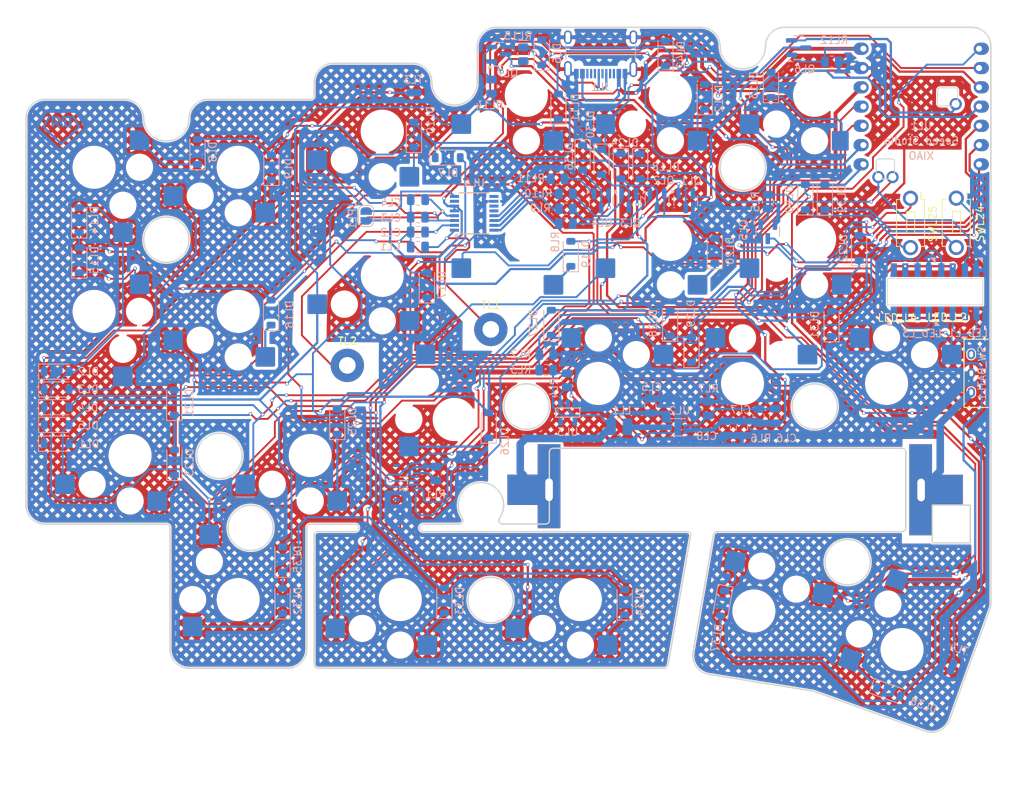
<source format=kicad_pcb>
(kicad_pcb (version 20240108) (generator "pcbnew") (generator_version "8.0")
  (layers (0 "F.Cu" signal) (31 "B.Cu" signal) (34 "B.Paste" user) (35 "F.Paste" user) (36 "B.SilkS" user "B.Silkscreen") (37 "F.SilkS" user "F.Silkscreen") (38 "B.Mask" user) (39 "F.Mask" user) (44 "Edge.Cuts" user))
  (net 0 "")
  (net 1 "BAT_L")
  (net 2 "VBUS_L")
  (net 3 "Net-(TL1-Pin_1)")
  (net 4 "GNDL")
  (net 5 "Net-(TL2-Pin_1)")
  (net 6 "Net-(TL3-Pin_1)")
  (net 7 "Net-(TL4-Pin_1)")
  (net 8 "Net-(UL2-FB)")
  (net 9 "Net-(QL6-D)")
  (net 10 "PINL0")
  (net 11 "PINL1")
  (net 12 "PINL2")
  (net 13 "Net-(DL18-A)")
  (net 14 "PINL3")
  (net 15 "PINL4")
  (net 16 "Net-(DL24-A)")
  (net 17 "PINL5")
  (net 18 "Net-(DL30-A)")
  (net 19 "Net-(DL36-A)")
  (net 20 "PINL6")
  (net 21 "3.3V_L")
  (net 22 "Net-(JL4-Pin_1)")
  (net 23 "Net-(JPL1-A)")
  (net 24 "Net-(LED_L1-VDD)")
  (net 25 "INPUT_VOLTAGE_L")
  (net 26 "LED_EN_L")
  (net 27 "LED_L")
  (net 28 "Net-(LED_L2-DOUT)")
  (net 29 "Net-(LED_L3-DOUT)")
  (net 30 "TOUCHL1")
  (net 31 "SCLK_L")
  (net 32 "SDIO_L")
  (net 33 "TOUCHL2")
  (net 34 "TOUCHL3")
  (net 35 "TOUCHL4")
  (net 36 "Net-(LED_L1-DOUT)")
  (net 37 "Net-(QL5-G)")
  (net 38 "Net-(UL2-EN)")
  (net 40 "Net-(UL4-TPQ0)")
  (net 41 "Net-(UL4-TPQ1)")
  (net 42 "Net-(UL4-TPQ2)")
  (net 43 "Net-(UL4-TPQ3)")
  (net 44 "LR_COM")
  (net 45 "Net-(LL1-Pad2)")
  (net 50 "Net-(JL4-Pin_2)")
  (net 54 "Net-(DL1-A)")
  (net 55 "Net-(DL14-A)")
  (net 56 "Net-(DL21-A)")
  (net 57 "Net-(DL28-A)")
  (net 58 "Net-(DL35-A)")
  (net 59 "Net-(DL18-K)")
  (net 60 "Net-(DL8-K)")
  (net 61 "Net-(DL9-K)")
  (net 62 "Net-(DL10-K)")
  (net 63 "Net-(DL11-K)")
  (net 64 "Net-(DL12-K)")
  (net 65 "Net-(DL13-K)")
  (net 66 "Net-(DL15-K)")
  (net 67 "Net-(DL16-K)")
  (net 68 "Net-(DL17-K)")
  (net 69 "Net-(DL19-K)")
  (net 70 "Net-(DL20-K)")
  (net 71 "Net-(DL22-K)")
  (net 72 "Net-(DL23-K)")
  (net 73 "Net-(DL25-K)")
  (net 74 "Net-(DL26-K)")
  (net 75 "Net-(DL27-K)")
  (net 76 "Net-(DL29-K)")
  (net 77 "Net-(DL31-K)")
  (net 78 "Net-(DL32-K)")
  (net 79 "Net-(DL33-K)")
  (net 80 "Net-(DL34-K)")
  (net 81 "Net-(DL37-K)")
  (net 82 "Net-(DL38-K)")
  (net 83 "Net-(DL39-K)")
  (net 84 "Net-(DL40-K)")
  (net 85 "MOTION_L")
  (net 86 "Net-(JL3-Pin_6)")
  (net 87 "Net-(QL7-S)")
  (net 88 "MOTION_OR_LR_COM_L")
  (footprint "0_kbd_Parts:TGSW_MSK-12D19" (layer "F.Cu") (at 145.03 63.79 -90)
    (property "Reference" "SW_BATL1")
    (property "Value" "SW_SPDT" (hide yes))
  )
  (footprint "Button_Switch_THT:SW_PUSH_1P1T_6x3.5mm_H4.3_APEM_MJTP1243" (layer "F.Cu") (at 142.01 40.7 -90)
    (property "Reference" "SWL24")
    (property "Value" "SW_Push_45deg")
  )
  (footprint "MountingHole:MountingHole_2.2mm_M2_Pad" (layer "F.Cu") (at 80.63 58.01)
    (property "Reference" "TL1")
    (property "Value" "Conn_01x01_Pin")
  )
  (footprint "Button_Switch_THT:SW_PUSH_1P1T_6x3.5mm_H4.3_APEM_MJTP1243" (layer "F.Cu") (at 135.97 40.72 -90)
    (property "Reference" "SWL25")
    (property "Value" "SW_Push_45deg")
  )
  (footprint "0_dya-kbd:AAA-battery" (layer "F.Cu") (at 112.31 79.15)
    (property "Reference" "JL4" (hide yes))
    (property "Value" "Conn_01x02_Pin")
  )
  (footprint "MountingHole:MountingHole_2.2mm_M2_Pad" (layer "F.Cu") (at 61.71 62.75)
    (property "Reference" "TL2")
    (property "Value" "Conn_01x01_Pin")
  )
  (footprint "Resistor_SMD:R_0805_2012Metric" (layer "B.Cu") (at 84.91 21.71 -90)
    (property "Reference" "RL15")
    (property "Value" "1kΩ")
  )
  (footprint "Package_TO_SOT_SMD:SOT-23" (layer "B.Cu") (at 106.3275 41.03 -90)
    (property "Reference" "QL1")
    (property "Value" "Q_PMOS_GSD")
  )
  (footprint "Package_SON:WSON-8-1EP_2x2mm_P0.5mm_EP0.9x1.6mm" (layer "B.Cu") (at 105.29 70.91 180)
    (property "Reference" "UL2")
    (property "Value" "TPS61021A")
  )
  (footprint "0_dya-kbd:Kailh-PG1353-Hotswap-1U" (layer "B.Cu") (at 134.855588 100.21917 -110)
    (property "Reference" "SWL23")
    (property "Value" "SW_Push_45deg")
  )
  (footprint "Package_SO:SSOP-16_3.9x4.9mm_P0.635mm" (layer "B.Cu") (at 78.44 42.6975)
    (property "Reference" "UL4")
    (property "Value" "TTP224")
  )
  (footprint "0_dya-kbd:Kailh-PG1353-Hotswap-1U" (layer "B.Cu") (at 56.813866 74.62957)
    (property "Reference" "SWL14")
    (property "Value" "SW_Push_45deg")
  )
  (footprint "0_dya-kbd:Kailh-PG1353-Hotswap-1U" (layer "B.Cu") (at 132.814155 65.129593 180)
    (property "Reference" "SWL18")
    (property "Value" "SW_Push_45deg")
  )
  (footprint "Connector_USB:USB_C_Receptacle_G-Switch_GT-USB-7010ASV" (layer "B.Cu") (at 95.11 20.555)
    (property "Reference" "JL1")
    (property "Value" "USB_C_Receptacle_USB2.0_14P")
  )
  (footprint "Package_TO_SOT_SMD:SOT-23" (layer "B.Cu") (at 102.5475 41.04 -90)
    (property "Reference" "QL2")
    (property "Value" "Q_PMOS_GSD")
  )
  (footprint "Resistor_SMD:R_0805_2012Metric" (layer "B.Cu") (at 117.1825 41.1625 -90)
    (property "Reference" "RL5")
    (property "Value" "100Ω")
  )
  (footprint "Diode_SMD:D_SOD-123" (layer "B.Cu") (at 111.18 94.12 -100)
    (property "Reference" "DL37")
    (property "Value" "D")
  )
  (footprint "0_dya-kbd:Kailh-PG1353-Hotswap-1U" (layer "B.Cu") (at 28.314433 36.629589 90)
    (property "Reference" "SWL1")
    (property "Value" "SW_Push_45deg")
  )
  (footprint "Diode_SMD:D_SOD-123" (layer "B.Cu") (at 97.78 36.5 -90)
    (property "Reference" "DL24")
    (property "Value" "D")
  )
  (footprint "Resistor_SMD:R_0805_2012Metric" (layer "B.Cu") (at 73.38 77.01 -90)
    (property "Reference" "RL1")
    (property "Value" "100kΩ")
  )
  (footprint "Diode_SMD:D_SOD-123" (layer "B.Cu") (at 122.11 40.56 90)
    (property "Reference" "DL40")
    (property "Value" "D")
  )
  (footprint "Diode_SMD:D_SOD-123" (layer "B.Cu") (at 104.27 57.19 90)
    (property "Reference" "DL28")
    (property "Value" "D")
  )
  (footprint "Resistor_SMD:R_0805_2012Metric" (layer "B.Cu") (at 89.45 38.14 180)
    (property "Reference" "RL11")
    (property "Value" "100Ω")
  )
  (footprint "Package_TO_SOT_SMD:SOT-23" (layer "B.Cu") (at 81.67 21.72)
    (property "Reference" "QL7")
    (property "Value" "Q_PMOS_GSD")
  )
  (footprint "Diode_SMD:D_SOD-123" (layer "B.Cu") (at 70.49 32.3125 90)
    (property "Reference" "DL10")
    (property "Value" "D")
  )
  (footprint "0_dya-kbd:XIAO-nRF52840-SMD" (layer "B.Cu") (at 137.38 28.62 180)
    (property "Reference" "UL1")
    (property "Value" "XIAO-nRF52840-SMD" (hide yes))
    (fp_line (start 5.923 -8.88) (end 5.923 -7.2798) (stroke (width 0.12)) (layer "Edge.Cuts"))
    (fp_line (start 5.542 -6.8988) (end 3.891 -6.8988) (stroke (width 0.12)) (layer "Edge.Cuts"))
    (fp_line (start 4.1958 -9.5658) (end 5.2372 -9.5658) (stroke (width 0.12)) (layer "Edge.Cuts"))
    (fp_line (start 3.51 -7.2798) (end 3.51 -8.88) (stroke (width 0.12)) (layer "Edge.Cuts"))
    (fp_line (start -2.156609 0.4545) (end -2.156609 2.1055) (stroke (width 0.12)) (layer "Edge.Cuts"))
    (fp_line (start -2.537609 2.4865) (end -4.44059 2.48159) (stroke (width 0.12)) (layer "Edge.Cuts"))
    (fp_line (start -4.137809 0.0735) (end -2.537609 0.0735) (stroke (width 0.12)) (layer "Edge.Cuts"))
    (fp_line (start -4.82159 2.10059) (end -4.823609 0.7593) (stroke (width 0.12)) (layer "Edge.Cuts"))
    (fp_arc (start 5.923 -7.2798) (mid 5.811408 -7.010392) (end 5.542 -6.8988) (stroke (width 0.12)) (layer "Edge.Cuts"))
    (fp_arc (start 5.923 -8.88) (mid 5.319357 -8.962157) (end 5.2372 -9.5658) (stroke (width 0.12)) (layer "Edge.Cuts"))
    (fp_arc (start 4.1958 -9.5658) (mid 4.113607 -8.962193) (end 3.51 -8.88) (stroke (width 0.12)) (layer "Edge.Cuts"))
    (fp_arc (start 3.891 -6.8988) (mid 3.621592 -7.010392) (end 3.51 -7.2798) (stroke (width 0.12)) (layer "Edge.Cuts"))
    (fp_arc (start -2.156609 2.1055) (mid -2.268199 2.37491) (end -2.537609 2.4865) (stroke (width 0.12)) (layer "Edge.Cuts"))
    (fp_arc (start -2.537609 0.0735) (mid -2.2682 0.185091) (end -2.156609 0.4545) (stroke (width 0.12)) (layer "Edge.Cuts"))
    (fp_arc (start -4.137809 0.0735) (mid -4.22 0.677109) (end -4.823609 0.7593) (stroke (width 0.12)) (layer "Edge.Cuts"))
    (fp_arc (start -4.44059 2.48159) (mid -4.71 2.37) (end -4.82159 2.10059) (stroke (width 0.12)) (layer "Edge.Cuts"))
  )
  (footprint "Diode_SMD:D_SOD-123" (layer "B.Cu") (at 74.95 35.36)
    (property "Reference" "DL7")
    (property "Value" "D")
  )
  (footprint "0_dya-kbd:BU42XX" (layer "B.Cu") (at 90.76 68.98)
    (property "Reference" "UL3")
    (property "Value" "BU42" (hide yes))
  )
  (footprint "0_dya-kbd:Kailh-PG1353-Hotswap-1U" (layer "B.Cu") (at 104.314147 27.129604)
    (property "Reference" "SWL5")
    (property "Value" "SW_Push_45deg")
  )
  (footprint "Diode_SMD:D_SOD-123" (layer "B.Cu") (at 100.33 36.5325 -90)
    (property "Reference" "DL18")
    (property "Value" "D")
  )
  (footprint "0_dya-kbd:LED_SK6812MINI-E_BL" (layer "B.Cu") (at 137.65 53.04 90)
    (property "Reference" "LED_L3")
    (property "Value" "SK6812")
  )
  (footprint "Diode_SMD:D_SOD-123" (layer "B.Cu") (at 74.51 93.7625 90)
    (property "Reference" "DL33")
    (property "Value" "D")
  )
  (footprint "Diode_SMD:D_SOD-123" (layer "B.Cu") (at 23.3675 65.92)
    (property "Reference" "DL3")
    (property "Value" "D")
  )
  (footprint "Capacitor_SMD:C_0805_2012Metric" (layer "B.Cu") (at 71.01 45.16 180)
    (property "Reference" "CL2")
    (property "Value" "10uF")
  )
  (footprint "0_dya-kbd:Kailh-PG1353-Hotswap-1U" (layer "B.Cu") (at 28.314433 55.629592 90)
    (property "Reference" "SWL7")
    (property "Value" "SW_Push_45deg")
  )
  (footprint "Package_TO_SOT_SMD:SOT-23" (layer "B.Cu") (at 117.15 45.09 -90)
    (property "Reference" "QL5")
    (property "Value" "Q_PMOS_GSD")
  )
  (footprint "0_dya-kbd:Kailh-PG1353-Hotswap-1U" (layer "B.Cu") (at 75.814338 69.879578 -90)
    (property "Reference" "SWL15")
    (property "Value" "SW_Push_45deg")
  )
  (footprint "Capacitor_SMD:C_0805_2012Metric" (layer "B.Cu") (at 113.73 71.05 -90)
    (property "Reference" "CL7")
    (property "Value" "10uF")
  )
  (footprint "Diode_SMD:D_SOD-123" (layer "B.Cu") (at 23.36 73.07)
    (property "Reference" "DL1")
    (property "Value" "D")
  )
  (footprint "Package_TO_SOT_SMD:SOT-23" (layer "B.Cu") (at 95.1875 41.06 -90)
    (property "Reference" "QL4")
    (property "Value" "Q_PMOS_GSD")
  )
  (footprint "0_dya-kbd:Kailh-PG1353-Hotswap-1U" (layer "B.Cu") (at 115.319512 95.135022 170)
    (property "Reference" "SWL22")
    (property "Value" "SW_Push_45deg")
  )
  (footprint "0_dya-kbd:Kailh-PG1353-Hotswap-1U" (layer "B.Cu") (at 47.314267 55.629592)
    (property "Reference" "SWL8")
    (property "Value" "SW_Push_45deg")
  )
  (footprint "Diode_SMD:D_SOD-123" (layer "B.Cu") (at 89.54 28.6175 90)
    (property "Reference" "DL11")
    (property "Value" "D")
  )
  (footprint "Diode_SMD:D_SOD-123" (layer "B.Cu") (at 98.28 93.97 90)
    (property "Reference" "DL34")
    (property "Value" "D")
  )
  (footprint "Package_TO_SOT_SMD:SOT-23" (layer "B.Cu") (at 98.83 41.04 -90)
    (property "Reference" "QL3")
    (property "Value" "Q_PMOS_GSD")
  )
  (footprint "Capacitor_SMD:C_0805_2012Metric" (layer "B.Cu") (at 111.49 71.06 -90)
    (property "Reference" "CL8")
    (property "Value" "10uF")
  )
  (footprint "0_dya-kbd:LED_SK6812MINI-E_BL" (layer "B.Cu") (at 134.52 53.04 -90)
    (property "Reference" "LED_L4")
    (property "Value" "SK6812")
  )
  (footprint "0_dya-kbd:Kailh-PG1353-Hotswap-1U" (layer "B.Cu") (at 33.063894 74.629385)
    (property "Reference" "SWL13")
    (property "Value" "SW_Push_45deg")
  )
  (footprint "Diode_SMD:D_SOD-123" (layer "B.Cu") (at 125.56 57.28 90)
    (property "Reference" "DL31")
    (property "Value" "D")
  )
  (footprint "Diode_SMD:D_SOD-123" (layer "B.Cu") (at 38.91 75.5625 90)
    (property "Reference" "DL23")
    (property "Value" "D")
  )
  (footprint "0_dya-kbd:Kailh-PG1353-Hotswap-1U" (layer "B.Cu") (at 47.314267 36.629589)
    (property "Reference" "SWL2")
    (property "Value" "SW_Push_45deg")
  )
  (footprint "Capacitor_SMD:C_0805_2012Metric" (layer "B.Cu") (at 101.67 68.09 90)
    (property "Reference" "CL5")
    (property "Value" "10uF")
  )
  (footprint "Diode_SMD:D_SOD-123" (layer "B.Cu") (at 124.68 40.58 90)
    (property "Reference" "DL39")
    (property "Value" "D")
  )
  (footprint "0_dya-kbd:Kailh-PG1353-Hotswap-1U" (layer "B.Cu") (at 92.439239 93.629599)
    (property "Reference" "SWL21")
    (property "Value" "SW_Push_45deg")
  )
  (footprint "Resistor_SMD:R_0805_2012Metric" (layer "B.Cu") (at 90.5275 44.06 180)
    (property "Reference" "RL8")
    (property "Value" "100Ω")
  )
  (footprint "Capacitor_SMD:C_0805_2012Metric" (layer "B.Cu") (at 71.01 47.15 180)
    (property "Reference" "CL1")
    (property "Value" "10uF")
  )
  (footprint "0_dya-kbd:JUSHUO-AFH34-S06FIA-1H" (layer "B.Cu") (at 70.73 78.21 90)
    (property "Reference" "JL3")
    (property "Value" "Conn_01x04")
  )
  (footprint "Diode_SMD:D_SOD-123" (layer "B.Cu") (at 103.67 21.6025 90)
    (property "Reference" "DL42")
    (property "Value" "D")
  )
  (footprint "Capacitor_SMD:C_0805_2012Metric" (layer "B.Cu") (at 71.02 40.89 180)
    (property "Reference" "CL4")
    (property "Value" "10uF")
  )
  (footprint "Diode_SMD:D_SOD-123" (layer "B.Cu") (at 91.18 48.04 90)
    (property "Reference" "DL19")
    (property "Value" "D")
  )
  (footprint "0_dya-kbd:Kailh-PG1353-Hotswap-1U" (layer "B.Cu") (at 123.314178 27.129604)
    (property "Reference" "SWL6")
    (property "Value" "SW_Push_45deg")
  )
  (footprint "Diode_SMD:D_SOD-123" (layer "B.Cu") (at 133.08 105.8 -20)
    (property "Reference" "DL38")
    (property "Value" "D")
  )
  (footprint "0_dya-kbd:Kailh-PG1353-Hotswap-1U" (layer "B.Cu") (at 66.314101 31.879589)
    (property "Reference" "SWL3")
    (property "Value" "SW_Push_45deg")
  )
  (footprint "Diode_SMD:D_SOD-123" (layer "B.Cu") (at 53.17 93.8125 90)
    (property "Reference" "DL32")
    (property "Value" "D")
  )
  (footprint "Resistor_SMD:R_0805_2012Metric" (layer "B.Cu") (at 109.29 68.46 90)
    (property "Reference" "RL7")
    (property "Value" "100kΩ")
  )
  (footprint "Diode_SMD:D_SOD-123" (layer "B.Cu") (at 110.17 47.6525 90)
    (property "Reference" "DL20")
    (property "Value" "D")
  )
  (footprint "Diode_SMD:D_SOD-123" (layer "B.Cu") (at 26.37 48.88 90)
    (property "Reference" "DL15")
    (property "Value" "D")
  )
  (footprint "0_dya-kbd:Kailh-PG1353-Hotswap-1U" (layer "B.Cu") (at 66.314101 50.879623)
    (property "Reference" "SWL9")
    (property "Value" "SW_Push_45deg")
  )
  (footprint "Resistor_SMD:R_0805_2012Metric" (layer "B.Cu") (at 87.9375 61.33)
    (property "Reference" "RL3")
    (property "Value" "470kΩ")
  )
  (footprint "Diode_SMD:D_SOD-123" (layer "B.Cu") (at 87.35 21.4875 90)
    (property "Reference" "DL6")
    (property "Value" "D")
  )
  (footprint "Diode_SMD:D_SOD-123" (layer "B.Cu") (at 92.73 35.3425 -90)
    (property "Reference" "DL36")
    (property "Value" "D")
  )
  (footprint "Package_TO_SOT_SMD:SOT-23" (layer "B.Cu") (at 121.22 20.85)
    (property "Reference" "QL6")
    (property "Value" "Q_PMOS_GSD")
  )
  (footprint "0_dya-kbd:Kailh-PG1353-Hotswap-1U" (layer "B.Cu") (at 85.314193 27.129604)
    (property "Reference" "SWL4")
    (property "Value" "SW_Push_45deg")
  )
  (footprint "0_dya-kbd:Kailh-PG1353-Hotswap-1U" (layer "B.Cu") (at 94.814178 65.129593 180)
    (property "Reference" "SWL16" (hide yes))
    (property "Value" "SW_Push_45deg")
  )
  (footprint "0_dya-kbd:Kailh-PG1353-Hotswap-1U" (layer "B.Cu") (at 47.314267 93.629599 -90)
    (property "Reference" "SWL19")
    (property "Value" "SW_Push_45deg")
  )
  (footprint "Resistor_SMD:R_0805_2012Metric" (layer "B.Cu") (at 115.94 69.41 90)
    (property "Reference" "RL6")
    (property "Value" "316kΩ")
  )
  (footprint "Resistor_SMD:R_0805_2012Metric" (layer "B.Cu") (at 90.7 64.7 90)
    (property "Reference" "RL4")
    (property "Value" "100kΩ")
  )
  (footprint "Connector_Wire:SolderWirePad_1x01_SMD_1x2mm" (layer "B.Cu") (at 141.45 102.5 160)
    (property "Reference" "TL4")
    (property "Value" "Conn_01x01_Pin")
  )
  (footprint "Diode_SMD:D_SOD-123" (layer "B.Cu") (at 23.3675 63.58)
    (property "Reference" "DL2")
    (property "Value" "D")
  )
  (footprint "0_dya-kbd:Kailh-PG1353-Hotswap-1U" (layer "B.Cu") (at 123.314178 46.129559)
    (property "Reference" "SWL12")
    (property "Value" "SW_Push_45deg")
  )
  (footprint "Diode_SMD:D_SOD-123" (layer "B.Cu") (at 88.61 57.1225 90)
    (property "Reference" "DL27")
    (property "Value" "D")
  )
  (footprint "Capacitor_SMD:C_0805_2012Metric" (layer "B.Cu") (at 71.01 43.2 180)
    (property "Reference" "CL3")
    (property "Value" "10uF")
  )
  (footprint "Diode_SMD:D_SOD-123" (layer "B.Cu") (at 80.35 70.6525 90)
    (property "Reference" "DL26")
    (property "Value" "D")
  )
  (footprint "Resistor_SMD:R_0805_2012Metric" (layer "B.Cu") (at 90.5275 40.14 180)
    (property "Reference" "RL10")
    (property "Value" "100Ω")
  )
  (footprint "0_dya-kbd:Kailh-PG1353-Hotswap-1U" (layer "B.Cu") (at 68.688972 93.629599)
    (property "Reference" "SWL20")
    (property "Value" "SW_Push_45deg")
  )
  (footprint "Diode_SMD:D_SOD-123" (layer "B.Cu") (at 41.95 34.59 90)
    (property "Reference" "DL8")
    (property "Value" "D")
  )
  (footprint "Diode_SMD:D_SOD-123" (layer "B.Cu") (at 51.65 55.7925 90)
    (property "Reference" "DL16")
    (property "Value" "D")
  )
  (footprint "Capacitor_SMD:C_0805_2012Metric" (layer "B.Cu") (at 118.13 69.42 90)
    (property "Reference" "CL6")
    (property "Value" "10pF")
  )
  (footprint "Diode_SMD:D_SOD-123" (layer "B.Cu") (at 107.09 60.68 90)
    (property "Reference" "DL29")
    (property "Value" "D")
  )
  (footprint "Jumper:SolderJumper-2_P1.3mm_Open_RoundedPad1.0x1.5mm" (layer "B.Cu") (at 64.19 43.05 -90)
    (property "Reference" "JPL1")
    (property "Value" "Jumper_2_Open")
  )
  (footprint "0_dya-kbd:Kailh-PG1353-Hotswap-1U" (layer "B.Cu") (at 113.814193 65.129593 180)
    (property "Reference" "SWL17")
    (property "Value" "SW_Push_45deg")
  )
  (footprint "Resistor_SMD:R_0805_2012Metric" (layer "B.Cu") (at 90.5275 42.1 180)
    (property "Reference" "RL9")
    (property "Value" "100Ω")
  )
  (footprint "0_dya-kbd:Kailh-PG1353-Hotswap-1U" (layer "B.Cu") (at 85.314193 46.129559)
    (property "Reference" "SWL10")
    (property "Value" "SW_Push_45deg")
  )
  (footprint "Diode_SMD:D_SOD-123" (layer "B.Cu") (at 38.88 67.65 90)
    (property "Reference" "DL21")
    (property "Value" "D")
  )
  (footprint "0_dya-kbd:Kailh-PG1353-Hotswap-1U" (layer "B.Cu") (at 104.314147 46.129559)
    (property "Reference" "SWL11")
    (property "Value" "SW_Push_45deg")
  )
  (footprint "Connector_Wire:SolderWirePad_1x01_SMD_1x2mm" (layer "B.Cu") (at 70.5 26.79 -90)
    (property "Reference" "TL3")
    (property "Value" "Conn_01x01_Pin")
  )
  (footprint "Diode_SMD:D_SOD-123" (layer "B.Cu") (at 129.19 47.2625 90)
    (property "Reference" "DL22")
    (property "Value" "D")
  )
  (footprint "Diode_SMD:D_SOD-123" (layer "B.Cu") (at 95.23 35.93 -90)
    (property "Reference" "DL30")
    (property "Value" "D")
  )
  (footprint "Resistor_SMD:R_0805_2012Metric" (layer "B.Cu") (at 125.6 22.71)
    (property "Reference" "RL12")
    (property "Value" "100kΩ")
  )
  (footprint "0_dya-kbd:LED_SK6812MINI-E_BL" (layer "B.Cu") (at 140.78 53.04 -90)
    (property "Reference" "LED_L2")
    (property "Value" "SK6812")
  )
  (footprint "Diode_SMD:D_SOD-123" (layer "B.Cu") (at 26.35 43.59 90)
    (property "Reference" "DL14")
    (property "Value" "D")
  )
  (footprint "Diode_SMD:D_SOD-123" (layer "B.Cu") (at 53.17 88.3325 90)
    (property "Reference" "DL35")
    (property "Value" "D")
  )
  (footprint "Diode_SMD:D_SOD-123" (layer "B.Cu") (at 51.69 36.67 90)
    (property "Reference" "DL9")
    (property "Value" "D")
  )
  (footprint "Diode_SMD:D_SOD-123" (layer "B.Cu") (at 23.3675 70.59)
    (property "Reference" "DL5")
    (property "Value" "D")
  )
  (footprint "0_dya-kbd:LED_SK6812MINI-E_BL" (layer "B.Cu") (at 143.91 53.04 90)
    (property "Reference" "LED_L1")
    (property "Value" "SK6812")
  )
  (footprint "Diode_SMD:D_SOD-123" (layer "B.Cu") (at 117.57 25.76 90)
    (property "Reference" "DL13")
    (property "Value" "D")
  )
  (footprint "Resistor_SMD:R_0805_2012Metric" (layer "B.Cu") (at 87.92 63.37 180)
    (property "Reference" "RL2")
    (property "Value" "1MΩ")
  )
  (footprint "Diode_SMD:D_SOD-123" (layer "B.Cu") (at 108.84 27.3325 90)
    (property "Reference" "DL12")
    (property "Value" "D")
  )
  (footprint "Resistor_SMD:R_0805_2012Metric" (layer "B.Cu") (at 80.73 25.98 -90)
    (property "Reference" "RL14")
    (property "Value" "1kΩ")
  )
  (footprint "Diode_SMD:D_SOD-123" (layer "B.Cu") (at 72.2 52.1625 90)
    (property "Reference" "DL17")
    (property "Value" "D")
  )
  (footprint "Diode_SMD:D_SOD-123" (layer "B.Cu") (at 60.38 70.1625 90)
    (property "Reference" "DL25")
    (property "Value" "D")
  )
  (footprint "Diode_SMD:D_SOD-123" (layer "B.Cu") (at 23.3675 68.27)
    (property "Reference" "DL4")
    (property "Value" "D")
  )
  (footprint "Inductor_SMD:L_1008_2520Metric" (layer "B.Cu") (at 97.57 70.83)
    (property "Reference" "LL1")
    (property "Value" "0.47uH")
  )
  (gr_poly (pts (xy 23.9 30.53) (xy 23.52733 29.884501) (xy 22.72975 29.884501) (xy 22.72975 31.325428) (xy 22.952357 31.325428) (xy 22.952357 30.95175) (xy 23.353198 30.95175) (xy 23.568947 31.325428) (xy 23.835456 31.325428) (xy 23.360257 30.502435) (xy 23.093747 30.502435) (xy 23.230296 30.738825) (xy 22.952357 30.739161) (xy 22.952357 30.121092) (xy 23.397369 30.121092) (xy 24.092755 31.325428) (xy 24.359265 31.325428) (xy 24.033255 30.76081) (xy 24.402563 30.121092) (xy 25.036028 30.121092) (xy 25.036028 31.08877) (xy 24.745785 31.08877) (xy 24.61932 30.869794) (xy 24.61932 30.465054) (xy 24.681241 30.357818) (xy 24.649172 30.357818) (xy 24.649172 30.357751) (xy 24.414732 30.357683) (xy 24.382124 30.414562) (xy 24.382124 30.920689) (xy 24.615824 31.325428) (xy 25.272619 31.325428) (xy 25.272619 29.884501) (xy 24.272669 29.884501)) (stroke (width 0.063198)) (fill solid) (layer "B.Cu"))
  (gr_poly (pts (xy 26.20773 31.285905) (xy 24.000889 33.377644) (xy 21.794117 31.285905) (xy 22.610723 29.884511) (xy 22.341994 29.884511) (xy 21.506698 31.317975) (xy 21.500915 31.327926) (xy 23.990939 33.688124) (xy 24.000889 33.697536) (xy 26.500931 31.327926) (xy 25.66402 29.891705) (xy 25.659785 29.884511) (xy 25.391056 29.884511)) (stroke (width 0.063198)) (fill solid) (layer "B.Cu"))
  (gr_rect (start 103.28 68.74) (end 104.4 70.12) (fill solid) (layer "B.Cu") (net 22))
  (gr_rect (start 99.23 70.54) (end 104.5 71.28) (fill solid) (layer "B.Cu") (net 45))
  (gr_poly (pts (xy 85.500922 65.180593) (xy 85.653273 65.192178) (xy 85.803408 65.211256) (xy 85.951141 65.237639) (xy 86.096281 65.271137) (xy 86.23864 65.311563) (xy 86.378031 65.358728) (xy 86.514264 65.412443) (xy 86.647151 65.47252) (xy 86.776503 65.538771) (xy 86.902132 65.611007) (xy 87.02385 65.689039) (xy 87.141468 65.772679) (xy 87.254798 65.861739) (xy 87.36365 65.95603) (xy 87.467837 66.055363) (xy 87.56717 66.159551) (xy 87.66146 66.268404) (xy 87.750519 66.381734) (xy 87.834159 66.499352) (xy 87.912191 66.621071) (xy 87.984427 66.746701) (xy 88.050677 66.876054) (xy 88.110754 67.008942) (xy 88.164469 67.145176) (xy 88.211634 67.284568) (xy 88.252059 67.426928) (xy 88.285558 67.57207) (xy 88.31194 67.719803) (xy 88.331018 67.86994) (xy 88.342603 68.022292) (xy 88.346506 68.176671) (xy 88.342603 68.331049) (xy 88.331018 68.483401) (xy 88.31194 68.633538) (xy 88.285558 68.781271) (xy 88.252059 68.926412) (xy 88.211634 69.068772) (xy 88.164469 69.208163) (xy 88.110754 69.344397) (xy 88.050677 69.477285) (xy 87.984427 69.606638) (xy 87.912191 69.732268) (xy 87.834159 69.853986) (xy 87.750519 69.971605) (xy 87.66146 70.084935) (xy 87.56717 70.193787) (xy 87.467837 70.297975) (xy 87.36365 70.397308) (xy 87.254798 70.491599) (xy 87.141468 70.580659) (xy 87.02385 70.664299) (xy 86.902132 70.742331) (xy 86.776503 70.814567) (xy 86.647151 70.880817) (xy 86.514264 70.940895) (xy 86.378031 70.99461) (xy 86.23864 71.041775) (xy 86.096281 71.082201) (xy 85.951141 71.115699) (xy 85.803408 71.142081) (xy 85.653273 71.161159) (xy 85.500922 71.172744) (xy 85.346545 71.176648) (xy 85.192166 71.172744) (xy 85.039814 71.161159) (xy 84.889677 71.142081) (xy 84.741944 71.115699) (xy 84.596803 71.082201) (xy 84.454442 71.041775) (xy 84.315051 70.99461) (xy 84.178817 70.940895) (xy 84.04593 70.880817) (xy 83.916577 70.814567) (xy 83.790947 70.742331) (xy 83.669229 70.664299) (xy 83.55161 70.580659) (xy 83.438281 70.491599) (xy 83.329428 70.397308) (xy 83.225241 70.297975) (xy 83.125908 70.193787) (xy 83.031618 70.084935) (xy 82.942558 69.971605) (xy 82.858918 69.853986) (xy 82.780886 69.732268) (xy 82.708651 69.606638) (xy 82.6424 69.477285) (xy 82.582323 69.344397) (xy 82.528608 69.208163) (xy 82.481444 69.068772) (xy 82.441018 68.926412) (xy 82.40752 68.781271) (xy 82.381138 68.633538) (xy 82.36206 68.483401) (xy 82.350475 68.331049) (xy 82.346571 68.176671) (xy 82.350475 68.022292) (xy 82.36206 67.86994) (xy 82.381138 67.719803) (xy 82.40752 67.57207) (xy 82.441018 67.426928) (xy 82.481444 67.284568) (xy 82.528608 67.145176) (xy 82.582323 67.008942) (xy 82.6424 66.876054) (xy 82.708651 66.746701) (xy 82.780886 66.621071) (xy 82.858918 66.499352) (xy 82.942558 66.381734) (xy 83.031618 66.268404) (xy 83.125908 66.159551) (xy 83.225241 66.055363) (xy 83.329428 65.95603) (xy 83.438281 65.861739) (xy 83.55161 65.772679) (xy 83.669229 65.689039) (xy 83.790947 65.611007) (xy 83.916577 65.538771) (xy 84.04593 65.47252) (xy 84.178817 65.412443) (xy 84.315051 65.358728) (xy 84.454442 65.311563) (xy 84.596803 65.271137) (xy 84.741944 65.237639) (xy 84.889677 65.211256) (xy 85.039814 65.192178) (xy 85.192166 65.180593) (xy 85.346545 65.17669)) (stroke (width 0.193868)) (fill none) (layer "Edge.Cuts"))
  (gr_poly (pts (xy 108.470343 18.179091) (xy 108.593519 18.188252) (xy 108.715633 18.203416) (xy 108.836484 18.224498) (xy 108.955866 18.251415) (xy 109.073578 18.284081) (xy 109.189416 18.322411) (xy 109.303177 18.36632) (xy 109.414658 18.415724) (xy 109.523656 18.470539) (xy 109.629968 18.530678) (xy 109.73339 18.596057) (xy 109.83372 18.666592) (xy 109.930754 18.742198) (xy 110.024289 18.822789) (xy 110.114123 18.908282) (xy 110.199615 18.998109) (xy 110.280212 19.091647) (xy 110.355827 19.188691) (xy 110.426375 19.289036) (xy 110.491771 19.392476) (xy 110.551929 19.498807) (xy 110.606763 19.607824) (xy 110.656188 19.719322) (xy 110.700119 19.833096) (xy 110.73847 19.948941) (xy 110.771155 20.066652) (xy 110.798089 20.186024) (xy 110.819187 20.306852) (xy 110.834362 20.42893) (xy 110.843531 20.552056) (xy 110.846606 20.676022) (xy 110.850509 20.830401) (xy 110.862092 20.982753) (xy 110.881168 21.132891) (xy 110.907547 21.280624) (xy 110.941042 21.425766) (xy 110.981464 21.568127) (xy 111.028625 21.707519) (xy 111.082336 21.843753) (xy 111.142408 21.976642) (xy 111.208655 22.105995) (xy 111.280886 22.231626) (xy 111.358914 22.353345) (xy 111.442551 22.470964) (xy 111.531608 22.584294) (xy 111.625896 22.693148) (xy 111.725228 22.797336) (xy 111.829414 22.896669) (xy 111.938267 22.990961) (xy 112.051599 23.080021) (xy 112.16922 23.163661) (xy 112.290943 23.241694) (xy 112.416578 23.31393) (xy 112.545939 23.380181) (xy 112.678835 23.440259) (xy 112.81508 23.493974) (xy 112.954484 23.541139) (xy 113.09686 23.581565) (xy 113.242018 23.615064) (xy 113.389771 23.641447) (xy 113.53993 23.660525) (xy 113.692307 23.67211) (xy 113.846712 23.676013) (xy 114.001064 23.67211) (xy 114.15339 23.660525) (xy 114.303502 23.641447) (xy 114.45121 23.615064) (xy 114.596327 23.581565) (xy 114.738664 23.541139) (xy 114.878033 23.493974) (xy 115.014245 23.440259) (xy 115.147112 23.380181) (xy 115.276445 23.31393) (xy 115.402055 23.241694) (xy 115.523755 23.163661) (xy 115.641355 23.080021) (xy 115.754668 22.990961) (xy 115.863505 22.896669) (xy 115.967676 22.797336) (xy 116.066995 22.693148) (xy 116.161272 22.584294) (xy 116.250319 22.470964) (xy 116.333947 22.353345) (xy 116.411968 22.231626) (xy 116.484193 22.105995) (xy 116.550435 21.976642) (xy 116.610504 21.843753) (xy 116.664211 21.707519) (xy 116.711369 21.568127) (xy 116.75179 21.425766) (xy 116.785284 21.280624) (xy 116.811662 21.132891) (xy 116.830738 20.982753) (xy 116.842321 20.830401) (xy 116.846224 20.676022) (xy 116.849299 20.552056) (xy 116.858466 20.42893) (xy 116.873641 20.306852) (xy 116.894737 20.186024) (xy 116.92167 20.066652) (xy 116.954354 19.948941) (xy 116.992703 19.833096) (xy 117.036632 19.719322) (xy 117.086056 19.607824) (xy 117.140889 19.498807) (xy 117.201046 19.392476) (xy 117.266442 19.289036) (xy 117.33699 19.188691) (xy 117.412606 19.091647) (xy 117.493204 18.998109) (xy 117.578699 18.908282) (xy 117.668541 18.822789) (xy 117.762095 18.742198) (xy 117.859156 18.666592) (xy 117.959518 18.596057) (xy 118.062976 18.530678) (xy 118.169324 18.470539) (xy 118.278356 18.415724) (xy 118.389867 18.36632) (xy 118.503651 18.322411) (xy 118.619502 18.284081) (xy 118.737215 18.251415) (xy 118.856584 18.224498) (xy 118.977404 18.203416) (xy 119.099467 18.188252) (xy 119.22257 18.179091) (xy 119.346506 18.176019) (xy 144.063822 18.176019) (xy 144.192503 18.179272) (xy 144.319493 18.188926) (xy 144.444635 18.204824) (xy 144.567772 18.22681) (xy 144.688746 18.254725) (xy 144.807402 18.288413) (xy 144.923582 18.327718) (xy 145.037128 18.372481) (xy 145.147885 18.422545) (xy 145.255695 18.477755) (xy 145.3604 18.537952) (xy 145.461844 18.602979) (xy 145.559871 18.67268) (xy 145.654322 18.746897) (xy 145.745041 18.825473) (xy 145.831871 18.908251) (xy 145.914655 18.995075) (xy 145.993236 19.085786) (xy 146.067457 19.180228) (xy 146.137161 19.278245) (xy 146.202191 19.379678) (xy 146.26239 19.48437) (xy 146.3176 19.592165) (xy 146.367666 19.702906) (xy 146.412429 19.816435) (xy 146.451734 19.932596) (xy 146.485422 20.051231) (xy 146.513337 20.172183) (xy 146.535322 20.295295) (xy 146.55122 20.42041) (xy 146.560874 20.547372) (xy 146.564127 20.676022) (xy 146.564127 94.058419) (xy 146.563528 94.113063) (xy 146.561732 94.167643) (xy 146.558744 94.222139) (xy 146.554567 94.27653) (xy 146.549204 94.330796) (xy 146.542659 94.384917) (xy 146.534936 94.438872) (xy 146.526038 94.492639) (xy 146.515968 94.5462) (xy 146.504731 94.599532) (xy 146.49233 94.652616) (xy 146.478769 94.705431) (xy 146.46405 94.757957) (xy 146.448178 94.810172) (xy 146.431157 94.862057) (xy 146.412989 94.91359) (xy 141.115473 109.468583) (xy 141.06864 109.58786) (xy 141.01641 109.703399) (xy 140.958981 109.815105) (xy 140.896553 109.922885) (xy 140.829324 110.026645) (xy 140.757492 110.126293) (xy 140.681257 110.221734) (xy 140.600818 110.312876) (xy 140.516372 110.399624) (xy 140.428119 110.481885) (xy 140.336258 110.559566) (xy 140.240987 110.632574) (xy 140.142505 110.700814) (xy 140.04101 110.764193) (xy 139.936702 110.822618) (xy 139.829779 110.875995) (xy 139.72044 110.924232) (xy 139.608883 110.967233) (xy 139.495308 111.004906) (xy 139.379913 111.037158) (xy 139.262897 111.063894) (xy 139.144458 111.085022) (xy 139.024795 111.100448) (xy 138.904108 111.110079) (xy 138.782594 111.11382) (xy 138.660452 111.111579) (xy 138.537882 111.103261) (xy 138.415082 111.088775) (xy 138.29225 111.068025) (xy 138.169586 111.040919) (xy 138.047288 111.007362) (xy 137.925555 110.967263) (xy 123.226084 105.716073) (xy 123.215144 105.712298) (xy 123.20419 105.708759) (xy 123.193209 105.705465) (xy 123.182186 105.702421) (xy 123.171109 105.699635) (xy 123.159962 105.697114) (xy 123.148733 105.694865) (xy 123.137408 105.692895) (xy 109.370341 103.478104) (xy 109.247468 103.455179) (xy 109.126432 103.426283) (xy 109.007425 103.391534) (xy 108.890639 103.351051) (xy 108.776265 103.304953) (xy 108.664496 103.25336) (xy 108.555523 103.19639) (xy 108.449539 103.134161) (xy 108.346733 103.066793) (xy 108.2473 102.994404) (xy 108.15143 102.917114) (xy 108.059314 102.83504) (xy 107.971146 102.748303) (xy 107.887117 102.657021) (xy 107.807418 102.561313) (xy 107.732241 102.461297) (xy 107.662248 102.357767) (xy 107.597787 102.251354) (xy 107.538907 102.142279) (xy 107.48566 102.03076) (xy 107.438095 101.917018) (xy 107.396265 101.801273) (xy 107.360218 101.683745) (xy 107.330006 101.564652) (xy 107.305679 101.444216) (xy 107.287289 101.322655) (xy 107.274884 101.20019) (xy 107.268517 101.077041) (xy 107.268238 100.953427) (xy 107.274096 100.829568) (xy 107.286144 100.705683) (xy 107.30443 100.581994) (xy 109.994524 85.090714) (xy 109.998911 85.068434) (xy 110.004247 85.046552) (xy 110.010508 85.02509) (xy 110.01767 85.004067) (xy 110.025709 84.983504) (xy 110.034602 84.963421) (xy 110.044324 84.943838) (xy 110.054852 84.924775) (xy 110.066161 84.906253) (xy 110.078229 84.888291) (xy 110.091031 84.870911) (xy 110.104543 84.854132) (xy 110.118742 84.837974) (xy 110.133603 84.822458) (xy 110.149103 84.807603) (xy 110.165218 84.793431) (xy 110.181923 84.779961) (xy 110.199196 84.767214) (xy 110.217013 84.755209) (xy 110.235348 84.743967) (xy 110.254179 84.733508) (xy 110.273482 84.723853) (xy 110.293233 84.715022) (xy 110.313408 84.707034) (xy 110.333983 84.69991) (xy 110.354934 84.69367) (xy 110.376238 84.688335) (xy 110.39787 84.683925) (xy 110.419807 84.680459) (xy 110.442025 84.677959) (xy 110.4645 84.676444) (xy 110.487208 84.675934) (xy 134.8463 84.675934) (xy 134.872028 84.675284) (xy 134.89742 84.673353) (xy 134.922446 84.670173) (xy 134.947074 84.665776) (xy 134.971272 84.660193) (xy 134.995008 84.653455) (xy 135.018252 84.645593) (xy 135.040971 84.63664) (xy 135.063134 84.626626) (xy 135.084709 84.615583) (xy 135.105665 84.603542) (xy 135.125969 84.590534) (xy 135.145592 84.576592) (xy 135.1645 84.561746) (xy 135.182663 84.546028) (xy 135.200048 84.529468) (xy 135.216624 84.512099) (xy 135.23236 84.493953) (xy 135.247224 84.475059) (xy 135.261184 84.45545) (xy 135.274209 84.435157) (xy 135.286267 84.414211) (xy 135.297326 84.392644) (xy 135.307356 84.370488) (xy 135.316324 84.347773) (xy 135.324199 84.324531) (xy 135.330949 84.300793) (xy 135.336542 84.27659) (xy 135.340948 84.251955) (xy 135.344133 84.226919) (xy 135.346068 84.201512) (xy 135.34672 84.175767) (xy 135.34672 74.175999) (xy 135.346068 74.150254) (xy 135.344133 74.124847) (xy 135.340948 74.09981) (xy 135.336542 74.075175) (xy 135.330949 74.050973) (xy 135.324199 74.027235) (xy 135.316324 74.003993) (xy 135.307356 73.981278) (xy 135.297326 73.959121) (xy 135.286267 73.937554) (xy 135.274209 73.916608) (xy 135.261184 73.896315) (xy 135.247224 73.876706) (xy 135.23236 73.857812) (xy 135.216624 73.839665) (xy 135.200048 73.822296) (xy 135.182663 73.805736) (xy 135.1645 73.790018) (xy 135.145592 73.775172) (xy 135.125969 73.761229) (xy 135.105665 73.748221) (xy 135.084709 73.73618) (xy 135.063134 73.725137) (xy 135.040971 73.715123) (xy 135.018252 73.706169) (xy 134.995008 73.698308) (xy 134.971272 73.69157) (xy 134.947074 73.685986) (xy 134.922446 73.681589) (xy 134.89742 73.678409) (xy 134.872028 73.676478) (xy 134.8463 73.675828) (xy 88.846766 73.675828) (xy 88.821958 73.676446) (xy 88.797317 73.67829) (xy 88.772882 73.68134) (xy 88.748696 73.685577) (xy 88.724798 73.690984) (xy 88.70123 73.69754) (xy 88.678033 73.705227) (xy 88.655248 73.714026) (xy 88.632916 73.723919) (xy 88.611078 73.734887) (xy 88.589775 73.746911) (xy 88.569049 73.759973) (xy 88.548939 73.774053) (xy 88.529488 73.789133) (xy 88.510736 73.805194) (xy 88.492724 73.822217) (xy 88.475687 73.840216) (xy 88.459616 73.85896) (xy 88.44453 73.878406) (xy 88.430446 73.898512) (xy 88.417384 73.919237) (xy 88.405361 73.940537) (xy 88.394396 73.962373) (xy 88.384508 73.9847) (xy 88.375713 74.007478) (xy 88.368032 74.030663) (xy 88.361482 74.054216) (xy 88.356082 74.078092) (xy 88.35185 74.10225) (xy 88.348805 74.126649) (xy 88.346964 74.151246) (xy 88.346346 74.175999) (xy 88.346346 83.176034) (xy 88.345735 83.200787) (xy 88.343913 83.225385) (xy 88.340895 83.249784) (xy 88.336697 83.273942) (xy 88.331335 83.297818) (xy 88.324824 83.32137) (xy 88.317179 83.344556) (xy 88.308418 83.367333) (xy 88.298554 83.38966) (xy 88.287605 83.411495) (xy 88.275585 83.432796) (xy 88.26251 83.45352) (xy 88.248396 83.473626) (xy 88.233259 83.493072) (xy 88.217114 83.511816) (xy 88.199976 83.529816) (xy 88.18197 83.546838) (xy 88.163236 83.562898) (xy 88.143814 83.577977) (xy 88.123743 83.592056) (xy 88.103063 83.605117) (xy 88.081811 83.617141) (xy 88.060028 83.628109) (xy 88.037753 83.638002) (xy 88.015025 83.646802) (xy 87.991884 83.654489) (xy 87.968367 83.661045) (xy 87.944515 83.666451) (xy 87.920367 83.670689) (xy 87.895962 83.673739) (xy 87.871339 83.675583) (xy 87.846537 83.676202) (xy 82.189635 83.676202) (xy 82.154803 83.67499) (xy 82.120436 83.671396) (xy 82.086637 83.665482) (xy 82.053509 83.657312) (xy 82.021154 83.646947) (xy 81.989677 83.63445) (xy 81.959179 83.619884) (xy 81.929763 83.603311) (xy 81.901533 83.584794) (xy 81.87459 83.564395) (xy 81.849039 83.542176) (xy 81.824982 83.518201) (xy 81.802521 83.492532) (xy 81.78176 83.465231) (xy 81.762802 83.436361) (xy 81.745749 83.405984) (xy 81.730846 83.374388) (xy 81.718266 83.342125) (xy 81.708001 83.309313) (xy 81.700044 83.276072) (xy 81.694388 83.24252) (xy 81.691027 83.208775) (xy 81.689952 83.174958) (xy 81.691158 83.141185) (xy 81.694637 83.107578) (xy 81.700383 83.074253) (xy 81.708387 83.041331) (xy 81.718644 83.00893) (xy 81.731146 82.977168) (xy 81.745886 82.946165) (xy 81.762858 82.91604) (xy 81.782053 82.88691) (xy 81.843881 82.794772) (xy 81.902344 82.70026) (xy 81.957358 82.603461) (xy 82.008835 82.504461) (xy 82.056691 82.403345) (xy 82.100837 82.300198) (xy 82.141188 82.195108) (xy 82.177658 82.088159) (xy 82.210161 81.979437) (xy 82.23861 81.869028) (xy 82.262918 81.757019) (xy 82.283001 81.643493) (xy 82.298771 81.528538) (xy 82.310142 81.41224) (xy 82.317027 81.294683) (xy 82.319342 81.175954) (xy 82.315435 81.021699) (xy 82.303842 80.869455) (xy 82.284751 80.719414) (xy 82.258351 80.571762) (xy 82.224831 80.42669) (xy 82.184381 80.284387) (xy 82.137189 80.145042) (xy 82.083444 80.008844) (xy 82.023335 79.875982) (xy 81.957052 79.746646) (xy 81.884783 79.621025) (xy 81.806717 79.499307) (xy 81.723045 79.381683) (xy 81.633953 79.268341) (xy 81.539632 79.15947) (xy 81.440271 79.055261) (xy 81.336058 78.955901) (xy 81.227183 78.861581) (xy 81.113834 78.772488) (xy 80.996201 78.688814) (xy 80.874473 78.610746) (xy 80.748838 78.538474) (xy 80.619487 78.472187) (xy 80.486607 78.412074) (xy 80.350388 78.358325) (xy 80.211018 78.311128) (xy 80.068688 78.270674) (xy 79.923585 78.23715) (xy 79.7759 78.210747) (xy 79.62582 78.191654) (xy 79.473536 78.180059) (xy 79.319235 78.176152) (xy 79.164934 78.180059) (xy 79.012649 78.191654) (xy 78.86257 78.210747) (xy 78.714884 78.23715) (xy 78.569781 78.270674) (xy 78.42745 78.311128) (xy 78.288081 78.358325) (xy 78.151862 78.412074) (xy 78.018982 78.472187) (xy 77.88963 78.538474) (xy 77.763996 78.610746) (xy 77.642267 78.688814) (xy 77.524635 78.772488) (xy 77.411286 78.861581) (xy 77.302411 78.955901) (xy 77.198198 79.055261) (xy 77.098837 79.15947) (xy 77.004516 79.268341) (xy 76.915425 79.381683) (xy 76.831752 79.499307) (xy 76.753687 79.621025) (xy 76.681418 79.746646) (xy 76.615135 79.875982) (xy 76.555026 80.008844) (xy 76.501281 80.145042) (xy 76.454089 80.284387) (xy 76.413639 80.42669) (xy 76.380119 80.571762) (xy 76.353719 80.719414) (xy 76.334628 80.869455) (xy 76.323035 81.021699) (xy 76.319128 81.175954) (xy 76.321443 81.294683) (xy 76.328328 81.412241) (xy 76.339696 81.528542) (xy 76.355461 81.643503) (xy 76.375535 81.757037) (xy 76.399831 81.869061) (xy 76.428262 81.979488) (xy 76.460741 82.088235) (xy 76.497182 82.195216) (xy 76.537496 82.300347) (xy 76.581596 82.403543) (xy 76.629397 82.504718) (xy 76.680809 82.603789) (xy 76.735748 82.700669) (xy 76.794125 82.795275) (xy 76.855852 82.88752) (xy 76.874947 82.916644) (xy 76.891842 82.94675) (xy 76.90653 82.977721) (xy 76.919 83.009439) (xy 76.929242 83.041785) (xy 76.937247 83.074642) (xy 76.943006 83.107893) (xy 76.946508 83.141418) (xy 76.947744 83.175101) (xy 76.946704 83.208823) (xy 76.943379 83.242467) (xy 76.93776 83.275914) (xy 76.929835 83.309047) (xy 76.919596 83.341748) (xy 76.907034 83.373898) (xy 76.892138 83.405381) (xy 76.883856 83.420698) (xy 76.875085 83.435649) (xy 76.865838 83.450227) (xy 76.856128 83.464424) (xy 76.845968 83.478232) (xy 76.835371 83.491643) (xy 76.824349 83.504649) (xy 76.812916 83.517242) (xy 76.801085 83.529415) (xy 76.788869 83.541158) (xy 76.77628 83.552465) (xy 76.763332 83.563327) (xy 76.750037 83.573737) (xy 76.736409 83.583686) (xy 76.72246 83.593167) (xy 76.708204 83.602172) (xy 76.693653 83.610692) (xy 76.678821 83.61872) (xy 76.66372 83.626248) (xy 76.648363 83.633267) (xy 76.632763 83.639771) (xy 76.616934 83.645751) (xy 76.600887 83.651199) (xy 76.584637 83.656107) (xy 76.568196 83.660468) (xy 76.551577 83.664273) (xy 76.534793 83.667514) (xy 76.517857 83.670184) (xy 76.500781 83.672274) (xy 76.48358 83.673777) (xy 76.466266 83.674684) (xy 76.448851 83.674988) (xy 71.721377 83.676202) (xy 71.696566 83.676814) (xy 71.671923 83.678639) (xy 71.64749 83.681663) (xy 71.623307 83.685867) (xy 71.599418 83.691237) (xy 71.575864 83.697756) (xy 71.552686 83.705407) (xy 71.529927 83.714176) (xy 71.507628 83.724045) (xy 71.485831 83.734999) (xy 71.464579 83.747021) (xy 71.443913 83.760096) (xy 71.423875 83.774206) (xy 71.404506 83.789337) (xy 71.385849 83.805472) (xy 71.367945 83.822594) (xy 71.350807 83.840485) (xy 71.33466 83.859134) (xy 71.319522 83.878498) (xy 71.305406 83.898534) (xy 71.29233 83.919198) (xy 71.280308 83.940449) (xy 71.269356 83.962243) (xy 71.259491 83.984538) (xy 71.250727 84.00729) (xy 71.243081 84.030457) (xy 71.236568 84.053996) (xy 71.231204 84.077863) (xy 71.227005 84.102017) (xy 71.223986 84.126414) (xy 71.222163 84.151012) (xy 71.221552 84.175767) (xy 71.222202 84.201512) (xy 71.224132 84.226919) (xy 71.22731 84.251955) (xy 71.231705 84.27659) (xy 71.237285 84.300793) (xy 71.244019 84.324531) (xy 71.251876 84.347773) (xy 71.260824 84.370488) (xy 71.270832 84.392644) (xy 71.281868 84.414211) (xy 71.293902 84.435157) (xy 71.306901 84.45545) (xy 71.320835 84.475059) (xy 71.335671 84.493953) (xy 71.35138 84.512099) (xy 71.367928 84.529468) (xy 71.385286 84.546028) (xy 71.403421 84.561746) (xy 71.422302 84.576592) (xy 71.441898 84.590534) (xy 71.462177 84.603542) (xy 71.483108 84.615583) (xy 71.50466 84.626626) (xy 71.526801 84.63664) (xy 71.5495 84.645593) (xy 71.572725 84.653455) (xy 71.596446 84.660193) (xy 71.62063 84.665776) (xy 71.645247 84.670173) (xy 71.670264 84.673353) (xy 71.695651 84.675284) (xy 71.721377 84.675934) (xy 106.45711 84.675934) (xy 106.484676 84.676695) (xy 106.512008 84.67896) (xy 106.539051 84.682702) (xy 106.56575 84.687897) (xy 106.592052 84.694518) (xy 106.617903 84.702539) (xy 106.643249 84.711934) (xy 106.668036 84.722678) (xy 106.692209 84.734744) (xy 106.715715 84.748106) (xy 106.738499 84.762739) (xy 106.760508 84.778616) (xy 106.781688 84.795712) (xy 106.801984 84.814) (xy 106.821342 84.833455) (xy 106.839709 84.85405) (xy 106.856908 84.875627) (xy 106.872796 84.898001) (xy 106.88736 84.921114) (xy 106.900585 84.944904) (xy 106.912457 84.969314) (xy 106.922963 84.994281) (xy 106.932088 85.019748) (xy 106.939819 85.045653) (xy 106.946141 85.071937) (xy 106.95104 85.09854) (xy 106.954502 85.125403) (xy 106.956515 85.152464) (xy 106.957062 85.179665) (xy 106.956131 85.206946) (xy 106.953708 85.234246) (xy 106.949778 85.261506) (xy 103.997866 102.261231) (xy 103.993479 102.283512) (xy 103.988143 102.305393) (xy 103.981882 102.326855) (xy 103.97472 102.347878) (xy 103.966681 102.368441) (xy 103.957788 102.388524) (xy 103.948066 102.408107) (xy 103.937538 102.427169) (xy 103.926228 102.445691) (xy 103.91416 102.463652) (xy 103.901358 102.481032) (xy 103.887845 102.497811) (xy 103.873647 102.513969) (xy 103.858785 102.529485) (xy 103.843285 102.544339) (xy 103.827171 102.558511) (xy 103.810465 102.57198) (xy 103.793192 102.584727) (xy 103.775376 102.596732) (xy 103.757041 102.607973) (xy 103.73821 102.618431) (xy 103.718907 102.628086) (xy 103.699157 102.636918) (xy 103.678982 102.644905) (xy 103.658408 102.652029) (xy 103.637458 102.658268) (xy 103.616155 102.663603) (xy 103.594523 102.668013) (xy 103.572587 102.671478) (xy 103.550371 102.673979) (xy 103.527897 102.675494) (xy 103.50519 102.676003) (xy 57.846613 102.676003) (xy 57.820887 102.675353) (xy 57.795499 102.673422) (xy 57.77048 102.670242) (xy 57.745863 102.665845) (xy 57.721678 102.660261) (xy 57.697957 102.653523) (xy 57.674731 102.645662) (xy 57.652032 102.636709) (xy 57.62989 102.626695) (xy 57.608338 102.615651) (xy 57.587406 102.60361) (xy 57.567127 102.590603) (xy 57.547531 102.576661) (xy 57.528649 102.561815) (xy 57.510514 102.546096) (xy 57.493157 102.529537) (xy 57.476608 102.512168) (xy 57.4609 102.494021) (xy 57.446063 102.475128) (xy 57.432129 102.455519) (xy 57.41913 102.435225) (xy 57.407096 102.41428) (xy 57.39606 102.392713) (xy 57.386052 102.370556) (xy 57.377104 102.347841) (xy 57.369248 102.324599) (xy 57.362514 102.300861) (xy 57.356934 102.276659) (xy 57.352539 102.252024) (xy 57.349361 102.226988) (xy 57.347431 102.201581) (xy 57.346781 102.175835) (xy 57.346781 85.17611) (xy 57.347431 85.150364) (xy 57.349361 85.124956) (xy 57.352539 85.099919) (xy 57.356934 85.075284) (xy 57.362514 85.051081) (xy 57.369248 85.027343) (xy 57.377104 85.0041) (xy 57.386052 84.981385) (xy 57.39606 84.959227) (xy 57.407096 84.93766) (xy 57.41913 84.916714) (xy 57.432129 84.896421) (xy 57.446063 84.876812) (xy 57.4609 84.857918) (xy 57.476608 84.839771) (xy 57.493157 84.822402) (xy 57.510514 84.805842) (xy 57.528649 84.790124) (xy 57.547531 84.775277) (xy 57.567127 84.761335) (xy 57.587406 84.748328) (xy 57.608338 84.736286) (xy 57.62989 84.725243) (xy 57.652032 84.715229) (xy 57.674731 84.706276) (xy 57.697957 84.698414) (xy 57.721678 84.691676) (xy 57.745863 84.686093) (xy 57.77048 84.681696) (xy 57.795499 84.678516) (xy 57.820887 84.676585) (xy 57.846613 84.675934) (xy 62.721636 84.675934) (xy 62.747361 84.675284) (xy 62.772747 84.673353) (xy 62.797764 84.670173) (xy 62.82238 84.665776) (xy 62.846564 84.660193) (xy 62.870284 84.653455) (xy 62.893509 84.645593) (xy 62.916207 84.63664) (xy 62.938348 84.626626) (xy 62.9599 84.615583) (xy 62.98083 84.603542) (xy 63.001109 84.590534) (xy 63.020705 84.576592) (xy 63.039586 84.561746) (xy 63.057721 84.546028) (xy 63.075078 84.529468) (xy 63.091626 84.512099) (xy 63.107334 84.493953) (xy 63.122171 84.475059) (xy 63.136105 84.45545) (xy 63.149104 84.435157) (xy 63.161137 84.414211) (xy 63.172174 84.392644) (xy 63.182182 84.370488) (xy 63.19113 84.347773) (xy 63.198986 84.324531) (xy 63.20572 84.300793) (xy 63.2113 84.27659) (xy 63.215695 84.251955) (xy 63.218873 84.226919) (xy 63.220803 84.201512) (xy 63.221453 84.175767) (xy 63.220803 84.150077) (xy 63.218873 84.124722) (xy 63.215695 84.099734) (xy 63.2113 84.075144) (xy 63.20572 84.050984) (xy 63.198986 84.027285) (xy 63.19113 84.004079) (xy 63.182182 83.981397) (xy 63.172174 83.959271) (xy 63.161137 83.937732) (xy 63.149104 83.916812) (xy 63.136105 83.896542) (xy 63.122171 83.876954) (xy 63.107334 83.858079) (xy 63.091626 83.839949) (xy 63.075078 83.822595) (xy 63.057721 83.806049) (xy 63.039586 83.790342) (xy 63.020705 83.775506) (xy 63.001109 83.761572) (xy 62.98083 83.748571) (xy 62.9599 83.736536) (xy 62.938348 83.725498) (xy 62.916207 83.715488) (xy 62.893509 83.706537) (xy 62.870284 83.698678) (xy 62.846564 83.691941) (xy 62.82238 83.686359) (xy 62.797764 83.681962) (xy 62.772747 83.678783) (xy 62.747361 83.676852) (xy 62.721636 83.676202) (xy 56.846373 83.676202) (xy 56.820647 83.676852) (xy 56.795259 83.678783) (xy 56.770241 83.681962) (xy 56.745624 83.686359) (xy 56.721439 83.691941) (xy 56.697718 83.698678) (xy 56.674492 83.706537) (xy 56.651793 83.715488) (xy 56.629651 83.725498) (xy 56.608099 83.736536) (xy 56.587168 83.748571) (xy 56.566888 83.761572) (xy 56.547292 83.775506) (xy 56.528411 83.790342) (xy 56.510276 83.806049) (xy 56.492918 83.822595) (xy 56.476369 83.839949) (xy 56.460661 83.858079) (xy 56.445824 83.876954) (xy 56.43189 83.896542) (xy 56.418891 83.916812) (xy 56.406857 83.937732) (xy 56.39582 83.959271) (xy 56.385812 83.981397) (xy 56.376864 84.004079) (xy 56.369008 84.027285) (xy 56.362273 84.050984) (xy 56.356693 84.075144) (xy 56.352299 84.099734) (xy 56.349121 84.124722) (xy 56.347191 84.150077) (xy 56.346541 84.175767) (xy 56.346541 100.175759) (xy 56.343288 100.304431) (xy 56.333634 100.431413) (xy 56.317736 100.556547) (xy 56.295752 100.679678) (xy 56.267837 100.800646) (xy 56.234149 100.919297) (xy 56.194845 101.035472) (xy 56.150082 101.149014) (xy 56.100017 101.259767) (xy 56.044808 101.367573) (xy 55.98461 101.472276) (xy 55.919581 101.573718) (xy 55.849878 101.671743) (xy 55.775658 101.766193) (xy 55.697078 101.856911) (xy 55.614295 101.943741) (xy 55.527466 102.026524) (xy 55.436748 102.105105) (xy 55.342297 102.179326) (xy 55.244272 102.24903) (xy 55.142828 102.31406) (xy 55.038124 102.37426) (xy 54.930315 102.429471) (xy 54.81956 102.479537) (xy 54.706014 102.524302) (xy 54.589835 102.563607) (xy 54.47118 102.597296) (xy 54.350206 102.625212) (xy 54.22707 102.647197) (xy 54.101929 102.663096) (xy 53.974939 102.67275) (xy 53.846258 102.676003) (xy 40.846173 102.676003) (xy 40.717546 102.67275) (xy 40.590607 102.663096) (xy 40.465512 102.647197) (xy 40.34242 102.625212) (xy 40.221486 102.597296) (xy 40.102869 102.563607) (xy 39.986725 102.524302) (xy 39.873211 102.479537) (xy 39.762485 102.429471) (xy 39.654704 102.37426) (xy 39.550024 102.31406) (xy 39.448603 102.24903) (xy 39.350597 102.179326) (xy 39.256165 102.105105) (xy 39.165463 102.026524) (xy 39.078648 101.943741) (xy 38.995877 101.856911) (xy 38.917308 101.766193) (xy 38.843097 101.671743) (xy 38.773402 101.573718) (xy 38.70838 101.472276) (xy 38.648188 101.367573) (xy 38.592983 101.259767) (xy 38.542921 101.149014) (xy 38.498161 101.035472) (xy 38.458859 100.919297) (xy 38.425173 100.800646) (xy 38.397259 100.679678) (xy 38.375274 100.556547) (xy 38.359377 100.431413) (xy 38.349723 100.304431) (xy 38.34647 100.175759) (xy 38.34647 84.175767) (xy 38.34582 84.150077) (xy 38.34389 84.124722) (xy 38.340712 84.099734) (xy 38.336318 84.075144) (xy 38.330738 84.050984) (xy 38.324004 84.027285) (xy 38.316147 84.004079) (xy 38.307199 83.981397) (xy 38.297191 83.959271) (xy 38.286155 83.937732) (xy 38.274121 83.916812) (xy 38.261122 83.896542) (xy 38.247188 83.876954) (xy 38.232352 83.858079) (xy 38.216644 83.839949) (xy 38.200095 83.822595) (xy 38.182738 83.806049) (xy 38.164603 83.790342) (xy 38.145722 83.775506) (xy 38.126126 83.761572) (xy 38.105847 83.748571) (xy 38.084916 83.736536) (xy 38.063364 83.725498) (xy 38.041223 83.715488) (xy 38.018524 83.706537) (xy 37.995299 83.698678) (xy 37.971578 83.691941) (xy 37.947394 83.686359) (xy 37.922778 83.681962) (xy 37.89776 83.678783) (xy 37.872373 83.676852) (xy 37.846648 83.676202) (xy 21.846445 83.676202) (xy 21.722508 83.673128) (xy 21.599404 83.663963) (xy 21.47734 83.648792) (xy 21.35652 83.6277) (xy 21.23715 83.600771) (xy 21.119437 83.568091) (xy 21.003585 83.529744) (xy 20.889801 83.485816) (xy 20.778289 83.43639) (xy 20.669257 83.381553) (xy 20.562909 83.321388) (xy 20.459451 83.255981) (xy 20.359089 83.185417) (xy 20.262029 83.109779) (xy 20.168476 83.029155) (xy 20.078635 82.943627) (xy 19.993146 82.853862) (xy 19.912566 82.760372) (xy 19.836979 82.663364) (xy 19.766468 82.563042) (xy 19.701117 82.459615) (xy 19.64101 82.353289) (xy 19.586231 82.244269) (xy 19.536862 82.132762) (xy 19.492988 82.018975) (xy 19.454693 81.903114) (xy 19.422059 81.785386) (xy 19.395172 81.665996) (xy 19.374113 81.545151) (xy 19.358968 81.423059) (xy 19.34982 81.299924) (xy 19.346751 81.175954) (xy 19.346751 30.176045) (xy 19.34982 30.052079) (xy 19.358968 29.928953) (xy 19.374113 29.806874) (xy 19.395172 29.686046) (xy 19.422059 29.566673) (xy 19.454693 29.448961) (xy 19.492988 29.333114) (xy 19.536862 29.219338) (xy 19.586231 29.107836) (xy 19.64101 28.998815) (xy 19.701117 28.892479) (xy 19.766468 28.789033) (xy 19.836979 28.688681) (xy 19.912566 28.591629) (xy 19.993146 28.498082) (xy 20.078635 28.408244) (xy 20.168476 28.322762) (xy 20.262029 28.24218) (xy 20.359089 28.166582) (xy 20.459451 28.096054) (xy 20.562909 28.030681) (xy 20.669257 27.970546) (xy 20.778289 27.915736) (xy 20.889801 27.866336) (xy 21.003585 27.822429) (xy 21.119437 27.784101) (xy 21.23715 27.751437) (xy 21.35652 27.724521) (xy 21.47734 27.703439) (xy 21.599404 27.688275) (xy 21.722508 27.679115) (xy 21.846445 27.676042) (xy 32.346248 27.676042) (xy 32.470282 27.679115) (xy 32.593459 27.688275) (xy 32.715573 27.703439) (xy 32.836424 27.724521) (xy 32.955806 27.751437) (xy 33.073518 27.784101) (xy 33.189357 27.822429) (xy 33.303118 27.866336) (xy 33.414599 27.915736) (xy 33.523597 27.970546) (xy 33.629909 28.030681) (xy 33.733332 28.096054) (xy 33.833662 28.166582) (xy 33.930696 28.24218) (xy 34.024232 28.322762) (xy 34.114066 28.408244) (xy 34.199561 28.498082) (xy 34.280158 28.591629) (xy 34.355774 28.688681) (xy 34.426322 28.789033) (xy 34.491717 28.892479) (xy 34.551874 28.998815) (xy 34.606707 29.107836) (xy 34.656131 29.219338) (xy 34.70006 29.333114) (xy 34.73841 29.448961) (xy 34.771094 29.566673) (xy 34.798026 29.686046) (xy 34.819123 29.806874) (xy 34.834298 29.928953) (xy 34.843465 30.052079) (xy 34.84654 30.176045) (xy 34.850443 30.330424) (xy 34.862027 30.482776) (xy 34.881103 30.632914) (xy 34.907482 30.780647) (xy 34.940977 30.925789) (xy 34.9814 31.06815) (xy 35.028561 31.207542) (xy 35.082272 31.343776) (xy 35.142345 31.476665) (xy 35.208592 31.606018) (xy 35.280824 31.731649) (xy 35.358853 31.853368) (xy 35.44249 31.970987) (xy 35.531547 32.084318) (xy 35.625836 32.193171) (xy 35.725168 32.297359) (xy 35.829355 32.396693) (xy 35.938209 32.490984) (xy 36.05154 32.580044) (xy 36.169162 32.663685) (xy 36.290884 32.741718) (xy 36.41652 32.813954) (xy 36.54588 32.880205) (xy 36.678777 32.940283) (xy 36.815021 32.993998) (xy 36.954425 33.041164) (xy 37.0968 33.08159) (xy 37.241958 33.115088) (xy 37.38971 33.141471) (xy 37.539868 33.160549) (xy 37.692243 33.172134) (xy 37.846648 33.176037) (xy 38.000999 33.172134) (xy 38.153325 33.160549) (xy 38.303436 33.141471) (xy 38.451145 33.115088) (xy 38.596262 33.08159) (xy 38.738599 33.041164) (xy 38.877969 32.993998) (xy 39.014181 32.940283) (xy 39.147048 32.880205) (xy 39.276381 32.813954) (xy 39.401992 32.741718) (xy 39.523693 32.663685) (xy 39.641294 32.580044) (xy 39.754607 32.490984) (xy 39.863444 32.396693) (xy 39.967617 32.297359) (xy 40.066936 32.193171) (xy 40.161214 32.084318) (xy 40.250261 31.970987) (xy 40.33389 31.853368) (xy 40.411912 31.731649) (xy 40.484138 31.606018) (xy 40.55038 31.476665) (xy 40.610449 31.343776) (xy 40.664158 31.207542) (xy 40.711316 31.06815) (xy 40.751737 30.925789) (xy 40.785231 30.780647) (xy 40.81161 30.632914) (xy 40.830686 30.482776) (xy 40.84227 30.330424) (xy 40.846173 30.176045) (xy 40.849427 30.047395) (xy 40.859086 29.920434) (xy 40.874991 29.795319) (xy 40.896987 29.672207) (xy 40.924914 29.551255) (xy 40.958616 29.43262) (xy 40.997936 29.316459) (xy 41.042716 29.20293) (xy 41.092799 29.092189) (xy 41.148027 28.984394) (xy 41.208244 28.879701) (xy 41.273291 28.778269) (xy 41.343013 28.680252) (xy 41.41725 28.58581) (xy 41.495847 28.495099) (xy 41.578645 28.408275) (xy 41.665488 28.325497) (xy 41.756217 28.24692) (xy 41.850676 28.172704) (xy 41.948708 28.103003) (xy 42.050155 28.037975) (xy 42.154859 27.977778) (xy 42.262663 27.922569) (xy 42.373411 27.872504) (xy 42.486945 27.827742) (xy 42.603107 27.788437) (xy 42.72174 27.754749) (xy 42.842686 27.726833) (xy 42.96579 27.704848) (xy 43.090892 27.68895) (xy 43.217836 27.679295) (xy 43.346464 27.676042) (xy 56.846373 27.676042) (xy 56.871182 27.675428) (xy 56.895824 27.673595) (xy 56.920257 27.670561) (xy 56.944439 27.666343) (xy 56.968327 27.660958) (xy 56.991881 27.654423) (xy 57.015058 27.646756) (xy 57.037816 27.637973) (xy 57.060115 27.628091) (xy 57.081911 27.617128) (xy 57.103164 27.6051) (xy 57.123831 27.592024) (xy 57.143871 27.577918) (xy 57.163242 27.562799) (xy 57.181902 27.546684) (xy 57.199808 27.529589) (xy 57.216953 27.511626) (xy 57.233118 27.49292) (xy 57.248285 27.473513) (xy 57.262438 27.453446) (xy 57.275558 27.432759) (xy 57.287629 27.411493) (xy 57.298633 27.389691) (xy 57.308553 27.367392) (xy 57.31737 27.344638) (xy 57.325069 27.321469) (xy 57.331631 27.297927) (xy 57.337038 27.274053) (xy 57.341275 27.249887) (xy 57.344322 27.225471) (xy 57.346163 27.200846) (xy 57.346781 27.176053) (xy 57.346781 25.426003) (xy 57.349849 25.302037) (xy 57.358998 25.178912) (xy 57.374144 25.056833) (xy 57.395202 24.936005) (xy 57.42209 24.816633) (xy 57.454724 24.698922) (xy 57.49302 24.583077) (xy 57.536895 24.469303) (xy 57.586264 24.357805) (xy 57.641043 24.248788) (xy 57.701151 24.142457) (xy 57.766501 24.039016) (xy 57.837012 23.938672) (xy 57.912598 23.841628) (xy 57.993177 23.74809) (xy 58.078665 23.658262) (xy 58.168504 23.572781) (xy 58.262056 23.492199) (xy 58.359116 23.416601) (xy 58.459478 23.346073) (xy 58.562936 23.2807) (xy 58.669284 23.220566) (xy 58.778318 23.165756) (xy 58.88983 23.116355) (xy 59.003615 23.072448) (xy 59.119468 23.03412) (xy 59.237183 23.001455) (xy 59.356554 22.97454) (xy 59.477375 22.953458) (xy 59.599441 22.938294) (xy 59.722546 22.929133) (xy 59.846484 22.926061) (xy 70.34627 22.926061) (xy 70.470307 22.929133) (xy 70.593485 22.938294) (xy 70.715602 22.953458) (xy 70.836454 22.97454) (xy 70.955838 23.001455) (xy 71.073551 23.03412) (xy 71.189389 23.072448) (xy 71.303151 23.116355) (xy 71.414632 23.165756) (xy 71.52363 23.220566) (xy 71.629941 23.2807) (xy 71.733362 23.346073) (xy 71.833691 23.416601) (xy 71.930723 23.492199) (xy 72.024257 23.572781) (xy 72.114088 23.658262) (xy 72.199583 23.74809) (xy 72.280182 23.841628) (xy 72.355798 23.938672) (xy 72.426347 24.039016) (xy 72.491743 24.142457) (xy 72.5519 24.248788) (xy 72.606734 24.357805) (xy 72.656158 24.469303) (xy 72.700087 24.583077) (xy 72.738437 24.698922) (xy 72.771121 24.816633) (xy 72.798054 24.936005) (xy 72.81915 25.056833) (xy 72.834325 25.178912) (xy 72.843493 25.302037) (xy 72.846567 25.426003) (xy 72.850471 25.580388) (xy 72.862054 25.732745) (xy 72.88113 25.882887) (xy 72.90751 26.030626) (xy 72.941005 26.175771) (xy 72.981428 26.318136) (xy 73.028589 26.457532) (xy 73.0823 26.59377) (xy 73.142374 26.726661) (xy 73.208621 26.856017) (xy 73.280853 26.98165) (xy 73.358882 27.103372) (xy 73.442519 27.220993) (xy 73.531577 27.334325) (xy 73.625866 27.44318) (xy 73.725199 27.547369) (xy 73.829386 27.646704) (xy 73.93824 27.740997) (xy 74.051572 27.830058) (xy 74.169194 27.913699) (xy 74.290917 27.991733) (xy 74.416554 28.063969) (xy 74.545915 28.130221) (xy 74.678812 28.190299) (xy 74.815057 28.244014) (xy 74.954462 28.29118) (xy 75.096837 28.331606) (xy 75.241996 28.365104) (xy 75.389749 28.391487) (xy 75.539907 28.410565) (xy 75.692284 28.42215) (xy 75.84669 28.426054) (xy 76.00104 28.42215) (xy 76.153365 28.410565) (xy 76.303475 28.391487) (xy 76.451183 28.365104) (xy 76.596299 28.331606) (xy 76.738636 28.29118) (xy 76.878004 28.244014) (xy 77.014216 28.190299) (xy 77.147082 28.130221) (xy 77.276415 28.063969) (xy 77.402026 27.991733) (xy 77.523725 27.913699) (xy 77.641326 27.830058) (xy 77.754639 27.740997) (xy 77.863476 27.646704) (xy 77.967648 27.547369) (xy 78.066967 27.44318) (xy 78.161244 27.334325) (xy 78.250291 27.220993) (xy 78.33392 27.103372) (xy 78.411942 26.98165) (xy 78.484167 26.856017) (xy 78.550409 26.726661) (xy 78.610478 26.59377) (xy 78.664187 26.457532) (xy 78.711345 26.318136) (xy 78.751766 26.175771) (xy 78.78526 26.030626) (xy 78.811639 25.882887) (xy 78.830715 25.732745) (xy 78.842298 25.580388) (xy 78.846201 25.426003) (xy 78.846201 20.676022) (xy 78.849456 20.547372) (xy 78.859115 20.42041) (xy 78.87502 20.295295) (xy 78.897016 20.172183) (xy 78.924943 20.051231) (xy 78.958646 19.932596) (xy 78.997966 19.816435) (xy 79.042746 19.702906) (xy 79.092829 19.592165) (xy 79.148058 19.48437) (xy 79.208275 19.379678) (xy 79.273323 19.278245) (xy 79.343045 19.180228) (xy 79.417282 19.085786) (xy 79.495879 18.995075) (xy 79.578678 18.908251) (xy 79.66552 18.825473) (xy 79.75625 18.746897) (xy 79.850709 18.67268) (xy 79.94874 18.602979) (xy 80.050186 18.537952) (xy 80.15489 18.477755) (xy 80.262694 18.422545) (xy 80.373441 18.372481) (xy 80.486974 18.327718) (xy 80.603135 18.288413) (xy 80.721767 18.254725) (xy 80.842712 18.22681) (xy 80.965814 18.204824) (xy 81.090915 18.188926) (xy 81.217857 18.179272) (xy 81.346484 18.176019) (xy 108.346308 18.176019)) (stroke (width 0.194003)) (fill none) (layer "Edge.Cuts"))
  (gr_poly (pts (xy 123.500907 65.180593) (xy 123.653257 65.192178) (xy 123.803393 65.211256) (xy 123.951125 65.237639) (xy 124.096265 65.271137) (xy 124.238625 65.311563) (xy 124.378015 65.358728) (xy 124.514248 65.412443) (xy 124.647135 65.47252) (xy 124.776488 65.538771) (xy 124.902117 65.611007) (xy 125.023835 65.689039) (xy 125.141453 65.772679) (xy 125.254782 65.861739) (xy 125.363635 65.95603) (xy 125.467821 66.055363) (xy 125.567154 66.159551) (xy 125.661445 66.268404) (xy 125.750504 66.381734) (xy 125.834144 66.499352) (xy 125.912176 66.621071) (xy 125.984411 66.746701) (xy 126.050662 66.876054) (xy 126.110739 67.008942) (xy 126.164454 67.145176) (xy 126.211619 67.284568) (xy 126.252044 67.426928) (xy 126.285542 67.57207) (xy 126.311925 67.719803) (xy 126.331003 67.86994) (xy 126.342588 68.022292) (xy 126.346491 68.176671) (xy 126.342588 68.331049) (xy 126.331003 68.483401) (xy 126.311925 68.633538) (xy 126.285542 68.781271) (xy 126.252044 68.926412) (xy 126.211619 69.068772) (xy 126.164454 69.208163) (xy 126.110739 69.344397) (xy 126.050662 69.477285) (xy 125.984411 69.606638) (xy 125.912176 69.732268) (xy 125.834144 69.853986) (xy 125.750504 69.971605) (xy 125.661445 70.084935) (xy 125.567154 70.193787) (xy 125.467821 70.297975) (xy 125.363635 70.397308) (xy 125.254782 70.491599) (xy 125.141453 70.580659) (xy 125.023835 70.664299) (xy 124.902117 70.742331) (xy 124.776488 70.814567) (xy 124.647135 70.880817) (xy 124.514248 70.940895) (xy 124.378015 70.99461) (xy 124.238625 71.041775) (xy 124.096265 71.082201) (xy 123.951125 71.115699) (xy 123.803393 71.142081) (xy 123.653257 71.161159) (xy 123.500907 71.172744) (xy 123.346529 71.176648) (xy 123.192151 71.172744) (xy 123.039799 71.161159) (xy 122.889662 71.142081) (xy 122.741929 71.115699) (xy 122.596788 71.082201) (xy 122.454427 71.041775) (xy 122.315036 70.99461) (xy 122.178803 70.940895) (xy 122.045915 70.880817) (xy 121.916562 70.814567) (xy 121.790933 70.742331) (xy 121.669214 70.664299) (xy 121.551596 70.580659) (xy 121.438267 70.491599) (xy 121.329415 70.397308) (xy 121.225228 70.297975) (xy 121.125895 70.193787) (xy 121.031605 70.084935) (xy 120.942545 69.971605) (xy 120.858905 69.853986) (xy 120.780874 69.732268) (xy 120.708638 69.606638) (xy 120.642388 69.477285) (xy 120.582311 69.344397) (xy 120.528596 69.208163) (xy 120.481432 69.068772) (xy 120.441006 68.926412) (xy 120.407508 68.781271) (xy 120.381126 68.633538) (xy 120.362048 68.483401) (xy 120.350463 68.331049) (xy 120.34656 68.176671) (xy 120.350463 68.022292) (xy 120.362048 67.86994) (xy 120.381126 67.719803) (xy 120.407508 67.57207) (xy 120.441006 67.426928) (xy 120.481432 67.284568) (xy 120.528596 67.145176) (xy 120.582311 67.008942) (xy 120.642388 66.876054) (xy 120.708638 66.746701) (xy 120.780874 66.621071) (xy 120.858905 66.499352) (xy 120.942545 66.381734) (xy 121.031605 66.268404) (xy 121.125895 66.159551) (xy 121.225228 66.055363) (xy 121.329415 65.95603) (xy 121.438267 65.861739) (xy 121.551596 65.772679) (xy 121.669214 65.689039) (xy 121.790933 65.611007) (xy 121.916562 65.538771) (xy 122.045915 65.47252) (xy 122.178803 65.412443) (xy 122.315036 65.358728) (xy 122.454427 65.311563) (xy 122.596788 65.271137) (xy 122.741929 65.237639) (xy 122.889662 65.211256) (xy 123.039799 65.192178) (xy 123.192151 65.180593) (xy 123.346529 65.17669)) (stroke (width 0.193868)) (fill none) (layer "Edge.Cuts"))
  (gr_poly (pts (xy 45.00025 71.680002) (xy 45.152602 71.691587) (xy 45.302739 71.710665) (xy 45.450472 71.737048) (xy 45.595614 71.770547) (xy 45.737975 71.810973) (xy 45.877367 71.858138) (xy 46.013601 71.911854) (xy 46.146489 71.971932) (xy 46.275843 72.038184) (xy 46.401474 72.11042) (xy 46.523193 72.188453) (xy 46.640812 72.272094) (xy 46.754143 72.361155) (xy 46.862997 72.455446) (xy 46.967185 72.554781) (xy 47.066519 72.658969) (xy 47.16081 72.767823) (xy 47.249871 72.881154) (xy 47.333512 72.998773) (xy 47.411544 73.120493) (xy 47.483781 73.246124) (xy 47.550032 73.375478) (xy 47.61011 73.508367) (xy 47.663826 73.644602) (xy 47.710991 73.783994) (xy 47.751417 73.926356) (xy 47.784916 74.071498) (xy 47.811299 74.219232) (xy 47.830377 74.36937) (xy 47.841962 74.521723) (xy 47.845866 74.676102) (xy 47.841962 74.830482) (xy 47.830377 74.982835) (xy 47.811299 75.132973) (xy 47.784916 75.280707) (xy 47.751417 75.425849) (xy 47.710991 75.56821) (xy 47.663826 75.707603) (xy 47.61011 75.843838) (xy 47.550032 75.976726) (xy 47.483781 76.106081) (xy 47.411544 76.231712) (xy 47.333512 76.353431) (xy 47.249871 76.471051) (xy 47.16081 76.584382) (xy 47.066519 76.693236) (xy 46.967185 76.797424) (xy 46.862997 76.896758) (xy 46.754143 76.99105) (xy 46.640812 77.080111) (xy 46.523193 77.163752) (xy 46.401474 77.241785) (xy 46.275843 77.314021) (xy 46.146489 77.380273) (xy 46.013601 77.44035) (xy 45.877367 77.494066) (xy 45.737975 77.541232) (xy 45.595614 77.581658) (xy 45.450472 77.615157) (xy 45.302739 77.641539) (xy 45.152602 77.660617) (xy 45.00025 77.672203) (xy 44.845871 77.676106) (xy 44.691493 77.672203) (xy 44.53914 77.660617) (xy 44.389003 77.641539) (xy 44.241269 77.615157) (xy 44.096128 77.581658) (xy 43.953766 77.541232) (xy 43.814374 77.494066) (xy 43.678139 77.44035) (xy 43.54525 77.380273) (xy 43.415896 77.314021) (xy 43.290264 77.241785) (xy 43.168545 77.163752) (xy 43.050925 77.080111) (xy 42.937593 76.99105) (xy 42.828739 76.896758) (xy 42.72455 76.797424) (xy 42.625216 76.693236) (xy 42.530923 76.584382) (xy 42.441862 76.471051) (xy 42.358221 76.353431) (xy 42.280187 76.231712) (xy 42.20795 76.106081) (xy 42.141698 75.976726) (xy 42.08162 75.843838) (xy 42.027903 75.707603) (xy 41.980738 75.56821) (xy 41.940311 75.425849) (xy 41.906812 75.280707) (xy 41.880429 75.132973) (xy 41.861351 74.982835) (xy 41.849765 74.830482) (xy 41.845862 74.676102) (xy 41.849765 74.521723) (xy 41.861351 74.36937) (xy 41.880429 74.219232) (xy 41.906812 74.071498) (xy 41.940311 73.926356) (xy 41.980738 73.783994) (xy 42.027903 73.644602) (xy 42.08162 73.508367) (xy 42.141698 73.375478) (xy 42.20795 73.246124) (xy 42.280187 73.120493) (xy 42.358221 72.998773) (xy 42.441862 72.881154) (xy 42.530923 72.767823) (xy 42.625216 72.658969) (xy 42.72455 72.554781) (xy 42.828739 72.455446) (xy 42.937593 72.361155) (xy 43.050925 72.272094) (xy 43.168545 72.188453) (xy 43.290264 72.11042) (xy 43.415896 72.038184) (xy 43.54525 71.971932) (xy 43.678139 71.911854) (xy 43.814374 71.858138) (xy 43.953766 71.810973) (xy 44.096128 71.770547) (xy 44.241269 71.737048) (xy 44.389003 71.710665) (xy 44.53914 71.691587) (xy 44.691493 71.680002) (xy 44.845871 71.676099)) (stroke (width 0.193567)) (fill none) (layer "Edge.Cuts"))
  (gr_poly (pts (xy 80.750869 90.680906) (xy 80.90322 90.692491) (xy 81.053356 90.711569) (xy 81.201088 90.737952) (xy 81.346229 90.77145) (xy 81.488588 90.811876) (xy 81.627979 90.859041) (xy 81.764212 90.912756) (xy 81.897099 90.972834) (xy 82.026451 91.039085) (xy 82.152081 91.111321) (xy 82.273799 91.189353) (xy 82.391416 91.272994) (xy 82.504746 91.362054) (xy 82.613598 91.456345) (xy 82.717785 91.555678) (xy 82.817117 91.659866) (xy 82.911408 91.768719) (xy 83.000467 91.882049) (xy 83.084107 91.999668) (xy 83.162139 92.121386) (xy 83.234374 92.247017) (xy 83.300624 92.37637) (xy 83.360701 92.509258) (xy 83.414416 92.645492) (xy 83.461581 92.784884) (xy 83.502006 92.927245) (xy 83.535504 93.072386) (xy 83.561887 93.220119) (xy 83.580965 93.370256) (xy 83.592549 93.522609) (xy 83.596453 93.676987) (xy 83.592549 93.831365) (xy 83.580965 93.983717) (xy 83.561887 94.133853) (xy 83.535504 94.281586) (xy 83.502006 94.426727) (xy 83.461581 94.569087) (xy 83.414416 94.708478) (xy 83.360701 94.844712) (xy 83.300624 94.9776) (xy 83.234374 95.106953) (xy 83.162139 95.232583) (xy 83.084107 95.354301) (xy 83.000467 95.47192) (xy 82.911408 95.58525) (xy 82.817117 95.694103) (xy 82.717785 95.79829) (xy 82.613598 95.897623) (xy 82.504746 95.991914) (xy 82.391416 96.080974) (xy 82.273799 96.164614) (xy 82.152081 96.242647) (xy 82.026451 96.314883) (xy 81.897099 96.381133) (xy 81.764212 96.441211) (xy 81.627979 96.494926) (xy 81.488588 96.542091) (xy 81.346229 96.582517) (xy 81.201088 96.616015) (xy 81.053356 96.642398) (xy 80.90322 96.661476) (xy 80.750869 96.673061) (xy 80.596491 96.676964) (xy 80.442112 96.673061) (xy 80.28976 96.661476) (xy 80.139624 96.642398) (xy 79.99189 96.616015) (xy 79.846749 96.582517) (xy 79.704389 96.542091) (xy 79.564998 96.494926) (xy 79.428764 96.441211) (xy 79.295876 96.381133) (xy 79.166523 96.314883) (xy 79.040893 96.242647) (xy 78.919175 96.164614) (xy 78.801557 96.080974) (xy 78.688227 95.991914) (xy 78.579375 95.897623) (xy 78.475188 95.79829) (xy 78.375855 95.694103) (xy 78.281564 95.58525) (xy 78.192505 95.47192) (xy 78.108865 95.354301) (xy 78.030833 95.232583) (xy 77.958597 95.106953) (xy 77.892347 94.9776) (xy 77.83227 94.844712) (xy 77.778555 94.708478) (xy 77.73139 94.569087) (xy 77.690965 94.426727) (xy 77.657466 94.281586) (xy 77.631084 94.133853) (xy 77.612006 93.983717) (xy 77.600421 93.831365) (xy 77.596518 93.676987) (xy 77.600421 93.522609) (xy 77.612006 93.370256) (xy 77.631084 93.220119) (xy 77.657466 93.072386) (xy 77.690965 92.927245) (xy 77.73139 92.784884) (xy 77.778555 92.645492) (xy 77.83227 92.509258) (xy 77.892347 92.37637) (xy 77.958597 92.247017) (xy 78.030833 92.121386) (xy 78.108865 91.999668) (xy 78.192505 91.882049) (xy 78.281564 91.768719) (xy 78.375855 91.659866) (xy 78.475188 91.555678) (xy 78.579375 91.456345) (xy 78.688227 91.362054) (xy 78.801557 91.272994) (xy 78.919175 91.189353) (xy 79.040893 91.111321) (xy 79.166523 91.039085) (xy 79.295876 90.972834) (xy 79.428764 90.912756) (xy 79.564998 90.859041) (xy 79.704389 90.811876) (xy 79.846749 90.77145) (xy 79.99189 90.737952) (xy 80.139624 90.711569) (xy 80.28976 90.692491) (xy 80.442112 90.680906) (xy 80.596491 90.677003)) (stroke (width 0.193868)) (fill none) (layer "Edge.Cuts"))
  (gr_poly (pts (xy 49.102596 81.180715) (xy 49.254947 81.1923) (xy 49.405083 81.211378) (xy 49.552815 81.237761) (xy 49.697956 81.271259) (xy 49.840315 81.311685) (xy 49.979706 81.358849) (xy 50.115939 81.412564) (xy 50.248826 81.472642) (xy 50.378179 81.538892) (xy 50.503808 81.611128) (xy 50.625526 81.68916) (xy 50.743144 81.7728) (xy 50.856473 81.86186) (xy 50.965325 81.95615) (xy 51.069512 82.055484) (xy 51.168845 82.159671) (xy 51.263135 82.268524) (xy 51.352194 82.381853) (xy 51.435834 82.499472) (xy 51.513866 82.62119) (xy 51.586101 82.74682) (xy 51.652351 82.876173) (xy 51.712428 83.009061) (xy 51.766143 83.145295) (xy 51.813307 83.284686) (xy 51.853733 83.427047) (xy 51.887231 83.572188) (xy 51.913613 83.719921) (xy 51.932691 83.870058) (xy 51.944276 84.02241) (xy 51.94818 84.176789) (xy 51.944276 84.331168) (xy 51.932691 84.48352) (xy 51.913613 84.633657) (xy 51.887231 84.78139) (xy 51.853733 84.926531) (xy 51.813307 85.068892) (xy 51.766143 85.208283) (xy 51.712428 85.344517) (xy 51.652351 85.477405) (xy 51.586101 85.606758) (xy 51.513866 85.732388) (xy 51.435834 85.854106) (xy 51.352194 85.971725) (xy 51.263135 86.085054) (xy 51.168845 86.193907) (xy 51.069512 86.298094) (xy 50.965325 86.397428) (xy 50.856473 86.491718) (xy 50.743144 86.580778) (xy 50.625526 86.664418) (xy 50.503808 86.74245) (xy 50.378179 86.814686) (xy 50.248826 86.880936) (xy 50.115939 86.941014) (xy 49.979706 86.994729) (xy 49.840315 87.041893) (xy 49.697956 87.082319) (xy 49.552815 87.115817) (xy 49.405083 87.1422) (xy 49.254947 87.161278) (xy 49.102596 87.172863) (xy 48.948218 87.176766) (xy 48.793839 87.172863) (xy 48.641487 87.161278) (xy 48.491351 87.1422) (xy 48.343618 87.115817) (xy 48.198477 87.082319) (xy 48.056116 87.041893) (xy 47.916725 86.994729) (xy 47.780492 86.941014) (xy 47.647604 86.880936) (xy 47.518252 86.814686) (xy 47.392622 86.74245) (xy 47.270904 86.664418) (xy 47.153286 86.580778) (xy 47.039956 86.491718) (xy 46.931104 86.397428) (xy 46.826917 86.298094) (xy 46.727584 86.193907) (xy 46.633294 86.085054) (xy 46.544234 85.971725) (xy 46.460594 85.854106) (xy 46.382563 85.732388) (xy 46.310327 85.606758) (xy 46.244077 85.477405) (xy 46.184 85.344517) (xy 46.130285 85.208283) (xy 46.08312 85.068892) (xy 46.042695 84.926531) (xy 46.009197 84.78139) (xy 45.982814 84.633657) (xy 45.963737 84.48352) (xy 45.952152 84.331168) (xy 45.948248 84.176789) (xy 45.952152 84.02241) (xy 45.963737 83.870058) (xy 45.982814 83.719921) (xy 46.009197 83.572188) (xy 46.042695 83.427047) (xy 46.08312 83.284686) (xy 46.130285 83.145295) (xy 46.184 83.009061) (xy 46.244077 82.876173) (xy 46.310327 82.74682) (xy 46.382563 82.62119) (xy 46.460594 82.499472) (xy 46.544234 82.381853) (xy 46.633294 82.268524) (xy 46.727584 82.159671) (xy 46.826917 82.055484) (xy 46.931104 81.95615) (xy 47.039956 81.86186) (xy 47.153286 81.7728) (xy 47.270904 81.68916) (xy 47.392622 81.611128) (xy 47.518252 81.538892) (xy 47.647604 81.472642) (xy 47.780492 81.412564) (xy 47.916725 81.358849) (xy 48.056116 81.311685) (xy 48.198477 81.271259) (xy 48.343618 81.237761) (xy 48.491351 81.211378) (xy 48.641487 81.1923) (xy 48.793839 81.180715) (xy 48.948218 81.176812)) (stroke (width 0.193868)) (fill none) (layer "Edge.Cuts"))
  (gr_rect (start 132.92 51.29) (end 145.51 54.79) (stroke (width 0.1)) (fill none) (layer "Edge.Cuts"))
  (gr_poly (pts (xy 38 43.18) (xy 38.152352 43.191585) (xy 38.302489 43.210663) (xy 38.450223 43.237046) (xy 38.595364 43.270545) (xy 38.737725 43.310971) (xy 38.877117 43.358136) (xy 39.013351 43.411852) (xy 39.14624 43.47193) (xy 39.275593 43.538182) (xy 39.401224 43.610418) (xy 39.522943 43.688451) (xy 39.640562 43.772092) (xy 39.753893 43.861153) (xy 39.862747 43.955444) (xy 39.966935 44.054779) (xy 40.066269 44.158967) (xy 40.16056 44.267821) (xy 40.249621 44.381151) (xy 40.333262 44.498771) (xy 40.411295 44.62049) (xy 40.483531 44.746121) (xy 40.549782 44.875476) (xy 40.60986 45.008364) (xy 40.663576 45.144599) (xy 40.710741 45.283991) (xy 40.751167 45.426353) (xy 40.784666 45.571495) (xy 40.811049 45.719229) (xy 40.830127 45.869367) (xy 40.841712 46.021719) (xy 40.845616 46.176099) (xy 40.841712 46.330478) (xy 40.830127 46.482831) (xy 40.811049 46.632969) (xy 40.784666 46.780703) (xy 40.751167 46.925845) (xy 40.710741 47.068207) (xy 40.663576 47.207599) (xy 40.60986 47.343834) (xy 40.549782 47.476723) (xy 40.483531 47.606077) (xy 40.411295 47.731708) (xy 40.333262 47.853428) (xy 40.249621 47.971047) (xy 40.16056 48.084378) (xy 40.066269 48.193232) (xy 39.966935 48.29742) (xy 39.862747 48.396754) (xy 39.753893 48.491046) (xy 39.640562 48.580107) (xy 39.522943 48.663748) (xy 39.401224 48.741781) (xy 39.275593 48.814017) (xy 39.14624 48.880269) (xy 39.013351 48.940347) (xy 38.877117 48.994063) (xy 38.737725 49.041228) (xy 38.595364 49.081654) (xy 38.450223 49.115153) (xy 38.302489 49.141535) (xy 38.152352 49.160614) (xy 38 49.172199) (xy 37.845621 49.176102) (xy 37.691243 49.172199) (xy 37.538891 49.160614) (xy 37.388753 49.141535) (xy 37.24102 49.115153) (xy 37.095878 49.081654) (xy 36.953516 49.041228) (xy 36.814124 48.994063) (xy 36.677889 48.940347) (xy 36.545 48.880269) (xy 36.415646 48.814017) (xy 36.290014 48.741781) (xy 36.168294 48.663748) (xy 36.050675 48.580107) (xy 35.937343 48.491046) (xy 35.828489 48.396754) (xy 35.7243 48.29742) (xy 35.624965 48.193232) (xy 35.530673 48.084378) (xy 35.441612 47.971047) (xy 35.35797 47.853428) (xy 35.279936 47.731708) (xy 35.207699 47.606077) (xy 35.141447 47.476723) (xy 35.081369 47.343834) (xy 35.027653 47.207599) (xy 34.980487 47.068207) (xy 34.94006 46.925845) (xy 34.906561 46.780703) (xy 34.880178 46.632969) (xy 34.8611 46.482831) (xy 34.849515 46.330478) (xy 34.845611 46.176099) (xy 34.849515 46.021719) (xy 34.8611 45.869367) (xy 34.880178 45.719229) (xy 34.906561 45.571495) (xy 34.94006 45.426353) (xy 34.980487 45.283991) (xy 35.027653 45.144599) (xy 35.081369 45.008364) (xy 35.141447 44.875476) (xy 35.207699 44.746121) (xy 35.279936 44.62049) (xy 35.35797 44.498771) (xy 35.441612 44.381151) (xy 35.530673 44.267821) (xy 35.624965 44.158967) (xy 35.7243 44.054779) (xy 35.828489 43.955444) (xy 35.937343 43.861153) (xy 36.050675 43.772092) (xy 36.168294 43.688451) (xy 36.290014 43.610418) (xy 36.415646 43.538182) (xy 36.545 43.47193) (xy 36.677889 43.411852) (xy 36.814124 43.358136) (xy 36.953516 43.310971) (xy 37.095878 43.270545) (xy 37.24102 43.237046) (xy 37.388753 43.210663) (xy 37.538891 43.191585) (xy 37.691243 43.18) (xy 37.845621 43.176097)) (stroke (width 0.193567)) (fill none) (layer "Edge.Cuts"))
  (gr_poly (pts (xy 113.999977 33.680015) (xy 114.15233 33.691601) (xy 114.302467 33.710679) (xy 114.4502 33.737061) (xy 114.595342 33.77056) (xy 114.737703 33.810986) (xy 114.877095 33.858152) (xy 115.013329 33.911868) (xy 115.146217 33.971945) (xy 115.275571 34.038197) (xy 115.401202 34.110433) (xy 115.522921 34.188466) (xy 115.64054 34.272107) (xy 115.75387 34.361168) (xy 115.862724 34.45546) (xy 115.966912 34.554794) (xy 116.066246 34.658982) (xy 116.160537 34.767836) (xy 116.249597 34.881167) (xy 116.333238 34.998786) (xy 116.411271 35.120506) (xy 116.483507 35.246137) (xy 116.549758 35.375491) (xy 116.609836 35.50838) (xy 116.663552 35.644614) (xy 116.710717 35.784007) (xy 116.751143 35.926368) (xy 116.784642 36.07151) (xy 116.811024 36.219244) (xy 116.830102 36.369382) (xy 116.841687 36.521734) (xy 116.845591 36.676114) (xy 116.841687 36.830493) (xy 116.830102 36.982846) (xy 116.811024 37.132984) (xy 116.784642 37.280718) (xy 116.751143 37.42586) (xy 116.710717 37.568222) (xy 116.663552 37.707614) (xy 116.609836 37.843849) (xy 116.549758 37.976738) (xy 116.483507 38.106092) (xy 116.411271 38.231723) (xy 116.333238 38.353443) (xy 116.249597 38.471062) (xy 116.160537 38.584393) (xy 116.066246 38.693247) (xy 115.966912 38.797435) (xy 115.862724 38.89677) (xy 115.75387 38.991061) (xy 115.64054 39.080122) (xy 115.522921 39.163763) (xy 115.401202 39.241796) (xy 115.275571 39.314033) (xy 115.146217 39.380284) (xy 115.013329 39.440362) (xy 114.877095 39.494078) (xy 114.737703 39.541243) (xy 114.595342 39.581669) (xy 114.4502 39.615168) (xy 114.302467 39.641551) (xy 114.15233 39.660629) (xy 113.999977 39.672214) (xy 113.845599 39.676118) (xy 113.69122 39.672214) (xy 113.538867 39.660629) (xy 113.38873 39.641551) (xy 113.240996 39.615168) (xy 113.095854 39.581669) (xy 112.953492 39.541243) (xy 112.8141 39.494078) (xy 112.677865 39.440362) (xy 112.544976 39.380284) (xy 112.415621 39.314033) (xy 112.289989 39.241796) (xy 112.168269 39.163763) (xy 112.050649 39.080122) (xy 111.937318 38.991061) (xy 111.828463 38.89677) (xy 111.724274 38.797435) (xy 111.624939 38.693247) (xy 111.530647 38.584393) (xy 111.441585 38.471062) (xy 111.357943 38.353443) (xy 111.27991 38.231723) (xy 111.207672 38.106092) (xy 111.14142 37.976738) (xy 111.081342 37.843849) (xy 111.027625 37.707614) (xy 110.98046 37.568222) (xy 110.940033 37.42586) (xy 110.906534 37.280718) (xy 110.880151 37.132984) (xy 110.861072 36.982846) (xy 110.849487 36.830493) (xy 110.845583 36.676114) (xy 110.849487 36.521734) (xy 110.861072 36.369382) (xy 110.880151 36.219244) (xy 110.906534 36.07151) (xy 110.940033 35.926368) (xy 110.98046 35.784007) (xy 111.027625 35.644614) (xy 111.081342 35.50838) (xy 111.14142 35.375491) (xy 111.207672 35.246137) (xy 111.27991 35.120506) (xy 111.357943 34.998786) (xy 111.441585 34.881167) (xy 111.530647 34.767836) (xy 111.624939 34.658982) (xy 111.724274 34.554794) (xy 111.828463 34.45546) (xy 111.937318 34.361168) (xy 112.050649 34.272107) (xy 112.168269 34.188466) (xy 112.289989 34.110433) (xy 112.415621 34.038197) (xy 112.544976 33.971945) (xy 112.677865 33.911868) (xy 112.8141 33.858152) (xy 112.953492 33.810986) (xy 113.095854 33.77056) (xy 113.240996 33.737061) (xy 113.38873 33.710679) (xy 113.538867 33.691601) (xy 113.69122 33.680015) (xy 113.845599 33.676112)) (stroke (width 0.193567)) (fill none) (layer "Edge.Cuts"))
  (gr_poly (pts (xy 143.846682 86.176354) (xy 138.846659 86.176354) (xy 138.846659 81.17635) (xy 143.846682 81.17635)) (stroke (width 0.189009)) (fill none) (layer "Edge.Cuts"))
  (gr_poly (pts (xy 127.830718 85.699369) (xy 127.983069 85.710954) (xy 128.133204 85.730032) (xy 128.280936 85.756414) (xy 128.426077 85.789913) (xy 128.568436 85.830338) (xy 128.707827 85.877503) (xy 128.84406 85.931218) (xy 128.976946 85.991295) (xy 129.106299 86.057546) (xy 129.231928 86.129782) (xy 129.353646 86.207814) (xy 129.471264 86.291454) (xy 129.584593 86.380514) (xy 129.693446 86.474804) (xy 129.797633 86.574137) (xy 129.896965 86.678325) (xy 129.991256 86.787177) (xy 130.080315 86.900507) (xy 130.163955 87.018126) (xy 130.241987 87.139844) (xy 130.314222 87.265474) (xy 130.380473 87.394827) (xy 130.44055 87.527715) (xy 130.494265 87.663949) (xy 130.54143 87.80334) (xy 130.581855 87.945701) (xy 130.615354 88.090842) (xy 130.641736 88.238575) (xy 130.660814 88.388712) (xy 130.672399 88.541064) (xy 130.676302 88.695443) (xy 130.672399 88.849822) (xy 130.660814 89.002174) (xy 130.641736 89.152311) (xy 130.615354 89.300044) (xy 130.581855 89.445185) (xy 130.54143 89.587546) (xy 130.494265 89.726937) (xy 130.44055 89.863171) (xy 130.380473 89.996059) (xy 130.314222 90.125412) (xy 130.241987 90.251042) (xy 130.163955 90.37276) (xy 130.080315 90.490379) (xy 129.991256 90.603708) (xy 129.896965 90.712561) (xy 129.797633 90.816748) (xy 129.693446 90.916082) (xy 129.584593 91.010372) (xy 129.471264 91.099432) (xy 129.353646 91.183072) (xy 129.231928 91.261104) (xy 129.106299 91.33334) (xy 128.976946 91.39959) (xy 128.84406 91.459667) (xy 128.707827 91.513383) (xy 128.568436 91.560547) (xy 128.426077 91.600973) (xy 128.280936 91.634471) (xy 128.133204 91.660854) (xy 127.983069 91.679931) (xy 127.830718 91.691516) (xy 127.67634 91.69542) (xy 127.521962 91.691516) (xy 127.36961 91.679931) (xy 127.219473 91.660854) (xy 127.071739 91.634471) (xy 126.926598 91.600973) (xy 126.784238 91.560547) (xy 126.644846 91.513383) (xy 126.508612 91.459667) (xy 126.375725 91.39959) (xy 126.246372 91.33334) (xy 126.120742 91.261104) (xy 125.999023 91.183072) (xy 125.881405 91.099432) (xy 125.768075 91.010372) (xy 125.659222 90.916082) (xy 125.555035 90.816748) (xy 125.455702 90.712561) (xy 125.361411 90.603708) (xy 125.272351 90.490379) (xy 125.188711 90.37276) (xy 125.110679 90.251042) (xy 125.038444 90.125412) (xy 124.972193 89.996059) (xy 124.912116 89.863171) (xy 124.858401 89.726937) (xy 124.811236 89.587546) (xy 124.77081 89.445185) (xy 124.737312 89.300044) (xy 124.71093 89.152311) (xy 124.691852 89.002174) (xy 124.680267 88.849822) (xy 124.676363 88.695443) (xy 124.680267 88.541064) (xy 124.691852 88.388712) (xy 124.71093 88.238575) (xy 124.737312 88.090842) (xy 124.77081 87.945701) (xy 124.811236 87.80334) (xy 124.858401 87.663949) (xy 124.912116 87.527715) (xy 124.972193 87.394827) (xy 125.038444 87.265474) (xy 125.110679 87.139844) (xy 125.188711 87.018126) (xy 125.272351 86.900507) (xy 125.361411 86.787177) (xy 125.455702 86.678325) (xy 125.555035 86.574137) (xy 125.659222 86.474804) (xy 125.768075 86.380514) (xy 125.881405 86.291454) (xy 125.999023 86.207814) (xy 126.120742 86.129782) (xy 126.246372 86.057546) (xy 126.375725 85.991295) (xy 126.508612 85.931218) (xy 126.644846 85.877503) (xy 126.784238 85.830338) (xy 126.926598 85.789913) (xy 127.071739 85.756414) (xy 127.219473 85.730032) (xy 127.36961 85.710954) (xy 127.521962 85.699369) (xy 127.67634 85.695466)) (stroke (width 0.193868)) (fill none) (layer "Edge.Cuts"))
  (segment (start 133.38 20.2) (end 132.895 19.715) (width 0.3) (layer "B.Cu") (net 1))
  (segment (start 142.00836 28.361757) (end 142.00836 28.749694) (width 0.3) (layer "B.Cu") (net 1))
  (segment (start 133.38 28.78) (end 133.38 20.2) (width 0.3) (layer "B.Cu") (net 1))
  (segment (start 122.0925 19.9) (end 122.28 19.7125) (width 0.25) (layer "B.Cu") (net 1))
  (segment (start 141.348054 29.41) (end 134.01 29.41) (width 0.3) (layer "B.Cu") (net 1))
  (segment (start 132.895 19.715) (end 122.2825 19.715) (width 0.3) (layer "B.Cu") (net 1))
  (segment (start 134.01 29.41) (end 133.38 28.78) (width 0.3) (layer "B.Cu") (net 1))
  (segment (start 142.00836 28.749694) (end 141.348054 29.41) (width 0.3) (layer "B.Cu") (net 1))
  (segment (start 120.2825 19.9) (end 122.0925 19.9) (width 0.25) (layer "B.Cu") (net 1))
  (segment (start 141.940856 28.294253) (end 142.00836 28.361757) (width 0.3) (layer "B.Cu") (net 1))
  (segment (start 122.2825 19.715) (end 122.28 19.7125) (width 0.3) (layer "B.Cu") (net 1))
  (segment (start 116.453172 25.04) (end 110.13 25.04) (width 0.5) (layer "F.Cu") (net 2))
  (segment (start 120.493172 21) (end 116.453172 25.04) (width 0.5) (layer "F.Cu") (net 2))
  (segment (start 82.97 22.35) (end 82.11 23.21) (width 0.25) (layer "F.Cu") (net 2))
  (segment (start 82.11 23.21) (end 82.11 24.03) (width 0.25) (layer "F.Cu") (net 2))
  (segment (start 97.51 26.16) (end 96.765 26.905) (width 0.25) (layer "F.Cu") (net 2))
  (segment (start 99.78 26.82) (end 98.17 26.82) (width 0.5) (layer "F.Cu") (net 2))
  (segment (start 101.18 22.82) (end 101.06 22.82) (width 0.5) (layer "F.Cu") (net 2))
  (segment (start 86.2 22.35) (end 82.97 22.35) (width 0.25) (layer "F.Cu") (net 2))
  (segment (start 102.77 21.23) (end 101.18 22.82) (width 0.5) (layer "F.Cu") (net 2))
  (segment (start 129.755 21) (end 120.493172 21) (width 0.5) (layer "F.Cu") (net 2))
  (segment (start 98.17 26.82) (end 97.51 26.16) (width 0.5) (layer "F.Cu") (net 2))
  (segment (start 107.69 21.23) (end 102.77 21.23) (width 0.5) (layer "F.Cu") (net 2))
  (segment (start 108.49 22.03) (end 107.69 21.23) (width 0.5) (layer "F.Cu") (net 2))
  (segment (start 96.765 26.905) (end 90.755 26.905) (width 0.25) (layer "F.Cu") (net 2))
  (segment (start 90.755 26.905) (end 86.2 22.35) (width 0.25) (layer "F.Cu") (net 2))
  (segment (start 108.49 23.4) (end 108.49 22.03) (width 0.5) (layer "F.Cu") (net 2))
  (segment (start 110.13 25.04) (end 108.49 23.4) (width 0.5) (layer "F.Cu") (net 2))
  (via (at 97.51 26.16) (size 0.45) (drill 0.3) (layers "F.Cu" "B.Cu") (net 2))
  (via (at 101.06 22.82) (size 0.45) (drill 0.3) (layers "F.Cu" "B.Cu") (net 2))
  (via (at 99.78 26.82) (size 0.45) (drill 0.3) (layers "F.Cu" "B.Cu") (net 2))
  (via (at 82.11 24.03) (size 0.45) (drill 0.3) (layers "F.Cu" "B.Cu") (net 2))
  (segment (start 129.7125 20.9575) (end 129.755 21) (width 0.25) (layer "B.Cu") (net 2))
  (segment (start 93.17 27.84) (end 96.85 27.84) (width 0.3) (layer "B.Cu") (net 2))
  (segment (start 100.445 26.155) (end 99.78 26.82) (width 0.5) (layer "B.Cu") (net 2))
  (segment (start 124.6875 20.9475) (end 124.6875 22.71) (width 0.25) (layer "B.Cu") (net 2))
  (segment (start 101.07 24.846827) (end 100.445 25.471827) (width 0.5) (layer "B.Cu") (net 2))
  (segment (start 120.2825 21.8) (end 121.1825 22.7) (width 0.25) (layer "B.Cu") (net 2))
  (segment (start 82.0925 24.03) (end 80.7325 22.67) (width 0.25) (layer "B.Cu") (net 2))
  (segment (start 92.71 24.28) (end 92.71 27.38) (width 0.3) (layer "B.Cu") (net 2))
  (segment (start 124.6775 22.7) (end 124.6875 22.71) (width 0.25) (layer "B.Cu") (net 2))
  (segment (start 82.11 24.03) (end 82.0925 24.03) (width 0.25) (layer "B.Cu") (net 2))
  (segment (start 126.98 20.9575) (end 129.7125 20.9575) (width 0.25) (layer "B.Cu") (net 2))
  (segment (start 97.51 26.16) (end 97.51 24.28) (width 0.5) (layer "B.Cu") (net 2))
  (segment (start 101.07 22.83) (end 101.07 24.846827) (width 0.5) (layer "B.Cu") (net 2))
  (segment (start 97.51 27.18) (end 97.51 26.16) (width 0.3) (layer "B.Cu") (net 2))
  (segment (start 92.71 27.38) (end 93.17 27.84) (width 0.3) (layer "B.Cu") (net 2))
  (segment (start 96.85 27.84) (end 97.51 27.18) (width 0.3) (layer "B.Cu") (net 2))
  (segment (start 121.1825 22.7) (end 124.6775 22.7) (width 0.25) (layer "B.Cu") (net 2))
  (segment (start 126.98 20.9575) (end 126.9625 20.94) (width 0.25) (layer "B.Cu") (net 2))
  (segment (start 124.68 20.94) (end 124.6875 20.9475) (width 0.25) (layer "B.Cu") (net 2))
  (segment (start 101.06 22.82) (end 101.07 22.83) (width 0.5) (layer "B.Cu") (net 2))
  (segment (start 100.445 25.471827) (end 100.445 26.155) (width 0.5) (layer "B.Cu") (net 2))
  (segment (start 126.9625 20.94) (end 124.68 20.94) (width 0.25) (layer "B.Cu") (net 2))
  (segment (start 77.448173 47.525) (end 76.125 47.525) (width 0.25) (layer "F.Cu") (net 3))
  (segment (start 77.785 47.188173) (end 77.448173 47.525) (width 0.25) (layer "F.Cu") (net 3))
  (segment (start 74.56 49.09) (end 74.56 51.94) (width 0.25) (layer "F.Cu") (net 3))
  (segment (start 77.43 45.99) (end 77.785 46.345) (width 0.25) (layer "F.Cu") (net 3))
  (segment (start 74.83 45.99) (end 77.43 45.99) (width 0.25) (layer "F.Cu") (net 3))
  (segment (start 74.56 51.94) (end 80.63 58.01) (width 0.25) (layer "F.Cu") (net 3))
  (segment (start 76.125 47.525) (end 74.56 49.09) (width 0.25) (layer "F.Cu") (net 3))
  (segment (start 77.785 46.345) (end 77.785 47.188173) (width 0.25) (layer "F.Cu") (net 3))
  (via (at 74.83 45.99) (size 0.45) (drill 0.3) (layers "F.Cu" "B.Cu") (net 3))
  (segment (start 74.83 45.99) (end 73.67 47.15) (width 0.25) (layer "B.Cu") (net 3))
  (segment (start 75.84 44.98) (end 75.84 44.92) (width 0.25) (layer "B.Cu") (net 3))
  (segment (start 74.83 45.99) (end 75.84 44.98) (width 0.25) (layer "B.Cu") (net 3))
  (segment (start 73.67 47.15) (end 71.96 47.15) (width 0.25) (layer "B.Cu") (net 3))
  (segment (start 68.13 82.33) (end 68.68 82.33) (width 0.25) (layer "F.Cu") (net 4))
  (segment (start 138.39 48.76) (end 144.61 48.76) (width 0.3) (layer "F.Cu") (net 4))
  (segment (start 68.68 82.33) (end 68.68 85.52) (width 0.25) (layer "F.Cu") (net 4))
  (segment (start 133.25 48.76) (end 138.39 48.76) (width 0.3) (layer "F.Cu") (net 4))
  (segment (start 135.14 38.72) (end 130.93 42.93) (width 0.3) (layer "F.Cu") (net 4))
  (segment (start 135.14 33.23) (end 135.14 38.72) (width 0.3) (layer "F.Cu") (net 4))
  (segment (start 74.368173 47.835) (end 75.253173 46.95) (width 0.25) (layer "F.Cu") (net 4))
  (segment (start 132.63 49.38) (end 133.25 48.76) (width 0.3) (layer "F.Cu") (net 4))
  (segment (start 130.93 42.93) (end 129.73 42.93) (width 0.3) (layer "F.Cu") (net 4))
  (segment (start 108.21 26.03) (end 107.68 25.5) (width 0.3) (layer "F.Cu") (net 4))
  (segment (start 68.55 46.44) (end 68.52 46.41) (width 0.25) (layer "F.Cu") (net 4))
  (segment (start 76.04 63.42) (end 75.4 64.06) (width 0.25) (layer "F.Cu") (net 4))
  (segment (start 80.12 72.15) (end 92.41 72.15) (width 0.25) (layer "F.Cu") (net 4))
  (segment (start 62.75 76.41) (end 62.75 76.95) (width 0.25) (layer "F.Cu") (net 4))
  (segment (start 68.52 46.41) (end 65.51 46.41) (width 0.25) (layer "F.Cu") (net 4))
  (segment (start 144.61 48.76) (end 144.62 48.75) (width 0.3) (layer "F.Cu") (net 4))
  (segment (start 69.95 46.44) (end 71.345 47.835) (width 0.25) (layer "F.Cu") (net 4))
  (segment (start 121.62 23.38) (end 118.97 26.03) (width 0.3) (layer "F.Cu") (net 4))
  (segment (start 60.21 43.86) (end 58.97 45.1) (width 0.25) (layer "F.Cu") (net 4))
  (segment (start 135.31 27.05) (end 135.62 27.05) (width 0.3) (layer "F.Cu") (net 4))
  (segment (start 68.68 85.52) (end 64.59 89.61) (width 0.25) (layer "F.Cu") (net 4))
  (segment (start 107.68 25.5) (end 107.68 22.36) (width 0.3) (layer "F.Cu") (net 4))
  (segment (start 135.62 27.05) (end 135.97 27.4) (width 0.3) (layer "F.Cu") (net 4))
  (segment (start 129.73 42.93) (end 129.15 43.51) (width 0.3) (layer "F.Cu") (net 4))
  (segment (start 77.12 75.18) (end 77.12 75.15) (width 0.25) (layer "F.Cu") (net 4))
  (segment (start 129.755 23.54) (end 129.595 23.38) (width 0.3) (layer "F.Cu") (net 4))
  (segment (start 62.75 76.95) (end 68.13 82.33) (width 0.25) (layer "F.Cu") (net 4))
  (segment (start 77.21 46.95) (end 75.253173 46.95) (width 0.25) (layer "F.Cu") (net 4))
  (segment (start 73.87 57.89) (end 75.39 59.41) (width 0.25) (layer "F.Cu") (net 4))
  (segment (start 135.97 27.4) (end 135.97 32.4) (width 0.3) (layer "F.Cu") (net 4))
  (segment (start 103.34 21.91) (end 101.57 23.68) (width 0.3) (layer "F.Cu") (net 4))
  (segment (start 131.79 23.53) (end 135.31 27.05) (width 0.3) (layer "F.Cu") (net 4))
  (segment (start 107.23 21.91) (end 103.34 21.91) (width 0.3) (layer "F.Cu") (net 4))
  (segment (start 69.97 82.33) (end 68.68 82.33) (width 0.25) (layer "F.Cu") (net 4))
  (segment (start 73.87 48.333173) (end 73.87 57.89) (width 0.25) (layer "F.Cu") (net 4))
  (segment (start 53.71 48.94) (end 47.49 48.94) (width 0.25) (layer "F.Cu") (net 4))
  (segment (start 101.57 23.68) (end 99.43 23.68) (width 0.3) (layer "F.Cu") (net 4))
  (segment (start 57.59 45.1) (end 57.57 45.08) (width 0.25) (layer "F.Cu") (net 4))
  (segment (start 71.345 47.835) (end 74.368173 47.835) (width 0.25) (layer "F.Cu") (net 4))
  (segment (start 90.25 61.52) (end 88.35 63.42) (width 0.25) (layer "F.Cu") (net 4))
  (segment (start 58.97 45.1) (end 57.59 45.1) (width 0.25) (layer "F.Cu") (net 4))
  (segment (start 129.15 43.51) (end 129.15 45.9) (width 0.3) (layer "F.Cu") (net 4))
  (segment (start 118.97 26.03) (end 108.21 26.03) (width 0.3) (layer "F.Cu") (net 4))
  (segment (start 77.12 75.15) (end 80.12 72.15) (width 0.25) (layer "F.Cu") (net 4))
  (segment (start 129.595 23.38) (end 121.62 23.38) (width 0.3) (layer "F.Cu") (net 4))
  (segment (start 107.68 22.36) (end 107.23 21.91) (width 0.3) (layer "F.Cu") (net 4))
  (segment (start 57.57 45.08) (end 53.71 48.94) (width 0.25) (layer "F.Cu") (net 4))
  (segment (start 76.36 63.42) (end 76.04 63.42) (width 0.25) (layer "F.Cu") (net 4))
  (segment (start 77.12 75.18) (end 69.97 82.33) (width 0.25) (layer "F.Cu") (net 4))
  (segment (start 129.15 45.9) (end 132.63 49.38) (width 0.3) (layer "F.Cu") (net 4))
  (segment (start 75.253173 46.95) (end 73.87 48.333173) (width 0.25) (layer "F.Cu") (net 4))
  (segment (start 92.41 72.15) (end 95.68 68.88) (width 0.25) (layer "F.Cu") (net 4))
  (segment (start 68.55 46.44) (end 69.95 46.44) (width 0.25) (layer "F.Cu") (net 4))
  (segment (start 135.97 32.4) (end 135.14 33.23) (width 0.3) (layer "F.Cu") (net 4))
  (segment (start 88.35 63.42) (end 76.36 63.42) (width 0.25) (layer "F.Cu") (net 4))
  (via (at 62.75 76.41) (size 0.45) (drill 0.3) (layers "F.Cu" "B.Cu") (net 4))
  (via (at 73.87 55.47) (size 0.45) (drill 0.3) (layers "F.Cu" "B.Cu") (net 4))
  (via (at 75.4 64.06) (size 0.45) (drill 0.3) (layers "F.Cu" "B.Cu") (net 4))
  (via (at 108.13 47.73) (size 0.45) (drill 0.3) (layers "F.Cu" "B.Cu") (net 4))
  (via (at 75.39 59.41) (size 0.45) (drill 0.3) (layers "F.Cu" "B.Cu") (net 4))
  (via (at 118.7 34.85) (size 0.45) (drill 0.3) (layers "F.Cu" "B.Cu") (net 4))
  (via (at 144.62 48.75) (size 0.45) (drill 0.3) (layers "F.Cu" "B.Cu") (net 4))
  (via (at 138.39 48.76) (size 0.45) (drill 0.3) (layers "F.Cu" "B.Cu") (net 4))
  (via (at 95.68 68.88) (size 0.45) (drill 0.3) (layers "F.Cu" "B.Cu") (net 4))
  (via (at 68.55 46.44) (size 0.45) (drill 0.3) (layers "F.Cu" "B.Cu") (net 4))
  (via (at 98.86 58.68) (size 0.45) (drill 0.3) (layers "F.Cu" "B.Cu") (net 4))
  (via (at 121.02 53.68) (size 0.45) (drill 0.3) (layers "F.Cu" "B.Cu") (net 4))
  (via (at 111.97 44) (size 0.45) (drill 0.3) (layers "F.Cu" "B.Cu") (net 4))
  (via (at 90.25 61.52) (size 0.45) (drill 0.3) (layers "F.Cu" "B.Cu") (net 4))
  (via (at 57.57 45.08) (size 0.45) (drill 0.3) (layers "F.Cu" "B.Cu") (net 4))
  (via (at 121.3 34.93) (size 0.45) (drill 0.3) (layers "F.Cu" "B.Cu") (net 4))
  (via (at 117.93 36.93) (size 0.45) (drill 0.3) (layers "F.Cu" "B.Cu") (net 4))
  (via (at 64.59 89.61) (size 0.45) (drill 0.3) (layers "F.Cu" "B.Cu") (net 4))
  (via (at 68.68 82.33) (size 0.45) (drill 0.3) (layers "F.Cu" "B.Cu") (net 4))
  (via (at 60.21 43.86) (size 0.45) (drill 0.3) (layers "F.Cu" "B.Cu") (net 4))
  (via (at 77.21 46.95) (size 0.45) (drill 0.3) (layers "F.Cu" "B.Cu") (net 4))
  (via (at 131.79 23.53) (size 0.45) (drill 0.3) (layers "F.Cu" "B.Cu") (net 4))
  (via (at 118.27 54.64) (size 0.45) (drill 0.3) (layers "F.Cu" "B.Cu") (net 4))
  (via (at 132.63 49.38) (size 0.45) (drill 0.3) (layers "F.Cu" "B.Cu") (net 4))
  (via (at 47.49 48.94) (size 0.45) (drill 0.3) (layers "F.Cu" "B.Cu") (net 4))
  (via (at 77.12 75.18) (size 0.45) (drill 0.3) (layers "F.Cu" "B.Cu") (net 4))
  (via (at 65.51 46.41) (size 0.45) (drill 0.3) (layers "F.Cu" "B.Cu") (net 4))
  (segment (start 70.24 77.46) (end 70.005 77.225) (width 0.25) (layer "B.Cu") (net 4))
  (segment (start 135.633248 62.273248) (end 137.15 63.79) (width 0.3) (layer "B.Cu") (net 4))
  (segment (start 98.31 27.42) (end 98.31 24.28) (width 0.3) (layer "B.Cu") (net 4))
  (segment (start 75.026827 75.18) (end 77.12 75.18) (width 0.25) (layer "B.Cu") (net 4))
  (segment (start 75.4 64.06) (end 75.4 59.42) (width 0.25) (layer "B.Cu") (net 4))
  (segment (start 130.19 23.53) (end 130.18 23.54) (width 0.3) (layer "B.Cu") (net 4))
  (segment (start 132.47 49.54) (end 132.47 54.976396) (width 0.3) (layer "B.Cu") (net 4))
  (segment (start 144.62 48.75) (end 144.62 50.4) (width 0.3) (layer "B.Cu") (net 4))
  (segment (start 74.056827 76.15) (end 75.026827 75.18) (width 0.25) (layer "B.Cu") (net 4))
  (segment (start 98.83 24.28) (end 99.43 23.68) (width 0.3) (layer "B.Cu") (net 4))
  (segment (start 143.94 63.79) (end 135.73 72) (width 0.9) (layer "B.Cu") (net 4))
  (segment (start 70.73 77.46) (end 70.24 77.46) (width 0.25) (layer "B.Cu") (net 4))
  (segment (start 95.68 68.88) (end 95.729593 68.88) (width 0.25) (layer "B.Cu") (net 4))
  (segment (start 138.006752 58.985) (end 135.633248 58.985) (width 0.3) (layer "B.Cu") (net 4))
  (segment (start 70.06 40.9) (end 70.07 40.89) (width 0.25) (layer "B.Cu") (net 4))
  (segment (start 95.86 61.33) (end 88.85 61.33) (width 0.25) (layer "B.Cu") (net 4))
  (segment (start 132.63 49.38) (end 132.47 49.54) (width 0.3) (layer "B.Cu") (net 4))
  (segment (start 70.43 76.15) (end 74.056827 76.15) (width 0.25) (layer "B.Cu") (net 4))
  (segment (start 77.21 46.95) (end 78.9 45.26) (width 0.25) (layer "B.Cu") (net 4))
  (segment (start 133.77 57.121752) (end 133.77 55.64) (width 0.3) (layer "B.Cu") (net 4))
  (segment (start 68.55 46.44) (end 69.83 45.16) (width 0.25) (layer "B.Cu") (net 4))
  (segment (start 91.39 24.28) (end 90.79 23.68) (width 0.3) (layer "B.Cu") (net 4))
  (segment (start 105.29 72.12) (end 105.29 70.91) (width 0.9) (layer "B.Cu") (net 4))
  (segment (start 105.33 72.16) (end 105.29 72.12) (width 0.3) (layer "B.Cu") (net 4))
  (segment (start 105.63 72.46) (end 105.33 72.16) (width 0.9) (layer "B.Cu") (net 4))
  (segment (start 101.67 67.14) (end 105.29 67.14) (width 0.9) (layer "B.Cu") (net 4))
  (segment (start 105.29 67.14) (end 108.8825 67.14) (width 0.3) (layer "B.Cu") (net 4))
  (segment (start 105.29 70.774904) (end 105.29 70.91) (width 0.3) (layer "B.Cu") (net 4))
  (segment (start 106.24 70.16) (end 105.904904 70.16) (width 0.3) (layer "B.Cu") (net 4))
  (segment (start 138.4 48.77) (end 138.39 48.76) (width 0.3) (layer "B.Cu") (net 4))
  (segment (start 143.98 63.79) (end 143.94 63.79) (width 0.9) (layer "B.Cu") (net 4))
  (segment (start 90.79 19.48) (end 99.43 19.48) (width 0.25) (layer "B.Cu") (net 4))
  (segment (start 95.729593 68.88) (end 96.48 68.129593) (width 0.25) (layer "B.Cu") (net 4))
  (segment (start 78.9 45.26) (end 78.9 42.435) (width 0.25) (layer "B.Cu") (net 4))
  (segment (start 111.5 72) (end 111.49 72.01) (width 0.3) (layer "B.Cu") (net 4))
  (segment (start 92.55 28.38) (end 97.35 28.38) (width 0.3) (layer "B.Cu") (net 4))
  (segment (start 75.4 59.42) (end 75.39 59.41) (width 0.25) (layer "B.Cu") (net 4))
  (segment (start 105.904904 70.16) (end 105.29 70.774904) (width 0.3) (layer "B.Cu") (net 4))
  (segment (start 132.47 54.976396) (end 133.133604 55.64) (width 0.3) (layer "B.Cu") (net 4))
  (segment (start 78.9 42.435) (end 80.225 41.11) (width 0.25) (layer "B.Cu") (net 4))
  (segment (start 97.35 28.38) (end 98.31 27.42) (width 0.3) (layer "B.Cu") (net 4))
  (segment (start 91.91 24.28) (end 91.91 27.74) (width 0.3) (layer "B.Cu") (net 4))
  (segment (start 144.62 50.4) (end 144.66 50.44) (width 0.3) (layer "B.Cu") (net 4))
  (segment (start 101.67 67.14) (end 100.680407 68.129593) (width 0.3) (layer "B.Cu") (net 4))
  (segment (start 135.633248 58.985) (end 135.633248 62.273248) (width 0.3) (layer "B.Cu") (net 4))
  (segment (start 135.633248 58.985) (end 133.77 57.121752) (width 0.3) (layer "B.Cu") (net 4))
  (segment (start 129.755 23.54) (end 128.925 22.71) (width 0.3) (layer "B.Cu") (net 4))
  (segment (start 91.91 27.74) (end 92.55 28.38) (width 0.3) (layer "B.Cu") (net 4))
  (segment (start 100.680407 68.129593) (end 96.48 68.129593) (width 0.3) (layer "B.Cu") (net 4))
  (segment (start 88.85 61.33) (end 90.06 61.33) (width 0.25) (layer "B.Cu") (net 4))
  (segment (start 130.18 23.54) (end 129.755 23.54) (width 0.3) (layer "B.Cu") (net 4))
  (segment (start 137.15 63.79) (end 143.98 63.79) (width 0.3) (layer "B.Cu") (net 4))
  (segment (start 111.49 72.01) (end 111.34 72.16) (width 0.3) (layer "B.Cu") (net 4))
  (segment (start 128.925 22.71) (end 126.5125 22.71) (width 0.3) (layer "B.Cu") (net 4))
  (segment (start 96.659593 62.129593) (end 101.67 67.14) (width 0.3) (layer "B.Cu") (net 4))
  (segment (start 90.06 61.33) (end 90.25 61.52) (width 0.25) (layer "B.Cu") (net 4))
  (segment (start 108.8825 67.14) (end 109.29 67.5475) (width 0.3) (layer "B.Cu") (net 4))
  (segment (start 133.133604 55.64) (end 133.77 55.64) (width 0.3) (layer "B.Cu") (net 4))
  (segment (start 111.34 72.16) (end 111.04 72.46) (width 0.9) (layer "B.Cu") (net 4))
  (segment (start 135.73 72) (end 113.73 72) (width 0.9) (layer "B.Cu") (net 4))
  (segment (start 69.83 45.16) (end 70.06 45.16) (width 0.25) (layer "B.Cu") (net 4))
  (segment (start 138.4 50.44) (end 138.4 48.77) (width 0.3) (layer "B.Cu") (net 4))
  (segment (start 70.005 77.225) (end 70.005 76.575) (width 0.25) (layer "B.Cu") (net 4))
  (segment (start 70.06 47.15) (end 70.06 40.9) (width 0.25) (layer "B.Cu") (net 4))
  (segment (start 96.659593 62.129593) (end 95.86 61.33) (width 0.25) (layer "B.Cu") (net 4))
  (segment (start 105.29 70.91) (end 105.29 67.14) (width 0.9) (layer "B.Cu") (net 4))
  (segment (start 96.48 68.129593) (end 92.059593 68.129593) (width 0.3) (layer "B.Cu") (net 4))
  (segment (start 98.31 24.28) (end 98.83 24.28) (width 0.3) (layer "B.Cu") (net 4))
  (segment (start 111.04 72.46) (end 105.63 72.46) (width 0.9) (layer "B.Cu") (net 4))
  (segment (start 80.225 41.11) (end 81.04 41.11) (width 0.25) (layer "B.Cu") (net 4))
  (segment (start 61.394101 46.244101) (end 65.344101 46.244101) (width 0.25) (layer "B.Cu") (net 4))
  (segment (start 60.21 45.06) (end 61.394101 46.244101) (width 0.25) (layer "B.Cu") (net 4))
  (segment (start 92.059593 68.129593) (end 91.71 67.78) (width 0.3) (layer "B.Cu") (net 4))
  (segment (start 70.005 76.575) (end 70.43 76.15) (width 0.25) (layer "B.Cu") (net 4))
  (segment (start 60.21 43.86) (end 60.21 45.06) (width 0.25) (layer "B.Cu") (net 4))
  (segment (start 65.344101 46.244101) (end 65.51 46.41) (width 0.25) (layer "B.Cu") (net 4))
  (segment (start 131.79 23.53) (end 130.19 23.53) (width 0.3) (layer "B.Cu") (net 4))
  (segment (start 113.73 72) (end 111.5 72) (width 0.9) (layer "B.Cu") (net 4))
  (segment (start 140.03 56.961752) (end 138.006752 58.985) (width 0.3) (layer "B.Cu") (net 4))
  (segment (start 140.03 55.64) (end 140.03 56.961752) (width 0.3) (layer "B.Cu") (net 4))
  (segment (start 91.91 24.28) (end 91.39 24.28) (width 0.3) (layer "B.Cu") (net 4))
  (segment (start 55.72 53.64) (end 55.72 58.79) (width 0.25) (layer "F.Cu") (net 5))
  (segment (start 59.68 62.75) (end 61.71 62.75) (width 0.25) (layer "F.Cu") (net 5))
  (segment (start 73.37 45.16) (end 73.35 45.14) (width 0.25) (layer "F.Cu") (net 5))
  (segment (start 55.72 58.79) (end 59.68 62.75) (width 0.25) (layer "F.Cu") (net 5))
  (segment (start 73.35 45.14) (end 64.22 45.14) (width 0.25) (layer "F.Cu") (net 5))
  (segment (start 64.22 45.14) (end 55.72 53.64) (width 0.25) (layer "F.Cu") (net 5))
  (via (at 73.37 45.16) (size 0.45) (drill 0.3) (layers "F.Cu" "B.Cu") (net 5))
  (segment (start 74.245 44.285) (end 75.84 44.285) (width 0.25) (layer "B.Cu") (net 5))
  (segment (start 73.37 45.16) (end 74.245 44.285) (width 0.25) (layer "B.Cu") (net 5))
  (segment (start 71.96 45.16) (end 73.37 45.16) (width 0.25) (layer "B.Cu") (net 5))
  (segment (start 66.58 41.33) (end 66.63 41.38) (width 0.25) (layer "F.Cu") (net 6))
  (segment (start 56.63 39.31) (end 55.72 38.4) (width 0.3) (layer "F.Cu") (net 6))
  (segment (start 68.06 41.38) (end 69.35 42.67) (width 0.25) (layer "F.Cu") (net 6))
  (segment (start 62.93 26.74) (end 67.32 26.74) (width 0.3) (layer "F.Cu") (net 6))
  (segment (start 66.63 41.38) (end 68.06 41.38) (width 0.25) (layer "F.Cu") (net 6))
  (segment (start 69.35 42.67) (end 73.2 42.67) (width 0.25) (layer "F.Cu") (net 6))
  (segment (start 55.72 33.95) (end 62.93 26.74) (width 0.3) (layer "F.Cu") (net 6))
  (segment (start 55.72 38.4) (end 55.72 33.95) (width 0.3) (layer "F.Cu") (net 6))
  (segment (start 62.62 39.31) (end 56.63 39.31) (width 0.3) (layer "F.Cu") (net 6))
  (via (at 66.58 41.33) (size 0.45) (drill 0.3) (layers "F.Cu" "B.Cu") (net 6))
  (via (at 67.32 26.74) (size 0.45) (drill 0.3) (layers "F.Cu" "B.Cu") (net 6))
  (via (at 73.2 42.67) (size 0.45) (drill 0.3) (layers "F.Cu" "B.Cu") (net 6))
  (via (at 62.62 39.31) (size 0.45) (drill 0.3) (layers "F.Cu" "B.Cu") (net 6))
  (segment (start 71.96 43.2) (end 72.41 43.65) (width 0.25) (layer "B.Cu") (net 6))
  (segment (start 73.67 43.14) (end 73.2 42.67) (width 0.25) (layer "B.Cu") (net 6))
  (segment (start 72.41 43.65) (end 73.67 43.65) (width 0.25) (layer "B.Cu") (net 6))
  (segment (start 73.67 43.65) (end 75.84 43.65) (width 0.25) (layer "B.Cu") (net 6))
  (segment (start 67.37 26.79) (end 67.32 26.74) (width 0.3) (layer "B.Cu") (net 6))
  (segment (start 64.64 41.33) (end 62.62 39.31) (width 0.25) (layer "B.Cu") (net 6))
  (segment (start 70.5 26.79) (end 67.37 26.79) (width 0.3) (layer "B.Cu") (net 6))
  (segment (start 73.67 43.65) (end 73.67 43.14) (width 0.25) (layer "B.Cu") (net 6))
  (segment (start 66.58 41.33) (end 64.64 41.33) (width 0.25) (layer "B.Cu") (net 6))
  (segment (start 63.07 70.39) (end 65.93 70.39) (width 0.25) (layer "F.Cu") (net 7))
  (segment (start 114.97 61.57) (end 117.675 64.275) (width 0.25) (layer "F.Cu") (net 7))
  (segment (start 117.675 64.275) (end 117.675 65.048173) (width 0.25) (layer "F.Cu") (net 7))
  (segment (start 117.675 65.048173) (end 118.056827 65.43) (width 0.25) (layer "F.Cu") (net 7))
  (segment (start 68.92 67.4) (end 73.15 67.4) (width 0.25) (layer "F.Cu") (net 7))
  (segment (start 79.226827 64.48) (end 89.6 64.48) (width 0.25) (layer "F.Cu") (net 7))
  (segment (start 65.93 70.39) (end 68.92 67.4) (width 0.25) (layer "F.Cu") (net 7))
  (segment (start 143.97 72.43) (end 140.57 69.03) (width 0.3) (layer "F.Cu") (net 7))
  (segment (start 73.465 43.245) (end 72.961827 43.245) (width 0.25) (layer "F.Cu") (net 7))
  (segment (start 73.15 67.4) (end 75.54 65.01) (width 0.25) (layer "F.Cu") (net 7))
  (segment (start 72.961827 43.245) (end 72.956827 43.24) (width 0.25) (layer "F.Cu") (net 7))
  (segment (start 78.696827 65.01) (end 79.226827 64.48) (width 0.25) (layer "F.Cu") (net 7))
  (segment (start 75.54 65.01) (end 78.696827 65.01) (width 0.25) (layer "F.Cu") (net 7))
  (segment (start 96.32 61.51) (end 98.61 63.8) (width 0.25) (layer "F.Cu") (net 7))
  (segment (start 89.6 64.48) (end 92.57 61.51) (width 0.25) (layer "F.Cu") (net 7))
  (segment (start 118.056827 65.43) (end 120.24 65.43) (width 0.25) (layer "F.Cu") (net 7))
  (segment (start 74.26 42.45) (end 73.465 43.245) (width 0.25) (layer "F.Cu") (net 7))
  (segment (start 120.24 65.43) (end 121.1 64.57) (width 0.25) (layer "F.Cu") (net 7))
  (segment (start 111.35 61.57) (end 114.97 61.57) (width 0.25) (layer "F.Cu") (net 7))
  (segment (start 109.12 63.8) (end 111.35 61.57) (width 0.25) (layer "F.Cu") (net 7))
  (segment (start 125.36 64.57) (end 129.81 69.02) (width 0.25) (layer "F.Cu") (net 7))
  (segment (start 53.93 63.95) (end 55.65 65.67) (width 0.25) (layer "F.Cu") (net 7))
  (segment (start 64.4 43.24) (end 53.93 53.71) (width 0.25) (layer "F.Cu") (net 7))
  (segment (start 140.57 69.03) (end 136.18 69.03) (width 0.3) (layer "F.Cu") (net 7))
  (segment (start 53.93 53.71) (end 53.93 63.95) (width 0.25) (layer "F.Cu") (net 7))
  (segment (start 121.1 64.57) (end 125.36 64.57) (width 0.25) (layer "F.Cu") (net 7))
  (segment (start 92.57 61.51) (end 96.32 61.51) (width 0.25) (layer "F.Cu") (net 7))
  (segment (start 72.956827 43.24) (end 64.4 43.24) (width 0.25) (layer "F.Cu") (net 7))
  (segment (start 98.61 63.8) (end 109.12 63.8) (width 0.25) (layer "F.Cu") (net 7))
  (via (at 129.81 69.02) (size 0.45) (drill 0.3) (layers "F.Cu" "B.Cu") (net 7))
  (via (at 143.97 72.43) (size 0.45) (drill 0.3) (layers "F.Cu" "B.Cu") (net 7))
  (via (at 55.65 65.67) (size 0.45) (drill 0.3) (layers "F.Cu" "B.Cu") (net 7))
  (via (at 63.07 70.39) (size 0.45) (drill 0.3) (layers "F.Cu" "B.Cu") (net 7))
  (via (at 74.26 42.45) (size 0.45) (drill 0.3) (layers "F.Cu" "B.Cu") (net 7))
  (via (at 136.18 69.03) (size 0.45) (drill 0.3) (layers "F.Cu" "B.Cu") (net 7))
  (segment (start 72.7 40.89) (end 74.26 42.45) (width 0.25) (layer "B.Cu") (net 7))
  (segment (start 141.45 102.5) (end 141.68 102.27) (width 0.3) (layer "B.Cu") (net 7))
  (segment (start 145.29 92.52) (end 145.29 73.75) (width 0.3) (layer "B.Cu") (net 7))
  (segment (start 74.825 43.015) (end 74.26 42.45) (width 0.25) (layer "B.Cu") (net 7))
  (segment (start 56.09 69.84) (end 55.65 69.4) (width 0.25) (layer "B.Cu") (net 7))
  (segment (start 63.07 70.39) (end 62.52 69.84) (width 0.25) (layer "B.Cu") (net 7))
  (segment (start 71.92 40.89) (end 71.93 40.88) (width 0.3) (layer "B.Cu") (net 7))
  (segment (start 129.81 69.02) (end 136.17 69.02) (width 0.25) (layer "B.Cu") (net 7))
  (segment (start 141.68 96.13) (end 145.29 92.52) (width 0.3) (layer "B.Cu") (net 7))
  (segment (start 136.17 69.02) (end 136.18 69.03) (width 0.25) (layer "B.Cu") (net 7))
  (segment (start 62.52 69.84) (end 56.09 69.84) (width 0.25) (layer "B.Cu") (net 7))
  (segment (start 75.84 43.015) (end 74.825 43.015) (width 0.25) (layer "B.Cu") (net 7))
  (segment (start 55.65 69.4) (end 55.65 65.67) (width 0.25) (layer "B.Cu") (net 7))
  (segment (start 141.68 102.27) (end 141.68 96.13) (width 0.3) (layer "B.Cu") (net 7))
  (segment (start 145.29 73.75) (end 143.97 72.43) (width 0.3) (layer "B.Cu") (net 7))
  (segment (start 71.97 40.89) (end 72.7 40.89) (width 0.25) (layer "B.Cu") (net 7))
  (segment (start 109.29 69.3725) (end 109.4475 69.3725) (width 0.3) (layer "B.Cu") (net 8))
  (segment (start 106.24 70.66) (end 108.0025 70.66) (width 0.3) (layer "B.Cu") (net 8))
  (segment (start 109.4475 69.3725) (end 110.3225 68.4975) (width 0.3) (layer "B.Cu") (net 8))
  (segment (start 115.9675 68.47) (end 115.94 68.4975) (width 0.3) (layer "B.Cu") (net 8))
  (segment (start 118.13 68.47) (end 115.9675 68.47) (width 0.3) (layer "B.Cu") (net 8))
  (segment (start 108.0025 70.66) (end 109.29 69.3725) (width 0.3) (layer "B.Cu") (net 8))
  (segment (start 110.3225 68.4975) (end 115.94 68.4975) (width 0.3) (layer "B.Cu") (net 8))
  (segment (start 117.08 33.22) (end 119.2 33.22) (width 0.3) (layer "F.Cu") (net 9))
  (segment (start 113.57 27.56) (end 114.19 28.18) (width 0.3) (layer "F.Cu") (net 9))
  (segment (start 116.814193 62.324193) (end 116.814193 58.764193) (width 0.3) (layer "F.Cu") (net 9))
  (segment (start 116.814193 58.764193) (end 116.78 58.73) (width 0.3) (layer "F.Cu") (net 9))
  (segment (start 114.52 51.97) (end 113.04 53.45) (width 0.3) (layer "F.Cu") (net 9))
  (segment (start 118.175736 41.704264) (end 114.52 45.36) (width 0.3) (layer "F.Cu") (net 9))
  (segment (start 113.04 53.45) (end 112.96 53.45) (width 0.3) (layer "F.Cu") (net 9))
  (segment (start 119.12 64.63) (end 116.814193 62.324193) (width 0.3) (layer "F.Cu") (net 9))
  (segment (start 114.19 30.33) (end 117.08 33.22) (width 0.3) (layer "F.Cu") (net 9))
  (segment (start 117.94 41.468528) (end 118.175736 41.704264) (width 0.3) (layer "F.Cu") (net 9))
  (segment (start 120.23 34.25) (end 120.23 36.43) (width 0.3) (layer "F.Cu") (net 9))
  (segment (start 114.19 28.18) (end 114.19 30.33) (width 0.3) (layer "F.Cu") (net 9))
  (segment (start 117.94 38.72) (end 117.94 41.468528) (width 0.3) (layer "F.Cu") (net 9))
  (segment (start 120.23 36.43) (end 117.94 38.72) (width 0.3) (layer "F.Cu") (net 9))
  (segment (start 119.2 33.22) (end 120.23 34.25) (width 0.3) (layer "F.Cu") (net 9))
  (segment (start 114.52 45.36) (end 114.52 51.97) (width 0.3) (layer "F.Cu") (net 9))
  (segment (start 119.42 64.63) (end 119.12 64.63) (width 0.3) (layer "F.Cu") (net 9))
  (via (at 119.42 64.63) (size 0.45) (drill 0.3) (layers "F.Cu" "B.Cu") (net 9))
  (via (at 113.57 27.56) (size 0.45) (drill 0.3) (layers "F.Cu" "B.Cu") (net 9))
  (via (at 112.96 53.45) (size 0.45) (drill 0.3) (layers "F.Cu" "B.Cu") (net 9))
  (via (at 116.78 58.73) (size 0.45) (drill 0.3) (layers "F.Cu" "B.Cu") (net 9))
  (segment (start 106.25 71.41) (end 106.24 71.42) (width 0.3) (layer "B.Cu") (net 9))
  (segment (start 119.45 64.66) (end 119.45 69.77) (width 0.3) (layer "B.Cu") (net 9))
  (segment (start 113.73 70.1) (end 115.7175 70.1) (width 0.9) (layer "B.Cu") (net 9))
  (segment (start 106.24 71.66) (end 106.24 71.16) (width 0.3) (layer "B.Cu") (net 9))
  (segment (start 106.35 71.31) (end 106.25 71.41) (width 0.3) (layer "B.Cu") (net 9))
  (segment (start 113.57 27.56) (end 113.57 26.55) (width 0.3) (layer "B.Cu") (net 9))
  (segment (start 118.13 70.37) (end 115.9875 70.37) (width 0.9) (layer "B.Cu") (net 9))
  (segment (start 115.9875 70.37) (end 115.94 70.3225) (width 0.3) (layer "B.Cu") (net 9))
  (segment (start 111.07 70.11) (end 109.87 71.31) (width 0.6) (layer "B.Cu") (net 9))
  (segment (start 115.7175 70.1) (end 115.94 70.3225) (width 0.3) (layer "B.Cu") (net 9))
  (segment (start 109.87 71.31) (end 106.35 71.31) (width 0.6) (layer "B.Cu") (net 9))
  (segment (start 119.45 69.77) (end 118.85 70.37) (width 0.3) (layer "B.Cu") (net 9))
  (segment (start 112.96 53.45) (end 112.96 54.91) (width 0.3) (layer "B.Cu") (net 9))
  (segment (start 111.5 70.1) (end 111.49 70.11) (width 0.3) (layer "B.Cu") (net 9))
  (segment (start 119.27 20.85) (end 122.1575 20.85) (width 0.3) (layer "B.Cu") (net 9))
  (segment (start 113.57 26.55) (end 119.27 20.85) (width 0.3) (layer "B.Cu") (net 9))
  (segment (start 112.96 54.91) (end 116.78 58.73) (width 0.3) (layer "B.Cu") (net 9))
  (segment (start 119.42 64.63) (end 119.45 64.66) (width 0.3) (layer "B.Cu") (net 9))
  (segment (start 111.49 70.11) (end 111.07 70.11) (width 0.6) (layer "B.Cu") (net 9))
  (segment (start 118.85 70.37) (end 118.13 70.37) (width 0.3) (layer "B.Cu") (net 9))
  (segment (start 113.73 70.1) (end 111.5 70.1) (width 0.9) (layer "B.Cu") (net 9))
  (segment (start 109.55 23.39) (end 110.56 24.4) (width 0.25) (layer "F.Cu") (net 10))
  (segment (start 134.72 23.54) (end 145.005 23.54) (width 0.25) (layer "F.Cu") (net 10))
  (segment (start 116.28 24.4) (end 121.4 19.28) (width 0.25) (layer "F.Cu") (net 10))
  (segment (start 64.08 39.19) (end 62.84 40.43) (width 0.25) (layer "F.Cu") (net 10))
  (segment (start 64.08 36.73) (end 64.08 39.19) (width 0.25) (layer "F.Cu") (net 10))
  (segment (start 81.71 20.08) (end 80.54 21.25) (width 0.25) (layer "F.Cu") (net 10))
  (segment (start 88.775 21.665) (end 88.84 21.6) (width 0.25) (layer "F.Cu") (net 10))
  (segment (start 145.005 23.54) (end 144.995 23.55) (width 0.25) (layer "F.Cu") (net 10))
  (segment (start 65.47 35.34) (end 64.08 36.73) (width 0.25) (layer "F.Cu") (net 10))
  (segment (start 134.06 22.85) (end 134.06 22.88) (width 0.25) (layer "F.Cu") (net 10))
  (segment (start 87.19 20.08) (end 81.71 20.08) (width 0.25) (layer "F.Cu") (net 10))
  (segment (start 88.84 21.6) (end 101.23 21.6) (width 0.25) (layer "F.Cu") (net 10))
  (segment (start 130.49 19.28) (end 134.06 22.85) (width 0.25) (layer "F.Cu") (net 10))
  (segment (start 36.06 58.15) (end 30.92 58.15) (width 0.25) (layer "F.Cu") (net 10))
  (segment (start 121.4 19.28) (end 130.49 19.28) (width 0.25) (layer "F.Cu") (net 10))
  (segment (start 30.92 58.15) (end 27.32 61.75) (width 0.25) (layer "F.Cu") (net 10))
  (segment (start 88.775 21.665) (end 87.19 20.08) (width 0.25) (layer "F.Cu") (net 10))
  (segment (start 134.06 22.88) (end 134.72 23.54) (width 0.25) (layer "F.Cu") (net 10))
  (segment (start 72.32 35.34) (end 65.47 35.34) (width 0.25) (layer "F.Cu") (net 10))
  (segment (start 53.78 40.43) (end 36.06 58.15) (width 0.25) (layer "F.Cu") (net 10))
  (segment (start 109.5 23.39) (end 109.55 23.39) (width 0.25) (layer "F.Cu") (net 10))
  (segment (start 80.54 21.25) (end 80.54 27.12) (width 0.25) (layer "F.Cu") (net 10))
  (segment (start 62.84 40.43) (end 53.78 40.43) (width 0.25) (layer "F.Cu") (net 10))
  (segment (start 80.54 27.12) (end 72.32 35.34) (width 0.25) (layer "F.Cu") (net 10))
  (segment (start 110.56 24.4) (end 116.28 24.4) (width 0.25) (layer "F.Cu") (net 10))
  (segment (start 27.32 61.75) (end 21.71 61.75) (width 0.25) (layer "F.Cu") (net 10))
  (via (at 109.5 23.39) (size 0.45) (drill 0.3) (layers "F.Cu" "B.Cu") (net 10))
  (via (at 101.23 21.6) (size 0.45) (drill 0.3) (layers "F.Cu" "B.Cu") (net 10))
  (via (at 21.71 61.75) (size 0.45) (drill 0.3) (layers "F.Cu" "B.Cu") (net 10))
  (via (at 88.775 21.665) (size 0.45) (drill 0.3) (layers "F.Cu" "B.Cu") (net 10))
  (segment (start 21.71 70.5975) (end 21.7175 70.59) (width 0.25) (layer "B.Cu") (net 10))
  (segment (start 21.71 63.5725) (end 21.7175 63.58) (width 0.25) (layer "B.Cu") (net 10))
  (segment (start 87.35 23.09) (end 87.35 23.1375) (width 0.25) (layer "B.Cu") (net 10))
  (segment (start 88.775 21.665) (end 87.35 23.09) (width 0.25) (layer "B.Cu") (net 10))
  (segment (start 108.81 24.08) (end 105.881552 24.08) (width 0.25) (layer "B.Cu") (net 10))
  (segment (start 21.71 73.07) (end 21.71 70.5975) (width 0.25) (layer "B.Cu") (net 10))
  (segment (start 104.011552 22.21) (end 101.84 22.21) (width 0.25) (layer "B.Cu") (net 10))
  (segment (start 21.7175 63.58) (end 21.7175 65.92) (width 0.25) (layer "B.Cu") (net 10))
  (segment (start 109.5 23.39) (end 108.81 24.08) (width 0.25) (layer "B.Cu") (net 10))
  (segment (start 105.881552 24.08) (end 104.011552 22.21) (width 0.25) (layer "B.Cu") (net 10))
  (segment (start 21.7175 70.59) (end 21.7175 68.27) (width 0.25) (layer "B.Cu") (net 10))
  (segment (start 21.7175 68.27) (end 21.7175 65.92) (width 0.25) (layer "B.Cu") (net 10))
  (segment (start 101.84 22.21) (end 101.23 21.6) (width 0.25) (layer "B.Cu") (net 10))
  (segment (start 21.71 61.75) (end 21.71 63.5725) (width 0.25) (layer "B.Cu") (net 10))
  (segment (start 144.77 26.08) (end 145.005 26.08) (width 0.3) (layer "F.Cu") (net 11))
  (segment (start 110.58 27.21) (end 111.22 26.57) (width 0.3) (layer "F.Cu") (net 11))
  (segment (start 142.94 24.015) (end 145.005 26.08) (width 0.3) (layer "F.Cu") (net 11))
  (segment (start 130.92 24.3) (end 130.92 22.688654) (width 0.3) (layer "F.Cu") (net 11))
  (segment (start 53.82 32.1) (end 53.82 32.31) (width 0.25) (layer "F.Cu") (net 11))
  (segment (start 134.523248 24.015) (end 142.94 24.015) (width 0.3) (layer "F.Cu") (net 11))
  (segment (start 130.41 24.81) (end 130.92 24.3) (width 0.3) (layer "F.Cu") (net 11))
  (segment (start 111.22 26.57) (end 119.21 26.57) (width 0.3) (layer "F.Cu") (net 11))
  (segment (start 127.08 23.88) (end 128.01 24.81) (width 0.3) (layer "F.Cu") (net 11))
  (segment (start 54.75 31.17) (end 53.82 32.1) (width 0.25) (layer "F.Cu") (net 11))
  (segment (start 132.648248 22.14) (end 134.523248 24.015) (width 0.3) (layer "F.Cu") (net 11))
  (segment (start 128.01 24.81) (end 130.41 24.81) (width 0.3) (layer "F.Cu") (net 11))
  (segment (start 121.9 23.88) (end 127.08 23.88) (width 0.3) (layer "F.Cu") (net 11))
  (segment (start 57.08 31.17) (end 54.75 31.17) (width 0.25) (layer "F.Cu") (net 11))
  (segment (start 119.21 26.57) (end 121.9 23.88) (width 0.3) (layer "F.Cu") (net 11))
  (segment (start 130.92 22.688654) (end 131.468654 22.14) (width 0.3) (layer "F.Cu") (net 11))
  (segment (start 131.468654 22.14) (end 132.648248 22.14) (width 0.3) (layer "F.Cu") (net 11))
  (via (at 53.82 32.31) (size 0.45) (drill 0.3) (layers "F.Cu" "B.Cu") (net 11))
  (via (at 110.58 27.21) (size 0.45) (drill 0.3) (layers "F.Cu" "B.Cu") (net 11))
  (via (at 57.08 31.17) (size 0.45) (drill 0.3) (layers "F.Cu" "B.Cu") (net 11))
  (segment (start 53.82 32.31) (end 53.82 32.43) (width 0.25) (layer "B.Cu") (net 11))
  (segment (start 106.728173 23.435) (end 106.055 23.435) (width 0.25) (layer "B.Cu") (net 11))
  (segment (start 89.43 26.8575) (end 91.03 28.4575) (width 0.25) (layer "B.Cu") (net 11))
  (segment (start 60.77 31.17) (end 64.55 34.95) (width 0.25) (layer "B.Cu") (net 11))
  (segment (start 110.55 23.46) (end 109.8 22.71) (width 0.25) (layer "B.Cu") (net 11))
  (segment (start 70.49 32.15) (end 70.49 30.6625) (width 0.25) (layer "B.Cu") (net 11))
  (segment (start 110.58 27.21) (end 110.55 27.18) (width 0.3) (layer "B.Cu") (net 11))
  (segment (start 41.95 32.94) (end 41.97 32.92) (width 0.25) (layer "B.Cu") (net 11))
  (segment (start 100.791752 20.78) (end 100.266752 21.305) (width 0.25) (layer "B.Cu") (net 11))
  (segment (start 90.715 21.305) (end 89.43 22.59) (width 0.25) (layer "B.Cu") (net 11))
  (segment (start 108.8425 25.68) (end 108.84 25.6825) (width 0.3) (layer "B.Cu") (net 11))
  (segment (start 106.055 23.435) (end 103.4 20.78) (width 0.25) (layer "B.Cu") (net 11))
  (segment (start 70.49 30.7425) (end 73.16 33.4125) (width 0.25) (layer "B.Cu") (net 11))
  (segment (start 89.43 22.59) (end 89.43 26.8575) (width 0.25) (layer "B.Cu") (net 11))
  (segment (start 103.4 20.78) (end 100.791752 20.78) (width 0.25) (layer "B.Cu") (net 11))
  (segment (start 51.69 34.56) (end 51.69 35.02) (width 0.25) (layer "B.Cu") (net 11))
  (segment (start 67.69 34.95) (end 70.49 32.15) (width 0.25) (layer "B.Cu") (net 11))
  (segment (start 110.55 25.68) (end 110.55 23.46) (width 0.25) (layer "B.Cu") (net 11))
  (segment (start 41.97 32.92) (end 49.59 32.92) (width 0.25) (layer "B.Cu") (net 11))
  (segment (start 73.3 35.36) (end 73.3 33.5525) (width 0.25) (layer "B.Cu") (net 11))
  (segment (start 57.08 31.17) (end 60.77 31.17) (width 0.25) (layer "B.Cu") (net 11))
  (segment (start 110.55 27.18) (end 110.55 25.68) (width 0.3) (layer "B.Cu") (net 11))
  (segment (start 73.3 33.5525) (end 73.16 33.4125) (width 0.25) (layer "B.Cu") (net 11))
  (segment (start 109.8 22.71) (end 107.453173 22.71) (width 0.25) (layer "B.Cu") (net 11))
  (segment (start 110.55 25.68) (end 108.8425 25.68) (width 0.3) (layer "B.Cu") (net 11))
  (segment (start 70.49 30.6625) (end 70.49 30.7425) (width 0.25) (layer "B.Cu") (net 11))
  (segment (start 100.266752 21.305) (end 90.715 21.305) (width 0.25) (layer "B.Cu") (net 11))
  (segment (start 64.55 34.95) (end 67.69 34.95) (width 0.25) (layer "B.Cu") (net 11))
  (segment (start 53.82 32.43) (end 51.69 34.56) (width 0.25) (layer "B.Cu") (net 11))
  (segment (start 107.453173 22.71) (end 106.728173 23.435) (width 0.25) (layer "B.Cu") (net 11))
  (segment (start 82.5625 33.4125) (end 73.16 33.4125) (width 0.25) (layer "B.Cu") (net 11))
  (segment (start 91.03 28.4575) (end 91.03 34.57) (width 0.25) (layer "B.Cu") (net 11))
  (segment (start 84.41 35.26) (end 82.5625 33.4125) (width 0.25) (layer "B.Cu") (net 11))
  (segment (start 49.59 32.92) (end 51.69 35.02) (width 0.25) (layer "B.Cu") (net 11))
  (segment (start 90.34 35.26) (end 84.41 35.26) (width 0.25) (layer "B.Cu") (net 11))
  (segment (start 91.03 34.57) (end 90.34 35.26) (width 0.25) (layer "B.Cu") (net 11))
  (segment (start 60.27 46.41) (end 58.47 48.21) (width 0.25) (layer "F.Cu") (net 12))
  (segment (start 40.04 52.629592) (end 38.599592 52.629592) (width 0.3) (layer "F.Cu") (net 12))
  (segment (start 109.68 40.56) (end 109.68 36.54) (width 0.3) (layer "F.Cu") (net 12))
  (segment (start 100.81 46.57) (end 101.04 46.34) (width 0.3) (layer "F.Cu") (net 12))
  (segment (start 58.14 48.21) (end 56.06 50.29) (width 0.25) (layer "F.Cu") (net 12))
  (segment (start 101.04 46.34) (end 101.04 44.66) (width 0.3) (layer "F.Cu") (net 12))
  (segment (start 33.73 47.76) (end 30.37 47.76) (width 0.3) (layer "F.Cu") (net 12))
  (segment (start 101.04 44.66) (end 102.64 43.06) (width 0.3) (layer "F.Cu") (net 12))
  (segment (start 102.64 43.06) (end 107.18 43.06) (width 0.3) (layer "F.Cu") (net 12))
  (segment (start 58.47 48.21) (end 58.14 48.21) (width 0.25) (layer "F.Cu") (net 12))
  (segment (start 96.68 47.2) (end 97.31 46.57) (width 0.3) (layer "F.Cu") (net 12))
  (segment (start 97.31 46.57) (end 100.81 46.57) (width 0.3) (layer "F.Cu") (net 12))
  (segment (start 38.599592 52.629592) (end 33.73 47.76) (width 0.3) (layer "F.Cu") (net 12))
  (segment (start 107.18 43.06) (end 109.68 40.56) (width 0.3) (layer "F.Cu") (net 12))
  (via (at 56.06 50.29) (size 0.45) (drill 0.3) (layers "F.Cu" "B.Cu") (net 12))
  (via (at 60.27 46.41) (size 0.45) (drill 0.3) (layers "F.Cu" "B.Cu") (net 12))
  (via (at 30.37 47.76) (size 0.45) (drill 0.3) (layers "F.Cu" "B.Cu") (net 12))
  (via (at 109.68 36.54) (size 0.45) (drill 0.3) (layers "F.Cu" "B.Cu") (net 12))
  (via (at 109.68 40.56) (size 0.45) (drill 0.3) (layers "F.Cu" "B.Cu") (net 12))
  (via (at 96.68 47.2) (size 0.45) (drill 0.3) (layers "F.Cu" "B.Cu") (net 12))
  (via (at 40.04 52.629592) (size 0.45) (drill 0.3) (layers "F.Cu" "B.Cu") (net 12))
  (segment (start 61.76 47.9) (end 67.541763 47.9) (width 0.25) (layer "B.Cu") (net 12))
  (segment (start 109.68 32.5) (end 109.68 36.54) (width 0.3) (layer "B.Cu") (net 12))
  (segment (start 94.841596 47.2) (end 94.031596 48.01) (width 0.3) (layer "B.Cu") (net 12))
  (segment (start 145.005 28.62) (end 143.635 29.99) (width 0.3) (layer "B.Cu") (net 12))
  (segment (start 90.46 48.01) (end 88.42 50.05) (width 0.3) (layer "B.Cu") (net 12))
  (segment (start 88.42 50.05) (end 83.24 50.05) (width 0.3) (layer "B.Cu") (net 12))
  (segment (start 26.35 47.21) (end 26.37 47.23) (width 0.25) (layer "B.Cu") (net 12))
  (segment (start 124.89 23.9) (end 121.85 23.9) (width 0.3) (layer "B.Cu") (net 12))
  (segment (start 30.37 47.76) (end 29.84 47.23) (width 0.3) (layer "B.Cu") (net 12))
  (segment (start 117.57 24.61) (end 109.68 32.5) (width 0.3) (layer "B.Cu") (net 12))
  (segment (start 143.635 29.99) (end 132.77 29.99) (width 0.3) (layer "B.Cu") (net 12))
  (segment (start 117.57 24.11) (end 117.57 24.61) (width 0.3) (layer "B.Cu") (net 12))
  (segment (start 96.68 47.2) (end 94.841596 47.2) (width 0.3) (layer "B.Cu") (net 12))
  (segment (start 132.77 29.99) (end 131.94 29.16) (width 0.3) (layer "B.Cu") (net 12))
  (segment (start 81.3 51.99) (end 73.6775 51.99) (width 0.3) (layer "B.Cu") (net 12))
  (segment (start 70.154263 50.5125) (end 72.2 50.5125) (width 0.25) (layer "B.Cu") (net 12))
  (segment (start 29.84 47.23) (end 26.37 47.23) (width 0.3) (layer "B.Cu") (net 12))
  (segment (start 120.94 24.81) (end 118.27 24.81) (width 0.3) (layer "B.Cu") (net 12))
  (segment (start 83.24 50.05) (end 81.3 51.99) (width 0.3) (layer "B.Cu") (net 12))
  (segment (start 56.06 50.29) (end 52.2075 54.1425) (width 0.25) (layer "B.Cu") (net 12))
  (segment (start 40.04 52.629592) (end 50.137092 52.629592) (width 0.3) (layer "B.Cu") (net 12))
  (segment (start 94.031596 48.01) (end 90.46 48.01) (width 0.3) (layer "B.Cu") (net 12))
  (segment (start 118.27 24.81) (end 117.57 24.11) (width 0.3) (layer "B.Cu") (net 12))
  (segment (start 131.94 29.16) (end 131.94 26.46) (width 0.3) (layer "B.Cu") (net 12))
  (segment (start 107.2775 40.0925) (end 107.745 40.56) (width 0.25) (layer "B.Cu") (net 12))
  (segment (start 26.35 45.24) (end 26.35 47.21) (width 0.25) (layer "B.Cu") (net 12))
  (segment (start 125.8 24.81) (end 124.89 23.9) (width 0.3) (layer "B.Cu") (net 12))
  (segment (start 121.85 23.9) (end 120.94 24.81) (width 0.3) (layer "B.Cu") (net 12))
  (segment (start 50.137092 52.629592) (end 51.65 54.1425) (width 0.3) (layer "B.Cu") (net 12))
  (segment (start 67.541763 47.9) (end 70.154263 50.5125) (width 0.25) (layer "B.Cu") (net 12))
  (segment (start 130.29 24.81) (end 125.8 24.81) (width 0.3) (layer "B.Cu") (net 12))
  (segment (start 52.2075 54.1425) (end 51.65 54.1425) (width 0.25) (layer "B.Cu") (net 12))
  (segment (start 107.745 40.56) (end 109.68 40.56) (width 0.25) (layer "B.Cu") (net 12))
  (segment (start 73.6775 51.99) (end 72.2 50.5125) (width 0.3) (layer "B.Cu") (net 12))
  (segment (start 60.27 46.41) (end 61.76 47.9) (width 0.25) (layer "B.Cu") (net 12))
  (segment (start 131.94 26.46) (end 130.29 24.81) (width 0.3) (layer "B.Cu") (net 12))
  (segment (start 106.3275 41.9675) (end 106.3275 38.7375) (width 0.25) (layer "B.Cu") (net 13))
  (segment (start 106.3275 38.7375) (end 105.7725 38.1825) (width 0.25) (layer "B.Cu") (net 13))
  (segment (start 105.7725 38.1825) (end 100.33 38.1825) (width 0.25) (layer "B.Cu") (net 13))
  (segment (start 84.355 61.011827) (end 84.355 61.025) (width 0.25) (layer "F.Cu") (net 14))
  (segment (start 143.27 32.895) (end 145.005 31.16) (width 0.3) (layer "F.Cu") (net 14))
  (segment (start 73.71 61.375) (end 70.113248 61.375) (width 0.25) (layer "F.Cu") (net 14))
  (segment (start 143.97 37.98) (end 143.27 37.28) (width 0.3) (layer "F.Cu") (net 14))
  (segment (start 117.19 48.1) (end 118.53 46.76) (width 0.25) (layer "F.Cu") (net 14))
  (segment (start 84.355 61.025) (end 84.005 61.375) (width 0.25) (layer "F.Cu") (net 14))
  (segment (start 49.615 69.805) (end 48.93 69.12) (width 0.25) (layer "F.Cu") (net 14))
  (segment (start 143.27 37.28) (end 143.27 32.895) (width 0.3) (layer "F.Cu") (net 14))
  (segment (start 90.395025 54.971802) (end 84.355 61.011827) (width 0.25) (layer "F.Cu") (net 14))
  (segment (start 130.16 43.86) (end 130.16 45.12) (width 0.25) (layer "F.Cu") (net 14))
  (segment (start 70.113248 61.375) (end 64.078248 67.41) (width 0.25) (layer "F.Cu") (net 14))
  (segment (start 118.53 46.76) (end 119.57 46.76) (width 0.25) (layer "F.Cu") (net 14))
  (segment (start 93.101802 54.971802) (end 90.395025 54.971802) (width 0.25) (layer "F.Cu") (net 14))
  (segment (start 93.61 54.463604) (end 93.101802 54.971802) (width 0.25) (layer "F.Cu") (net 14))
  (segment (start 130.91 45.52) (end 132.48 43.95) (width 0.3) (layer "F.Cu") (net 14))
  (segment (start 143.03 43.95) (end 143.97 43.01) (width 0.3) (layer "F.Cu") (net 14))
  (segment (start 51.215 69.805) (end 49.615 69.805) (width 0.25) (layer "F.Cu") (net 14))
  (segment (start 84.005 61.375) (end 73.71 61.375) (width 0.25) (layer "F.Cu") (net 14))
  (segment (start 64.078248 67.41) (end 54.3 67.41) (width 0.25) (layer "F.Cu") (net 14))
  (segment (start 52.58 68.44) (end 51.215 69.805) (width 0.25) (layer "F.Cu") (net 14))
  (segment (start 143.97 43.01) (end 143.97 37.98) (width 0.3) (layer "F.Cu") (net 14))
  (segment (start 93.61 46.39) (end 93.61 54.463604) (width 0.25) (layer "F.Cu") (net 14))
  (segment (start 132.48 43.95) (end 143.03 43.95) (width 0.3) (layer "F.Cu") (net 14))
  (segment (start 130.56 45.52) (end 130.91 45.52) (width 0.25) (layer "F.Cu") (net 14))
  (segment (start 130.16 45.12) (end 130.56 45.52) (width 0.25) (layer "F.Cu") (net 14))
  (segment (start 117.1 48.1) (end 117.19 48.1) (width 0.25) (layer "F.Cu") (net 14))
  (via (at 52.58 68.44) (size 0.45) (drill 0.3) (layers "F.Cu" "B.Cu") (net 14))
  (via (at 119.57 46.76) (size 0.45) (drill 0.3) (layers "F.Cu" "B.Cu") (net 14))
  (via (at 54.3 67.41) (size 0.45) (drill 0.3) (layers "F.Cu" "B.Cu") (net 14))
  (via (at 130.91 45.52) (size 0.45) (drill 0.3) (layers "F.Cu" "B.Cu") (net 14))
  (via (at 48.93 69.12) (size 0.45) (drill 0.3) (layers "F.Cu" "B.Cu") (net 14))
  (via (at 93.61 46.39) (size 0.45) (drill 0.3) (layers "F.Cu" "B.Cu") (net 14))
  (via (at 130.16 43.86) (size 0.45) (drill 0.3) (layers "F.Cu" "B.Cu") (net 14))
  (via (at 117.1 48.1) (size 0.45) (drill 0.3) (layers "F.Cu" "B.Cu") (net 14))
  (segment (start 38.91 73.9125) (end 38.91 69.33) (width 0.3) (layer "B.Cu") (net 14))
  (segment (start 108.728448 46.0025) (end 105.880507 43.154559) (width 0.25) (layer "B.Cu") (net 14))
  (segment (start 130.16 43.86) (end 128.373604 43.86) (width 0.25) (layer "B.Cu") (net 14))
  (segment (start 98.7775 46.14) (end 94.593448 46.14) (width 0.25) (layer "B.Cu") (net 14))
  (segment (start 103.4975 40.1025) (end 103.4975 43.142059) (width 0.25) (layer "B.Cu") (net 14))
  (segment (start 127.42 44.813604) (end 127.42 46.62) (width 0.25) (layer "B.Cu") (net 14))
  (segment (start 127.42 46.62) (end 124.85 49.19) (width 0.25) (layer "B.Cu") (net 14))
  (segment (start 116.65 47.65) (end 111.8175 47.65) (width 0.25) (layer "B.Cu") (net 14))
  (segment (start 48.75 69.3) (end 38.88 69.3) (width 0.25) (layer "B.Cu") (net 14))
  (segment (start 103.51 43.154559) (end 101.762941 43.154559) (width 0.25) (layer "B.Cu") (net 14))
  (segment (start 129.2825 45.52) (end 129.19 45.6125) (width 0.3) (layer "B.Cu") (net 14))
  (segment (start 101.762941 43.154559) (end 98.7775 46.14) (width 0.25) (layer "B.Cu") (net 14))
  (segment (start 94.593448 46.14) (end 94.343448 46.39) (width 0.25) (layer "B.Cu") (net 14))
  (segment (start 53.61 67.41) (end 52.58 68.44) (width 0.25) (layer "B.Cu") (net 14))
  (segment (start 117.1 48.1) (end 116.65 47.65) (width 0.25) (layer "B.Cu") (net 14))
  (segment (start 94.343448 46.39) (end 93.4 46.39) (width 0.25) (layer "B.Cu") (net 14))
  (segment (start 111.8175 47.65) (end 110.17 46.0025) (width 0.25) (layer "B.Cu") (net 14))
  (segment (start 119.71 46.76) (end 119.57 46.76) (width 0.25) (layer "B.Cu") (net 14))
  (segment (start 110.17 46.0025) (end 108.728448 46.0025) (width 0.25) (layer "B.Cu") (net 14))
  (segment (start 93.4 46.39) (end 91.18 46.39) (width 0.25) (layer "B.Cu") (net 14))
  (segment (start 38.91 69.33) (end 38.88 69.3) (width 0.3) (layer "B.Cu") (net 14))
  (segment (start 122.14 49.19) (end 119.71 46.76) (width 0.25) (layer "B.Cu") (net 14))
  (segment (start 124.85 49.19) (end 122.14 49.19) (width 0.25) (layer "B.Cu") (net 14))
  (segment (start 54.3 67.41) (end 53.61 67.41) (width 0.25) (layer "B.Cu") (net 14))
  (segment (start 48.93 69.12) (end 48.75 69.3) (width 0.25) (layer "B.Cu") (net 14))
  (segment (start 130.91 45.52) (end 129.2825 45.52) (width 0.3) (layer "B.Cu") (net 14))
  (segment (start 103.4975 43.142059) (end 103.51 43.154559) (width 0.25) (layer "B.Cu") (net 14))
  (segment (start 93.4 46.39) (end 93.61 46.39) (width 0.25) (layer "B.Cu") (net 14))
  (segment (start 105.880507 43.154559) (end 103.51 43.154559) (width 0.25) (layer "B.Cu") (net 14))
  (segment (start 128.373604 43.86) (end 127.42 44.813604) (width 0.25) (layer "B.Cu") (net 14))
  (segment (start 143.77 34.935) (end 143.77 37.072894) (width 0.3) (layer "F.Cu") (net 15))
  (segment (start 143.77 37.072894) (end 144.47 37.772894) (width 0.3) (layer "F.Cu") (net 15))
  (segment (start 145.005 33.7) (end 143.77 34.935) (width 0.3) (layer "F.Cu") (net 15))
  (segment (start 131.51 45.72) (end 131.51 45.95) (width 0.3) (layer "F.Cu") (net 15))
  (segment (start 144.47 43.28) (end 143.26 44.49) (width 0.3) (layer "F.Cu") (net 15))
  (segment (start 144.47 37.772894) (end 144.47 43.28) (width 0.3) (layer "F.Cu") (net 15))
  (segment (start 100.22 45.78) (end 99.93 45.49) (width 0.3) (layer "F.Cu") (net 15))
  (segment (start 132.74 44.49) (end 131.51 45.72) (width 0.3) (layer "F.Cu") (net 15))
  (segment (start 99.93 45.49) (end 99.93 41.54) (width 0.3) (layer "F.Cu") (net 15))
  (segment (start 143.26 44.49) (end 132.74 44.49) (width 0.3) (layer "F.Cu") (net 15))
  (segment (start 131.51 45.95) (end 131.34 46.12) (width 0.3) (layer "F.Cu") (net 15))
  (via (at 131.34 46.12) (size 0.45) (drill 0.3) (layers "F.Cu" "B.Cu") (net 15))
  (via (at 100.22 45.78) (size 0.45) (drill 0.3) (layers "F.Cu" "B.Cu") (net 15))
  (via (at 99.93 41.54) (size 0.45) (drill 0.3) (layers "F.Cu" "B.Cu") (net 15))
  (segment (start 60.38 68.5125) (end 62.012922 66.879578) (width 0.3) (layer "B.Cu") (net 15))
  (segment (start 99.93 40.2525) (end 99.78 40.1025) (width 0.3) (layer "B.Cu") (net 15))
  (segment (start 107.09 59.03) (end 104.46 59.03) (width 0.3) (layer "B.Cu") (net 15))
  (segment (start 122.355 50.145) (end 118.965 53.535) (width 0.3) (layer "B.Cu") (net 15))
  (segment (start 100.22 45.76) (end 100.22 45.78) (width 0.3) (layer "B.Cu") (net 15))
  (segment (start 80.4 63.6825) (end 80.4 67.73) (width 0.3) (layer "B.Cu") (net 15))
  (segment (start 62.012922 66.879578) (end 78.227078 66.879578) (width 0.3) (layer "B.Cu") (net 15))
  (segment (start 114.999925 53.535) (end 113.864925 52.4) (width 0.3) (layer "B.Cu") (net 15))
  (segment (start 101.264147 46.804147) (end 101.264147 50.885853) (width 0.3) (layer "B.Cu") (net 15))
  (segment (start 100.18 45.72) (end 100.22 45.76) (width 0.3) (layer "B.Cu") (net 15))
  (segment (start 101.264147 50.885853) (end 98.65 53.5) (width 0.3) (layer "B.Cu") (net 15))
  (segment (start 125.395 50.145) (end 122.355 50.145) (width 0.3) (layer "B.Cu") (net 15))
  (segment (start 107.09 57.22) (end 107.09 59.03) (width 0.3) (layer "B.Cu") (net 15))
  (segment (start 118.965 53.535) (end 114.999925 53.535) (width 0.3) (layer "B.Cu") (net 15))
  (segment (start 100.18 45.72) (end 101.264147 46.804147) (width 0.3) (layer "B.Cu") (net 15))
  (segment (start 130.84 46.62) (end 128.92 46.62) (width 0.3) (layer "B.Cu") (net 15))
  (segment (start 100.9025 55.4725) (end 99.9 55.4725) (width 0.3) (layer "B.Cu") (net 15))
  (segment (start 80.4 67.73) (end 80.35 67.78) (width 0.3) (layer "B.Cu") (net 15))
  (segment (start 98.65 53.5) (end 98.65 54.8925) (width 0.3) (layer "B.Cu") (net 15))
  (segment (start 88.61 55.4725) (end 80.4 63.6825) (width 0.3) (layer "B.Cu") (net 15))
  (segment (start 99.9 55.4725) (end 98.07 55.4725) (width 0.3) (layer "B.Cu") (net 15))
  (segment (start 131.34 46.12) (end 130.84 46.62) (width 0.3) (layer "B.Cu") (net 15))
  (segment (start 113.864925 52.4) (end 111.91 52.4) (width 0.3) (layer "B.Cu") (net 15))
  (segment (start 99.93 41.54) (end 99.93 40.2525) (width 0.3) (layer "B.Cu") (net 15))
  (segment (start 80.35 67.78) (end 80.35 69.0025) (width 0.3) (layer "B.Cu") (net 15))
  (segment (start 78.227078 66.879578) (end 80.35 69.0025) (width 0.3) (layer "B.Cu") (net 15))
  (segment (start 128.92 46.62) (end 125.395 50.145) (width 0.3) (layer "B.Cu") (net 15))
  (segment (start 98.65 54.8925) (end 98.07 55.4725) (width 0.3) (layer "B.Cu") (net 15))
  (segment (start 104.27 58.84) (end 100.9025 55.4725) (width 0.3) (layer "B.Cu") (net 15))
  (segment (start 104.46 59.03) (end 104.27 58.84) (width 0.3) (layer "B.Cu") (net 15))
  (segment (start 98.07 55.4725) (end 88.61 55.4725) (width 0.3) (layer "B.Cu") (net 15))
  (segment (start 111.91 52.4) (end 107.09 57.22) (width 0.3) (layer "B.Cu") (net 15))
  (segment (start 98.01 38.15) (end 97.78 38.15) (width 0.25) (layer "B.Cu") (net 16))
  (segment (start 101.948408 39.04) (end 98.9 39.04) (width 0.25) (layer "B.Cu") (net 16))
  (segment (start 102.5475 39.639092) (end 101.948408 39.04) (width 0.25) (layer "B.Cu") (net 16))
  (segment (start 102.5475 41.9775) (end 102.5475 39.639092) (width 0.25) (layer "B.Cu") (net 16))
  (segment (start 98.9 39.04) (end 98.01 38.15) (width 0.25) (layer "B.Cu") (net 16))
  (segment (start 85.39 61.85) (end 91.2 56.04) (width 0.3) (layer "F.Cu") (net 17))
  (segment (start 94.68 54.47) (end 94.68 43.49) (width 0.25) (layer "F.Cu") (net 17))
  (segment (start 94.68 43.49) (end 96.22 41.95) (width 0.25) (layer "F.Cu") (net 17))
  (segment (start 133.117107 45.05) (end 131.99 46.177107) (width 0.3) (layer "F.Cu") (net 17))
  (segment (start 64.77 67.39) (end 70.31 61.85) (width 0.3) (layer "F.Cu") (net 17))
  (segment (start 97.389593 56.04) (end 96.25 56.04) (width 0.25) (layer "F.Cu") (net 17))
  (segment (start 143.49 45.05) (end 133.117107 45.05) (width 0.3) (layer "F.Cu") (net 17))
  (segment (start 131.99 46.177107) (end 131.99 46.54) (width 0.3) (layer "F.Cu") (net 17))
  (segment (start 70.31 61.85) (end 85.39 61.85) (width 0.3) (layer "F.Cu") (net 17))
  (segment (start 64.77 68.35) (end 64.77 67.39) (width 0.3) (layer "F.Cu") (net 17))
  (segment (start 145.005 43.535) (end 143.49 45.05) (width 0.3) (layer "F.Cu") (net 17))
  (segment (start 96.25 56.04) (end 94.68 54.47) (width 0.25) (layer "F.Cu") (net 17))
  (segment (start 116.02 56.85) (end 115.21 56.04) (width 0.3) (layer "F.Cu") (net 17))
  (segment (start 145.005 36.24) (end 145.005 43.535) (width 0.3) (layer "F.Cu") (net 17))
  (segment (start 115.21 56.04) (end 97.389593 56.04) (width 0.3) (layer "F.Cu") (net 17))
  (segment (start 91.2 56.04) (end 97.389593 56.04) (width 0.3) (layer "F.Cu") (net 17))
  (via (at 131.99 46.54) (size 0.45) (drill 0.3) (layers "F.Cu" "B.Cu") (net 17))
  (via (at 116.02 56.85) (size 0.45) (drill 0.3) (layers "F.Cu" "B.Cu") (net 17))
  (via (at 96.22 41.95) (size 0.45) (drill 0.3) (layers "F.Cu" "B.Cu") (net 17))
  (via (at 64.77 68.35) (size 0.45) (drill 0.3) (layers "F.Cu" "B.Cu") (net 17))
  (segment (start 130.19 52.46) (end 127.02 55.63) (width 0.3) (layer "B.Cu") (net 17))
  (segment (start 124.7575 56.4325) (end 125.56 55.63) (width 0.3) (layer "B.Cu") (net 17))
  (segment (start 55.28 83.96) (end 55.28 87.8725) (width 0.3) (layer "B.Cu") (net 17))
  (segment (start 119.58 56.85) (end 119.9975 56.4325) (width 0.3) (layer "B.Cu") (net 17))
  (segment (start 64.77 68.35) (end 64.77 80.02) (width 0.3) (layer "B.Cu") (net 17))
  (segment (start 55.28 87.8725) (end 53.17 89.9825) (width 0.3) (layer "B.Cu") (net 17))
  (segment (start 131.99 46.54) (end 130.19 48.34) (width 0.3) (layer "B.Cu") (net 17))
  (segment (start 98.28 92.32) (end 96.172071 90.212071) (width 0.3) (layer "B.Cu") (net 17))
  (segment (start 96.22 41.95) (end 96.22 40.205) (width 0.25) (layer "B.Cu") (net 17))
  (segment (start 53.17 92.1625) (end 53.17 89.9825) (width 0.3) (layer "B.Cu") (net 17))
  (segment (start 119.9975 56.4325) (end 124.7575 56.4325) (width 0.3) (layer "B.Cu") (net 17))
  (segment (start 96.22 40.205) (end 96.1375 40.1225) (width 0.25) (layer "B.Cu") (net 17))
  (segment (start 127.02 55.63) (end 125.56 55.63) (width 0.3) (layer "B.Cu") (net 17))
  (segment (start 73.91 92.1125) (end 64.5775 82.78) (width 0.3) (layer "B.Cu") (net 17))
  (segment (start 62.01 82.78) (end 56.46 82.78) (width 0.3) (layer "B.Cu") (net 17))
  (segment (start 116.02 56.85) (end 119.58 56.85) (width 0.3) (layer "B.Cu") (net 17))
  (segment (start 96.172071 90.212071) (end 76.410429 90.212071) (width 0.3) (layer "B.Cu") (net 17))
  (segment (start 64.77 80.02) (end 62.01 82.78) (width 0.3) (layer "B.Cu") (net 17))
  (segment (start 56.46 82.78) (end 55.28 83.96) (width 0.3) (layer "B.Cu") (net 17))
  (segment (start 74.51 92.1125) (end 73.91 92.1125) (width 0.3) (layer "B.Cu") (net 17))
  (segment (start 64.5775 82.78) (end 62.01 82.78) (width 0.3) (layer "B.Cu") (net 17))
  (segment (start 130.19 48.34) (end 130.19 52.46) (width 0.3) (layer "B.Cu") (net 17))
  (segment (start 76.410429 90.212071) (end 74.51 92.1125) (width 0.3) (layer "B.Cu") (net 17))
  (segment (start 96.69 39.04) (end 98.230908 39.04) (width 0.25) (layer "B.Cu") (net 18))
  (segment (start 98.230908 39.04) (end 98.83 39.639092) (width 0.25) (layer "B.Cu") (net 18))
  (segment (start 98.83 39.639092) (end 98.83 41.9775) (width 0.25) (layer "B.Cu") (net 18))
  (segment (start 95.23 37.58) (end 96.69 39.04) (width 0.25) (layer "B.Cu") (net 18))
  (segment (start 95.1875 39.659092) (end 92.73 37.201592) (width 0.25) (layer "B.Cu") (net 19))
  (segment (start 95.1875 41.9975) (end 95.1875 39.659092) (width 0.25) (layer "B.Cu") (net 19))
  (segment (start 92.73 37.201592) (end 92.73 36.9925) (width 0.25) (layer "B.Cu") (net 19))
  (segment (start 120.339178 54.889178) (end 120.339178 42.770822) (width 0.25) (layer "F.Cu") (net 20))
  (segment (start 120.35 54.9) (end 120.35 57.17) (width 0.3) (layer "F.Cu") (net 20))
  (segment (start 133.395 70.215) (end 139.755 70.215) (width 0.3) (layer "F.Cu") (net 20))
  (segment (start 144.985 90.055) (end 142.32 92.72) (width 0.3) (layer "F.Cu") (net 20))
  (segment (start 120.35 57.17) (end 133.395 70.215) (width 0.3) (layer "F.Cu") (net 20))
  (segment (start 120.35 54.9) (end 120.339178 54.889178) (width 0.25) (layer "F.Cu") (net 20))
  (segment (start 139.755 70.215) (end 144.985 75.445) (width 0.3) (layer "F.Cu") (net 20))
  (segment (start 120.339178 42.770822) (end 122.61 40.5) (width 0.25) (layer "F.Cu") (net 20))
  (segment (start 144.985 75.445) (end 144.985 90.055) (width 0.3) (layer "F.Cu") (net 20))
  (via (at 122.61 40.5) (size 0.45) (drill 0.3) (layers "F.Cu" "B.Cu") (net 20))
  (via (at 142.32 92.72) (size 0.45) (drill 0.3) (layers "F.Cu" "B.Cu") (net 20))
  (segment (start 110.89 95.748414) (end 110.893481 95.744933) (width 0.3) (layer "B.Cu") (net 20))
  (segment (start 122.61 40.5) (end 122.11 40) (width 0.25) (layer "B.Cu") (net 20))
  (segment (start 110.89 99.63) (end 110.89 95.748414) (width 0.3) (layer "B.Cu") (net 20))
  (segment (start 122.11 38.91) (end 124.66 38.91) (width 0.3) (layer "B.Cu") (net 20))
  (segment (start 101.95 29.53) (end 101.02 28.6) (width 0.25) (layer "B.Cu") (net 20))
  (segment (start 103.4775 23.2525) (end 103.67 23.2525) (width 0.25) (layer "B.Cu") (net 20))
  (segment (start 101.02 28.6) (end 101.02 25.71) (width 0.25) (layer "B.Cu") (net 20))
  (segment (start 139.24 95.8) (end 139.24 101.754826) (width 0.3) (layer "B.Cu") (net 20))
  (segment (start 122.08 38.94) (end 116.9599 38.94) (width 0.25) (layer "B.Cu") (net 20))
  (segment (start 111.906969 40.09543) (end 107.191539 35.38) (width 0.25) (layer "B.Cu") (net 20))
  (segment (start 107.191539 35.38) (end 103.18 35.38) (width 0.25) (layer "B.Cu") (net 20))
  (segment (start 115.80447 40.09543) (end 111.906969 40.09543) (width 0.25) (layer "B.Cu") (net 20))
  (segment (start 134.630492 106.364334) (end 134.004826 106.99) (width 0.3) (layer "B.Cu") (net 20))
  (segment (start 139.24 101.754826) (end 134.630492 106.364334) (width 0.3) (layer "B.Cu") (net 20))
  (segment (start 101.02 25.71) (end 103.4775 23.2525) (width 0.25) (layer "B.Cu") (net 20))
  (segment (start 112.98 101.72) (end 110.89 99.63) (width 0.3) (layer "B.Cu") (net 20))
  (segment (start 134.004826 106.99) (end 129.68 106.99) (width 0.3) (layer "B.Cu") (net 20))
  (segment (start 103.18 35.38) (end 101.95 34.15) (width 0.25) (layer "B.Cu") (net 20))
  (segment (start 124.41 101.72) (end 112.98 101.72) (width 0.3) (layer "B.Cu") (net 20))
  (segment (start 124.68 38.93) (end 127.315 38.93) (width 0.3) (layer "B.Cu") (net 20))
  (segment (start 124.66 38.91) (end 124.68 38.93) (width 0.3) (layer "B.Cu") (net 20))
  (segment (start 122.11 40) (end 122.11 38.91) (width 0.25) (layer "B.Cu") (net 20))
  (segment (start 129.68 106.99) (end 124.41 101.72) (width 0.3) (layer "B.Cu") (net 20))
  (segment (start 101.95 34.15) (end 101.95 29.53) (width 0.25) (layer "B.Cu") (net 20))
  (segment (start 116.9599 38.94) (end 115.80447 40.09543) (width 0.25) (layer "B.Cu") (net 20))
  (segment (start 142.32 92.72) (end 139.24 95.8) (width 0.3) (layer "B.Cu") (net 20))
  (segment (start 122.11 38.91) (end 122.08 38.94) (width 0.25) (layer "B.Cu") (net 20))
  (segment (start 127.315 38.93) (end 129.985 36.26) (width 0.3) (layer "B.Cu") (net 20))
  (segment (start 89.47 44.61) (end 88.98 44.61) (width 0.3) (layer "F.Cu") (net 21))
  (segment (start 94.192796 45.462796) (end 94.192796 54.517204) (width 0.25) (layer "F.Cu") (net 21))
  (segment (start 129.5 26.08) (end 129.755 26.08) (width 0.5) (layer "F.Cu") (net 21))
  (segment (start 93.16 55.55) (end 90.63 55.55) (width 0.25) (layer "F.Cu") (net 21))
  (segment (start 89.47 44.61) (end 90.13 45.27) (width 0.25) (layer "F.Cu") (net 21))
  (segment (start 76.31 38.88) (end 74.47 40.72) (width 0.3) (layer "F.Cu") (net 21))
  (segment (start 83.25 38.88) (end 76.31 38.88) (width 0.3) (layer "F.Cu") (net 21))
  (segment (start 125.68 37.76) (end 126.09 37.35) (width 0.5) (layer "F.Cu") (net 21))
  (segment (start 90.13 45.27) (end 94 45.27) (width 0.25) (layer "F.Cu") (net 21))
  (segment (start 120.05 37.76) (end 125.68 37.76) (width 0.5) (layer "F.Cu") (net 21))
  (segment (start 118.54 41.22) (end 118.54 39.27) (width 0.5) (layer "F.Cu") (net 21))
  (segment (start 90.63 55.55) (end 84.93 61.25) (width 0.25) (layer "F.Cu") (net 21))
  (segment (start 126.09 29.49) (end 129.5 26.08) (width 0.5) (layer "F.Cu") (net 21))
  (segment (start 94 45.27) (end 94.192796 45.462796) (width 0.25) (layer "F.Cu") (net 21))
  (segment (start 118.54 39.27) (end 120.05 37.76) (width 0.5) (layer "F.Cu") (net 21))
  (segment (start 126.09 37.35) (end 126.09 29.49) (width 0.5) (layer "F.Cu") (net 21))
  (segment (start 94.192796 54.517204) (end 93.16 55.55) (width 0.25) (layer "F.Cu") (net 21))
  (segment (start 88.98 44.61) (end 83.25 38.88) (width 0.3) (layer "F.Cu") (net 21))
  (via (at 74.47 40.72) (size 0.45) (drill 0.3) (layers "F.Cu" "B.Cu") (net 21))
  (via (at 83.25 38.88) (size 0.45) (drill 0.3) (layers "F.Cu" "B.Cu") (net 21))
  (via (at 118.54 41.22) (size 0.45) (drill 0.3) (layers "F.Cu" "B.Cu") (net 21))
  (via (at 84.93 61.25) (size 0.45) (drill 0.3) (layers "F.Cu" "B.Cu") (net 21))
  (segment (start 76.79 42.465) (end 76.79 45.51) (width 0.3) (layer "B.Cu") (net 21))
  (segment (start 67.35 43.63) (end 64.26 43.63) (width 0.3) (layer "B.Cu") (net 21))
  (segment (start 96.81 36.44) (end 96.12 35.75) (width 0.3) (layer "B.Cu") (net 21))
  (segment (start 102.21 36.44) (end 96.81 36.44) (width 0.3) (layer "B.Cu") (net 21))
  (segment (start 118.54 41.22) (end 118.54 43.7125) (width 0.5) (layer "B.Cu") (net 21))
  (segment (start 103.16 37.39) (end 102.21 36.44) (width 0.3) (layer "B.Cu") (net 21))
  (segment (start 64.26 43.63) (end 64.19 43.7) (width 0.3) (layer "B.Cu") (net 21))
  (segment (start 74.47 41.275) (end 74.47 40.72) (width 0.3) (layer "B.Cu") (net 21))
  (segment (start 75.84 41.745) (end 74.94 41.745) (width 0.3) (layer "B.Cu") (net 21))
  (segment (start 78.77 76.2) (end 76.15 76.2) (width 0.25) (layer "B.Cu") (net 21))
  (segment (start 75.37 76.98) (end 75.37 80.086396) (width 0.25) (layer "B.Cu") (net 21))
  (segment (start 69.26 48.43) (end 67.35 46.52) (width 0.3) (layer "B.Cu") (net 21))
  (segment (start 71.2 82.51) (end 70.73 82.04) (width 0.25) (layer "B.Cu") (net 21))
  (segment (start 107.98 37.39) (end 103.16 37.39) (width 0.3) (layer "B.Cu") (net 21))
  (segment (start 72.946396 82.51) (end 71.2 82.51) (width 0.25) (layer "B.Cu") (net 21))
  (segment (start 76.07 41.745) (end 76.79 42.465) (width 0.3) (layer "B.Cu") (net 21))
  (segment (start 76.79 45.51) (end 73.87 48.43) (width 0.3) (layer "B.Cu") (net 21))
  (segment (start 75.37 80.086396) (end 72.946396 82.51) (width 0.25) (layer "B.Cu") (net 21))
  (segment (start 73.87 48.43) (end 69.26 48.43) (width 0.3) (layer "B.Cu") (net 21))
  (segment (start 75.84 41.745) (end 76.07 41.745) (width 0.3) (layer "B.Cu") (net 21))
  (segment (start 75.84 41.745) (end 75.84 42.38) (width 0.3) (layer "B.Cu") (net 21))
  (segment (start 111.8025 41.2125) (end 107.98 37.39) (width 0.3) (layer "B.Cu") (net 21))
  (segment (start 118.54 43.7125) (end 118.1 44.1525) (width 0.5) (layer "B.Cu") (net 21))
  (segment (start 81.887257 64.262743) (end 81.887257 73.082743) (width 0.25) (layer "B.Cu") (net 21))
  (segment (start 117.887956 41.2125) (end 111.8025 41.2125) (width 0.3) (layer "B.Cu") (net 21))
  (segment (start 118.54 41.22) (end 117.895456 41.22) (width 0.3) (layer "B.Cu") (net 21))
  (segment (start 84.9 61.25) (end 81.887257 64.262743) (width 0.25) (layer "B.Cu") (net 21))
  (segment (start 74.94 41.745) (end 74.47 41.275) (width 0.3) (layer "B.Cu") (net 21))
  (segment (start 76.15 76.2) (end 75.37 76.98) (width 0.25) (layer "B.Cu") (net 21))
  (segment (start 96.12 35.75) (end 86.38 35.75) (width 0.3) (layer "B.Cu") (net 21))
  (segment (start 67.35 46.52) (end 67.35 43.63) (width 0.3) (layer "B.Cu") (net 21))
  (segment (start 81.887257 73.082743) (end 78.77 76.2) (width 0.25) (layer "B.Cu") (net 21))
  (segment (start 117.895456 41.22) (end 117.887956 41.2125) (width 0.3) (layer "B.Cu") (net 21))
  (segment (start 70.73 82.04) (end 70.73 79.46) (width 0.25) (layer "B.Cu") (net 21))
  (segment (start 84.93 61.25) (end 84.9 61.25) (width 0.25) (layer "B.Cu") (net 21))
  (segment (start 86.38 35.75) (end 83.25 38.88) (width 0.3) (layer "B.Cu") (net 21))
  (segment (start 88.8325 63.37) (end 88.8325 68.2525) (width 0.25) (layer "B.Cu") (net 22))
  (segment (start 84.94 77.223303) (end 84.51 76.793303) (width 1) (layer "B.Cu") (net 22))
  (segment (start 104.34 70.16) (end 103.47 70.16) (width 0.3) (layer "B.Cu") (net 22))
  (segment (start 89.25 63.7875) (end 88.8325 63.37) (width 0.25) (layer "B.Cu") (net 22))
  (segment (start 103.31 69.04) (end 101.67 69.04) (width 0.6) (layer "B.Cu") (net 22))
  (segment (start 88.8325 68.2525) (end 89.935 69.355) (width 0.25) (layer "B.Cu") (net 22))
  (segment (start 94.935 72.39) (end 96.495 70.83) (width 1) (layer "B.Cu") (net 22))
  (segment (start 90.76 68.53) (end 91.585 69.355) (width 0.25) (layer "B.Cu") (net 22))
  (segment (start 96.94 69.04) (end 101.67 69.04) (width 0.6) (layer "B.Cu") (net 22))
  (segment (start 86.866697 79.15) (end 84.94 77.223303) (width 0.3) (layer "B.Cu") (net 22))
  (segment (start 90.76 67.78) (end 90.76 68.53) (width 0.25) (layer "B.Cu") (net 22))
  (segment (start 84.51 76.793303) (end 84.51 73.12) (width 1) (layer "B.Cu") (net 22))
  (segment (start 84.51 73.12) (end 85.24 72.39) (width 1) (layer "B.Cu") (net 22))
  (segment (start 103.47 70.16) (end 103.31 70) (width 0.3) (layer "B.Cu") (net 22))
  (segment (start 103.31 70) (end 103.31 69.04) (width 0.3) (layer "B.Cu") (net 22))
  (segment (start 96.495 70.83) (end 96.495 69.485) (width 0.6) (layer "B.Cu") (net 22))
  (segment (start 90.7 63.7875) (end 89.25 63.7875) (width 0.25) (layer "B.Cu") (net 22))
  (segment (start 96.495 69.485) (end 96.94 69.04) (width 0.6) (layer "B.Cu") (net 22))
  (segment (start 89.935 69.355) (end 91.585 69.355) (width 0.25) (layer "B.Cu") (net 22))
  (segment (start 85.24 72.39) (end 94.935 72.39) (width 1) (layer "B.Cu") (net 22))
  (segment (start 91.585 69.355) (end 95.02 69.355) (width 0.25) (layer "B.Cu") (net 22))
  (segment (start 95.02 69.355) (end 96.495 70.83) (width 0.25) (layer "B.Cu") (net 22))
  (segment (start 68.18 42.4) (end 64.19 42.4) (width 0.25) (layer "B.Cu") (net 23))
  (segment (start 75.84 40.475) (end 75.185 39.82) (width 0.25) (layer "B.Cu") (net 23))
  (segment (start 68.81 39.82) (end 68.8 39.83) (width 0.25) (layer "B.Cu") (net 23))
  (segment (start 68.8 41.78) (end 68.18 42.4) (width 0.25) (layer "B.Cu") (net 23))
  (segment (start 68.8 39.83) (end 68.8 41.78) (width 0.25) (layer "B.Cu") (net 23))
  (segment (start 75.185 39.82) (end 68.81 39.82) (width 0.25) (layer "B.Cu") (net 23))
  (segment (start 121.14 49.16) (end 130.68 49.16) (width 0.25) (layer "F.Cu") (net 24))
  (segment (start 133.993604 56.5) (end 132.47 54.976396) (width 0.3) (layer "F.Cu") (net 24))
  (segment (start 136.91 56.5) (end 133.993604 56.5) (width 0.3) (layer "F.Cu") (net 24))
  (segment (start 141.55 49.67) (end 135.27 49.67) (width 0.3) (layer "F.Cu") (net 24))
  (segment (start 130.68 49.16) (end 132.47 50.95) (width 0.25) (layer "F.Cu") (net 24))
  (segment (start 132.47 50.95) (end 133.75 49.67) (width 0.3) (layer "F.Cu") (net 24))
  (segment (start 132.47 54.976396) (end 132.47 50.95) (width 0.3) (layer "F.Cu") (net 24))
  (segment (start 143.17 56.5) (end 136.91 56.5) (width 0.3) (layer "F.Cu") (net 24))
  (segment (start 133.75 49.67) (end 135.27 49.67) (width 0.3) (layer "F.Cu") (net 24))
  (segment (start 120.935 48.955) (end 121.14 49.16) (width 0.25) (layer "F.Cu") (net 24))
  (via (at 141.55 49.67) (size 0.45) (drill 0.3) (layers "F.Cu" "B.Cu") (net 24))
  (via (at 143.17 56.5) (size 0.45) (drill 0.3) (layers "F.Cu" "B.Cu") (net 24))
  (via (at 120.935 48.955) (size 0.45) (drill 0.3) (layers "F.Cu" "B.Cu") (net 24))
  (via (at 136.91 56.5) (size 0.45) (drill 0.3) (layers "F.Cu" "B.Cu") (net 24))
  (via (at 135.27 49.67) (size 0.45) (drill 0.3) (layers "F.Cu" "B.Cu") (net 24))
  (segment (start 120.935 48.955) (end 118.0075 46.0275) (width 0.25) (layer "B.Cu") (net 24))
  (segment (start 141.53 49.69) (end 141.55 49.67) (width 0.3) (layer "B.Cu") (net 24))
  (segment (start 135.27 50.44) (end 135.27 49.67) (width 0.3) (layer "B.Cu") (net 24))
  (segment (start 118.0075 46.0275) (end 117.15 46.0275) (width 0.25) (layer "B.Cu") (net 24))
  (segment (start 143.16 56.49) (end 143.17 56.5) (width 0.3) (layer "B.Cu") (net 24))
  (segment (start 143.16 55.64) (end 143.16 56.49) (width 0.3) (layer "B.Cu") (net 24))
  (segment (start 136.9 55.64) (end 136.9 56.49) (width 0.3) (layer "B.Cu") (net 24))
  (segment (start 136.9 56.49) (end 136.91 56.5) (width 0.3) (layer "B.Cu") (net 24))
  (segment (start 141.53 50.44) (end 141.53 49.69) (width 0.3) (layer "B.Cu") (net 24))
  (segment (start 116.389178 45.657218) (end 116.389178 52.730822) (width 0.25) (layer "F.Cu") (net 25))
  (segment (start 122.586396 39.46) (end 116.389178 45.657218) (width 0.25) (layer "F.Cu") (net 25))
  (segment (start 128.31 39.46) (end 122.586396 39.46) (width 0.25) (layer "F.Cu") (net 25))
  (segment (start 131.020369 35.319631) (end 131.020369 36.749631) (width 0.25) (layer "F.Cu") (net 25))
  (segment (start 131.020369 36.749631) (end 128.31 39.46) (width 0.25) (layer "F.Cu") (net 25))
  (segment (start 134.42 28.11) (end 135.06 28.75) (width 0.25) (layer "F.Cu") (net 25))
  (segment (start 135.06 31.28) (end 131.020369 35.319631) (width 0.25) (layer "F.Cu") (net 25))
  (segment (start 116.389178 52.730822) (end 114.66 54.46) (width 0.25) (layer "F.Cu") (net 25))
  (segment (start 135.06 28.75) (end 135.06 31.28) (width 0.25) (layer "F.Cu") (net 25))
  (via (at 134.42 28.11) (size 0.45) (drill 0.3) (layers "F.Cu" "B.Cu") (net 25))
  (via (at 114.66 54.46) (size 0.45) (drill 0.3) (layers "F.Cu" "B.Cu") (net 25))
  (segment (start 134.42 28.11) (end 134.42 26.8) (width 0.25) (layer "B.Cu") (net 25))
  (segment (start 113.198173 52.875) (end 112.251827 52.875) (width 0.25) (layer "B.Cu") (net 25))
  (segment (start 100.863248 56.105) (end 89.893448 56.105) (width 0.25) (layer "B.Cu") (net 25))
  (segment (start 89.893448 56.105) (end 87.025 58.973448) (width 0.25) (layer "B.Cu") (net 25))
  (segment (start 103.660948 59.615) (end 103.345 59.299052) (width 0.25) (layer "B.Cu") (net 25))
  (segment (start 113.535 53.211827) (end 113.198173 52.875) (width 0.25) (layer "B.Cu") (net 25))
  (segment (start 108.015 59.489052) (end 107.699052 59.805) (width 0.25) (layer "B.Cu") (net 25))
  (segment (start 87.0075 61.3475) (end 87.025 61.33) (width 0.25) (layer "B.Cu") (net 25))
  (segment (start 142.915 23.09) (end 145.005 21) (width 0.25) (layer "B.Cu") (net 25))
  (segment (start 113.535 53.215) (end 113.535 53.211827) (width 0.25) (layer "B.Cu") (net 25))
  (segment (start 103.345 59.299052) (end 103.345 58.586752) (width 0.25) (layer "B.Cu") (net 25))
  (segment (start 112.251827 52.875) (end 108.015 57.111827) (width 0.25) (layer "B.Cu") (net 25))
  (segment (start 106.290948 59.615) (end 103.660948 59.615) (width 0.25) (layer "B.Cu") (net 25))
  (segment (start 114.66 54.34) (end 113.535 53.215) (width 0.25) (layer "B.Cu") (net 25))
  (segment (start 138.13 23.09) (end 142.915 23.09) (width 0.25) (layer "B.Cu") (net 25))
  (segment (start 107.699052 59.805) (end 106.480948 59.805) (width 0.25) (layer "B.Cu") (net 25))
  (segment (start 134.42 26.8) (end 138.13 23.09) (width 0.25) (layer "B.Cu") (net 25))
  (segment (start 87.0075 63.37) (end 87.0075 61.3475) (width 0.25) (layer "B.Cu") (net 25))
  (segment (start 106.480948 59.805) (end 106.290948 59.615) (width 0.25) (layer "B.Cu") (net 25))
  (segment (start 108.015 57.111827) (end 108.015 59.489052) (width 0.25) (layer "B.Cu") (net 25))
  (segment (start 103.345 58.586752) (end 100.863248 56.105) (width 0.25) (layer "B.Cu") (net 25))
  (segment (start 87.025 58.973448) (end 87.025 61.33) (width 0.25) (layer "B.Cu") (net 25))
  (segment (start 114.66 54.46) (end 114.66 54.34) (width 0.25) (layer "B.Cu") (net 25))
  (segment (start 133.606847 38.364194) (end 130.801041 41.17) (width 0.25) (layer "F.Cu") (net 26))
  (segment (start 133.606847 37.920047) (end 133.606847 38.364194) (width 0.25) (layer "F.Cu") (net 26))
  (via (at 130.801041 41.17) (size 0.45) (drill 0.3) (layers "F.Cu" "B.Cu") (net 26))
  (segment (start 120.52 41.17) (end 130.801041 41.17) (width 0.25) (layer "B.Cu") (net 26))
  (segment (start 119.6 40.25) (end 120.52 41.17) (width 0.25) (layer "B.Cu") (net 26))
  (segment (start 133.6092 38.361841) (end 133.6092 37.9224) (width 0.25) (layer "B.Cu") (net 26))
  (segment (start 133.6092 37.9224) (end 133.606847 37.920047) (width 0.25) (layer "B.Cu") (net 26))
  (segment (start 117.1825 40.25) (end 119.6 40.25) (width 0.25) (layer "B.Cu") (net 26))
  (segment (start 143.72 48.33) (end 143.72 45.93) (width 0.25) (layer "B.Cu") (net 27))
  (segment (start 143.16 50.44) (end 143.16 48.89) (width 0.25) (layer "B.Cu") (net 27))
  (segment (start 143.16 48.89) (end 143.72 48.33) (width 0.25) (layer "B.Cu") (net 27))
  (segment (start 141.38 43.59) (end 135.42 43.59) (width 0.25) (layer "B.Cu") (net 27))
  (segment (start 131.221426 37.920047) (end 131.727247 37.920047) (width 0.25) (layer "B.Cu") (net 27))
  (segment (start 135.42 43.59) (end 131.727247 39.897247) (width 0.25) (layer "B.Cu") (net 27))
  (segment (start 131.727247 39.897247) (end 131.727247 37.920047) (width 0.25) (layer "B.Cu") (net 27))
  (segment (start 143.72 45.93) (end 141.38 43.59) (width 0.25) (layer "B.Cu") (net 27))
  (segment (start 139.26 47.63) (end 137.99 47.63) (width 0.25) (layer "B.Cu") (net 28))
  (segment (start 136.9 48.72) (end 136.9 50.44) (width 0.25) (layer "B.Cu") (net 28))
  (segment (start 137.99 47.63) (end 136.9 48.72) (width 0.25) (layer "B.Cu") (net 28))
  (segment (start 140.03 50.44) (end 140.03 48.4) (width 0.25) (layer "B.Cu") (net 28))
  (segment (start 140.03 48.4) (end 139.26 47.63) (width 0.25) (layer "B.Cu") (net 28))
  (segment (start 135.82 57.84) (end 135.27 57.29) (width 0.25) (layer "B.Cu") (net 29))
  (segment (start 135.27 57.29) (end 135.27 55.64) (width 0.25) (layer "B.Cu") (net 29))
  (segment (start 138.4 55.64) (end 138.4 57.34) (width 0.25) (layer "B.Cu") (net 29))
  (segment (start 137.9 57.84) (end 135.82 57.84) (width 0.25) (layer "B.Cu") (net 29))
  (segment (start 138.4 57.34) (end 137.9 57.84) (width 0.25) (layer "B.Cu") (net 29))
  (segment (start 104.92 38.8) (end 100.68 43.04) (width 0.25) (layer "F.Cu") (net 30))
  (segment (start 105.38 38.8) (end 104.92 38.8) (width 0.25) (layer "F.Cu") (net 30))
  (via (at 105.38 38.8) (size 0.45) (drill 0.3) (layers "F.Cu" "B.Cu") (net 30))
  (via (at 100.68 43.04) (size 0.45) (drill 0.3) (layers "F.Cu" "B.Cu") (net 30))
  (segment (start 105.3775 38.8025) (end 105.3775 40.0925) (width 0.25) (layer "B.Cu") (net 30))
  (segment (start 105.38 38.8) (end 105.3775 38.8025) (width 0.25) (layer "B.Cu") (net 30))
  (segment (start 99.66 44.06) (end 100.68 43.04) (width 0.25) (layer "B.Cu") (net 30))
  (segment (start 91.44 44.06) (end 99.66 44.06) (width 0.25) (layer "B.Cu") (net 30))
  (segment (start 121.15 39.01) (end 119.78 40.38) (width 0.25) (layer "F.Cu") (net 31))
  (segment (start 119.78 40.38) (end 119.78 41.63) (width 0.25) (layer "F.Cu") (net 31))
  (segment (start 115.54 52.676396) (end 113.666396 54.55) (width 0.25) (layer "F.Cu") (net 31))
  (segment (start 79.69 71.28) (end 79.69 65.81) (width 0.25) (layer "F.Cu") (net 31))
  (segment (start 127.34 37.896452) (end 126.226452 39.01) (width 0.25) (layer "F.Cu") (net 31))
  (segment (start 129.755 31.16) (end 128.31 31.16) (width 0.25) (layer "F.Cu") (net 31))
  (segment (start 115.54 45.87) (end 115.54 52.676396) (width 0.25) (layer "F.Cu") (net 31))
  (segment (start 126.226452 39.01) (end 121.15 39.01) (width 0.25) (layer "F.Cu") (net 31))
  (segment (start 128.31 31.16) (end 127.34 32.13) (width 0.25) (layer "F.Cu") (net 31))
  (segment (start 75.47 75.95) (end 75.47 75.5) (width 0.25) (layer "F.Cu") (net 31))
  (segment (start 127.34 32.13) (end 127.34 37.896452) (width 0.25) (layer "F.Cu") (net 31))
  (segment (start 113.666396 54.55) (end 98.08 54.55) (width 0.25) (layer "F.Cu") (net 31))
  (segment (start 75.47 75.5) (end 79.69 71.28) (width 0.25) (layer "F.Cu") (net 31))
  (segment (start 119.78 41.63) (end 115.54 45.87) (width 0.25) (layer "F.Cu") (net 31))
  (segment (start 98.08 54.55) (end 97.86 54.33) (width 0.25) (layer "F.Cu") (net 31))
  (via (at 75.47 75.95) (size 0.45) (drill 0.3) (layers "F.Cu" "B.Cu") (net 31))
  (via (at 79.69 65.81) (size 0.45) (drill 0.3) (layers "F.Cu" "B.Cu") (net 31))
  (via (at 97.86 54.33) (size 0.45) (drill 0.3) (layers "F.Cu" "B.Cu") (net 31))
  (segment (start 74.07 80.75) (end 71.98 80.75) (width 0.25) (layer "B.Cu") (net 31))
  (segment (start 86.021396 57.389353) (end 79.69 63.720749) (width 0.25) (layer "B.Cu") (net 31))
  (segment (start 75.47 75.95) (end 74.92 76.5) (width 0.25) (layer "B.Cu") (net 31))
  (segment (start 97.535441 54.654559) (end 87.528233 54.654559) (width 0.25) (layer "B.Cu") (net 31))
  (segment (start 87.528233 54.654559) (end 86.021396 56.161396) (width 0.25) (layer "B.Cu") (net 31))
  (segment (start 86.021396 56.161396) (end 86.021396 57.389353) (width 0.25) (layer "B.Cu") (net 31))
  (segment (start 71.76 79.315) (end 71.405 78.96) (width 0.25) (layer "B.Cu") (net 31))
  (segment (start 79.69 63.720749) (end 79.69 65.81) (width 0.25) (layer "B.Cu") (net 31))
  (segment (start 71.98 80.75) (end 71.76 80.53) (width 0.25) (layer "B.Cu") (net 31))
  (segment (start 71.76 80.53) (end 71.76 79.315) (width 0.25) (layer "B.Cu") (net 31))
  (segment (start 97.86 54.33) (end 97.535441 54.654559) (width 0.25) (layer "B.Cu") (net 31))
  (segment (start 74.92 79.9) (end 74.07 80.75) (width 0.25) (layer "B.Cu") (net 31))
  (segment (start 71.405 78.96) (end 70.73 78.96) (width 0.25) (layer "B.Cu") (net 31))
  (segment (start 74.92 76.5) (end 74.92 79.9) (width 0.25) (layer "B.Cu") (net 31))
  (segment (start 126.77 37.71) (end 126.77 30.4) (width 0.25) (layer "F.Cu") (net 32))
  (segment (start 97.48 53.61) (end 98.81 53.61) (width 0.25) (layer "F.Cu") (net 32))
  (segment (start 99.27 54.07) (end 113.51 54.07) (width 0.25) (layer "F.Cu") (net 32))
  (segment (start 98.81 53.61) (end 99.27 54.07) (width 0.25) (layer "F.Cu") (net 32))
  (segment (start 78.72 65.8) (end 79.01 66.09) (width 0.25) (layer "F.Cu") (net 32))
  (segment (start 79.01 70.891201) (end 75.491201 74.41) (width 0.25) (layer "F.Cu") (net 32))
  (segment (start 128.55 28.62) (end 129.755 28.62) (width 0.25) (layer "F.Cu") (net 32))
  (segment (start 115.07 52.51) (end 115.07 45.54) (width 0.25) (layer "F.Cu") (net 32))
  (segment (start 120.605 38.365) (end 126.115 38.365) (width 0.25) (layer "F.Cu") (net 32))
  (segment (start 126.115 38.365) (end 126.77 37.71) (width 0.25) (layer "F.Cu") (net 32))
  (segment (start 79.01 66.09) (end 79.01 70.891201) (width 0.25) (layer "F.Cu") (net 32))
  (segment (start 119.2 41.41) (end 119.2 39.77) (width 0.25) (layer "F.Cu") (net 32))
  (segment (start 119.2 39.77) (end 120.605 38.365) (width 0.25) (layer "F.Cu") (net 32))
  (segment (start 75.491201 74.41) (end 75.46 74.41) (width 0.25) (layer "F.Cu") (net 32))
  (segment (start 113.51 54.07) (end 115.07 52.51) (width 0.25) (layer "F.Cu") (net 32))
  (segment (start 115.07 45.54) (end 119.2 41.41) (width 0.25) (layer "F.Cu") (net 32))
  (segment (start 126.77 30.4) (end 128.55 28.62) (width 0.25) (layer "F.Cu") (net 32))
  (via (at 78.72 65.8) (size 0.45) (drill 0.3) (layers "F.Cu" "B.Cu") (net 32))
  (via (at 97.48 53.61) (size 0.45) (drill 0.3) (layers "F.Cu" "B.Cu") (net 32))
  (via (at 75.46 74.41) (size 0.45) (drill 0.3) (layers "F.Cu" "B.Cu") (net 32))
  (segment (start 69.64 78.74) (end 67.12 78.74) (width 0.25) (layer "B.Cu") (net 32))
  (segment (start 69.92 78.46) (end 69.64 78.74) (width 0.25) (layer "B.Cu") (net 32))
  (segment (start 96.885441 54.204559) (end 97.48 53.61) (width 0.25) (layer "B.Cu") (net 32))
  (segment (start 70.73 78.46) (end 69.92 78.46) (width 0.25) (layer "B.Cu") (net 32))
  (segment (start 78.72 65.8) (end 79.2 65.32) (width 0.25) (layer "B.Cu") (net 32))
  (segment (start 66.74 78.36) (end 66.74 77.51) (width 0.25) (layer "B.Cu") (net 32))
  (segment (start 71.07 75.64) (end 72.3 74.41) (width 0.25) (layer "B.Cu") (net 32))
  (segment (start 67.12 78.74) (end 66.74 78.36) (width 0.25) (layer "B.Cu") (net 32))
  (segment (start 87.341837 54.204559) (end 96.885441 54.204559) (width 0.25) (layer "B.Cu") (net 32))
  (segment (start 68.61 77.15) (end 70.12 75.64) (width 0.25) (layer "B.Cu") (net 32))
  (segment (start 70.12 75.64) (end 71.07 75.64) (width 0.25) (layer "B.Cu") (net 32))
  (segment (start 67.1 77.15) (end 68.61 77.15) (width 0.25) (layer "B.Cu") (net 32))
  (segment (start 79.2 65.32) (end 79.2 63.34) (width 0.25) (layer "B.Cu") (net 32))
  (segment (start 83.81 57.736396) (end 87.341837 54.204559) (width 0.25) (layer "B.Cu") (net 32))
  (segment (start 72.3 74.41) (end 75.46 74.41) (width 0.25) (layer "B.Cu") (net 32))
  (segment (start 79.2 63.34) (end 83.81 58.73) (width 0.25) (layer "B.Cu") (net 32))
  (segment (start 83.81 58.73) (end 83.81 57.736396) (width 0.25) (layer "B.Cu") (net 32))
  (segment (start 66.74 77.51) (end 67.1 77.15) (width 0.25) (layer "B.Cu") (net 32))
  (segment (start 98.927499 43.51) (end 92.85 43.51) (width 0.25) (layer "B.Cu") (net 33))
  (segment (start 101.5975 40.839999) (end 98.927499 43.51) (width 0.25) (layer "B.Cu") (net 33))
  (segment (start 92.85 43.51) (end 91.44 42.1) (width 0.25) (layer "B.Cu") (net 33))
  (segment (start 101.5975 40.1025) (end 101.5975 40.839999) (width 0.25) (layer "B.Cu") (net 33))
  (segment (start 94.36 43.06) (end 91.44 40.14) (width 0.25) (layer "B.Cu") (net 34))
  (segment (start 97.88 41.19) (end 96.01 43.06) (width 0.25) (layer "B.Cu") (net 34))
  (segment (start 96.01 43.06) (end 94.36 43.06) (width 0.25) (layer "B.Cu") (net 34))
  (segment (start 97.88 40.1025) (end 97.88 41.19) (width 0.25) (layer "B.Cu") (net 34))
  (segment (start 90.3625 38.14) (end 92.255 38.14) (width 0.25) (layer "B.Cu") (net 35))
  (segment (start 92.255 38.14) (end 94.2375 40.1225) (width 0.25) (layer "B.Cu") (net 35))
  (segment (start 144.66 58.13) (end 144.11 58.68) (width 0.25) (layer "B.Cu") (net 36))
  (segment (start 142.24 58.68) (end 141.53 57.97) (width 0.25) (layer "B.Cu") (net 36))
  (segment (start 144.66 55.64) (end 144.66 58.13) (width 0.25) (layer "B.Cu") (net 36))
  (segment (start 141.53 57.97) (end 141.53 55.64) (width 0.25) (layer "B.Cu") (net 36))
  (segment (start 144.11 58.68) (end 142.24 58.68) (width 0.25) (layer "B.Cu") (net 36))
  (segment (start 117.1825 42.075) (end 117.1825 43.17) (width 0.25) (layer "B.Cu") (net 37))
  (segment (start 117.1825 43.17) (end 116.2 44.1525) (width 0.25) (layer "B.Cu") (net 37))
  (segment (start 100.57 72.52) (end 96.154593 68.104593) (width 0.25) (layer "F.Cu") (net 38))
  (segment (start 92.634593 68.104593) (end 91.26 66.73) (width 0.25) (layer "F.Cu") (net 38))
  (segment (start 96.154593 68.104593) (end 92.634593 68.104593) (width 0.25) (layer "F.Cu") (net 38))
  (via (at 91.26 66.73) (size 0.45) (drill 0.3) (layers "F.Cu" "B.Cu") (net 38))
  (via (at 100.57 72.52) (size 0.45) (drill 0.3) (layers "F.Cu" "B.Cu") (net 38))
  (segment (start 104.34 71.66) (end 101.43 71.66) (width 0.25) (layer "B.Cu") (net 38))
  (segment (start 101.43 71.66) (end 100.57 72.52) (width 0.25) (layer "B.Cu") (net 38))
  (segment (start 89.81 67.78) (end 89.81 66.5025) (width 0.25) (layer "B.Cu") (net 38))
  (segment (start 91.26 66.1725) (end 90.7 65.6125) (width 0.25) (layer "B.Cu") (net 38))
  (segment (start 91.26 66.73) (end 91.26 66.1725) (width 0.25) (layer "B.Cu") (net 38))
  (segment (start 89.81 66.5025) (end 90.7 65.6125) (width 0.25) (layer "B.Cu") (net 38))
  (segment (start 86.28 41.25) (end 85.575 41.25) (width 0.3) (layer "B.Cu") (net 40))
  (segment (start 85.575 41.25) (end 81.905 44.92) (width 0.3) (layer "B.Cu") (net 40))
  (segment (start 89.09 44.06) (end 86.28 41.25) (width 0.3) (layer "B.Cu") (net 40))
  (segment (start 81.905 44.92) (end 81.04 44.92) (width 0.3) (layer "B.Cu") (net 40))
  (segment (start 89.615 44.06) (end 89.09 44.06) (width 0.3) (layer "B.Cu") (net 40))
  (segment (start 89.615 42.1) (end 88.79 42.1) (width 0.3) (layer "B.Cu") (net 41))
  (segment (start 87.36 40.67) (end 85.447894 40.67) (width 0.3) (layer "B.Cu") (net 41))
  (segment (start 81.832894 44.285) (end 81.04 44.285) (width 0.3) (layer "B.Cu") (net 41))
  (segment (start 88.79 42.1) (end 87.36 40.67) (width 0.3) (layer "B.Cu") (net 41))
  (segment (start 85.447894 40.67) (end 81.832894 44.285) (width 0.3) (layer "B.Cu") (net 41))
  (segment (start 81.760788 43.65) (end 81.04 43.65) (width 0.3) (layer "B.Cu") (net 42))
  (segment (start 85.270788 40.14) (end 81.760788 43.65) (width 0.3) (layer "B.Cu") (net 42))
  (segment (start 89.615 40.14) (end 85.270788 40.14) (width 0.3) (layer "B.Cu") (net 42))
  (segment (start 81.724036 43.015) (end 81.04 43.015) (width 0.25) (layer "B.Cu") (net 43))
  (segment (start 86.599036 38.14) (end 81.724036 43.015) (width 0.25) (layer "B.Cu") (net 43))
  (segment (start 88.5375 38.14) (end 86.599036 38.14) (width 0.25) (layer "B.Cu") (net 43))
  (segment (start 94.01 25.47) (end 94.87 26.33) (width 0.25) (layer "F.Cu") (net 44))
  (segment (start 86.43 21.64) (end 90.26 25.47) (width 0.25) (layer "F.Cu") (net 44))
  (segment (start 90.26 25.47) (end 94.01 25.47) (width 0.25) (layer "F.Cu") (net 44))
  (via (at 94.87 26.33) (size 0.45) (drill 0.3) (layers "F.Cu" "B.Cu") (net 44))
  (via (at 86.43 21.64) (size 0.45) (drill 0.3) (layers "F.Cu" "B.Cu") (net 44))
  (segment (start 84.91 20.7975) (end 85.5875 20.7975) (width 0.25) (layer "B.Cu") (net 44))
  (segment (start 95.86 24.28) (end 95.86 25.93) (width 0.3) (layer "B.Cu") (net 44))
  (segment (start 94.87 26.33) (end 94.86 26.32) (width 0.3) (layer "B.Cu") (net 44))
  (segment (start 94.86 26.32) (end 94.86 24.28) (width 0.3) (layer "B.Cu") (net 44))
  (segment (start 95.46 26.33) (end 94.87 26.33) (width 0.3) (layer "B.Cu") (net 44))
  (segment (start 85.5875 20.7975) (end 86.43 21.64) (width 0.25) (layer "B.Cu") (net 44))
  (segment (start 95.86 25.93) (end 95.46 26.33) (width 0.3) (layer "B.Cu") (net 44))
  (segment (start 104.34 71.16) (end 98.975 71.16) (width 0.25) (layer "B.Cu") (net 45))
  (segment (start 104.34 70.66) (end 98.815 70.66) (width 0.25) (layer "B.Cu") (net 45))
  (segment (start 98.815 70.66) (end 98.645 70.83) (width 0.25) (layer "B.Cu") (net 45))
  (segment (start 98.975 71.16) (end 98.645 70.83) (width 0.25) (layer "B.Cu") (net 45))
  (segment (start 139.89 70.38) (end 139.89 76.66) (width 1) (layer "B.Cu") (net 50))
  (segment (start 143.98 66.29) (end 139.89 70.38) (width 1) (layer "B.Cu") (net 50))
  (segment (start 139.89 76.66) (end 137.37 79.18) (width 1) (layer "B.Cu") (net 50))
  (segment (start 117.465 41.66528) (end 117.503984 41.704264) (width 0.25) (layer "F.Cu") (net 54))
  (segment (start 53.69 66.69) (end 53.67 66.67) (width 0.25) (layer "F.Cu") (net 54))
  (segment (start 131.995 55.173148) (end 135.241852 58.42) (width 0.25) (layer "F.Cu") (net 54))
  (segment (start 114.02 49.35) (end 114.02 47.23) (width 0.25) (layer "F.Cu") (net 54))
  (segment (start 129.78 93.81) (end 127.73 93.81) (width 0.3) (layer "F.Cu") (net 54))
  (segment (start 130.62 49.97) (end 131.995 51.345) (width 0.25) (layer "F.Cu") (net 54))
  (segment (start 51.75 67.35) (end 51.75 68.02) (width 0.25) (layer "F.Cu") (net 54))
  (segment (start 117.503984 41.704264) (end 114.02 45.188248) (width 0.25) (layer "F.Cu") (net 54))
  (segment (start 119.283461 33.975213) (end 119.72 34.411752) (width 0.25) (layer "F.Cu") (net 54))
  (segment (start 113.69 46.9) (end 113.39 46.9) (width 0.25) (layer "F.Cu") (net 54))
  (segment (start 127.73 93.81) (end 127.72 93.8) (width 0.3) (layer "F.Cu") (net 54))
  (segment (start 51.75 68.02) (end 50.54 69.23) (width 0.25) (layer "F.Cu") (net 54))
  (segment (start 117.465 38.415) (end 117.465 41.66528) (width 0.25) (layer "F.Cu") (net 54))
  (segment (start 114.02 45.188248) (end 114.02 47.23) (width 0.25) (layer "F.Cu") (net 54))
  (segment (start 102.93 49.35) (end 114.02 49.35) (width 0.25) (layer "F.Cu") (net 54))
  (segment (start 70.02 60.45) (end 63.78 66.69) (width 0.25) (layer "F.Cu") (net 54))
  (segment (start 119.72 36.16) (end 117.465 38.415) (width 0.25) (layer "F.Cu") (net 54))
  (segment (start 120.98 49.97) (end 130.62 49.97) (width 0.25) (layer "F.Cu") (net 54))
  (segment (start 97.78 47.17) (end 100.75 47.17) (width 0.25) (layer "F.Cu") (net 54))
  (segment (start 71.1 49.11) (end 70.02 50.19) (width 0.25) (layer "F.Cu") (net 54))
  (segment (start 114.02 47.23) (end 113.69 46.9) (width 0.25) (layer "F.Cu") (net 54))
  (segment (start 63.78 66.69) (end 53.69 66.69) (width 0.25) (layer "F.Cu") (net 54))
  (segment (start 131.995 51.345) (end 131.995 55.173148) (width 0.25) (layer "F.Cu") (net 54))
  (segment (start 117.784787 33.975213) (end 119.283461 33.975213) (width 0.25) (layer "F.Cu") (net 54))
  (segment (start 133.36 90.23) (end 129.78 93.81) (width 0.3) (layer "F.Cu") (net 54))
  (segment (start 119.72 34.411752) (end 119.72 36.16) (width 0.25) (layer "F.Cu") (net 54))
  (segment (start 142.02 90.23) (end 133.36 90.23) (width 0.3) (layer "F.Cu") (net 54))
  (segment (start 135.241852 58.42) (end 140.57 58.42) (width 0.25) (layer "F.Cu") (net 54))
  (segment (start 100.75 47.17) (end 102.93 49.35) (width 0.25) (layer "F.Cu") (net 54))
  (segment (start 70.02 50.19) (end 70.02 60.45) (width 0.25) (layer "F.Cu") (net 54))
  (via (at 120.98 49.97) (size 0.45) (drill 0.3) (layers "F.Cu" "B.Cu") (net 54))
  (via (at 113.39 46.9) (size 0.45) (drill 0.3) (layers "F.Cu" "B.Cu") (net 54))
  (via (at 117.784787 33.975213) (size 0.45) (drill 0.3) (layers "F.Cu" "B.Cu") (net 54))
  (via (at 97.78 47.17) (size 0.45) (drill 0.3) (layers "F.Cu" "B.Cu") (net 54))
  (via (at 50.54 69.23) (size 0.45) (drill 0.3) (layers "F.Cu" "B.Cu") (net 54))
  (via (at 140.57 58.42) (size 0.45) (drill 0.3) (layers "F.Cu" "B.Cu") (net 54))
  (via (at 71.1 49.11) (size 0.45) (drill 0.3) (layers "F.Cu" "B.Cu") (net 54))
  (via (at 127.72 93.8) (size 0.45) (drill 0.3) (layers "F.Cu" "B.Cu") (net 54))
  (via (at 142.02 90.23) (size 0.45) (drill 0.3) (layers "F.Cu" "B.Cu") (net 54))
  (via (at 53.67 66.67) (size 0.45) (drill 0.3) (layers "F.Cu" "B.Cu") (net 54))
  (via (at 51.75 67.35) (size 0.45) (drill 0.3) (layers "F.Cu" "B.Cu") (net 54))
  (segment (start 77.125 47.83) (end 76.8975 48.0575) (width 0.25) (layer "B.Cu") (net 54))
  (segment (start 144.77 62.48) (end 142.539562 62.48) (width 0.3) (layer "B.Cu") (net 54))
  (segment (start 48.238866 78.42957) (end 49.31 77.358436) (width 0.25) (layer "B.Cu") (net 54))
  (segment (start 71.1 49.11) (end 76.8975 49.11) (width 0.25) (layer "B.Cu") (net 54))
  (segment (start 145.36 63.07) (end 144.77 62.48) (width 0.3) (layer "B.Cu") (net 54))
  (segment (start 145.36 68.44) (end 145.36 63.07) (width 0.3) (layer "B.Cu") (net 54))
  (segment (start 120.36 49.35) (end 120.98 49.97) (width 0.25) (layer "B.Cu") (net 54))
  (segment (start 25.01 73.07) (end 30.09 67.99) (width 0.25) (layer "B.Cu") (net 54))
  (segment (start 142.97 70.83) (end 145.36 68.44) (width 0.3) (layer "B.Cu") (net 54))
  (segment (start 127.72 93.8) (end 126.801786 92.881786) (width 0.3) (layer "B.Cu") (net 54))
  (segment (start 97.2 46.59) (end 94.779844 46.59) (width 0.25) (layer "B.Cu") (net 54))
  (segment (start 142.02 90.18) (end 144.51 87.69) (width 0.3) (layer "B.Cu") (net 54))
  (segment (start 120.36 49.04) (end 120.36 49.35) (width 0.25) (layer "B.Cu") (net 54))
  (segment (start 144.51 87.69) (end 144.51 76.78) (width 0.3) (layer "B.Cu") (net 54))
  (segment (start 82.955 49.575) (end 81.21 47.83) (width 0.25) (layer "B.Cu") (net 54))
  (segment (start 76.8975 49.11) (end 76.8975 48.0575) (width 0.25) (layer "B.Cu") (net 54))
  (segment (start 142.97 75.24) (end 142.97 70.83) (width 0.3) (layer "B.Cu") (net 54))
  (segment (start 90.245 47.535) (end 88.205 49.575) (width 0.25) (layer "B.Cu") (net 54))
  (segment (start 71.1 49.11) (end 75.919634 49.11) (width 0.25) (layer "B.Cu") (net 54))
  (segment (start 126.801786 92.881786) (end 124.424102 92.881786) (width 0.3) (layer "B.Cu") (net 54))
  (segment (start 140.57 58.42) (end 141.389155 59.239155) (width 0.25) (layer "B.Cu") (net 54))
  (segment (start 141.389155 59.239155) (end 141.389155 61.329593) (width 0.25) (layer "B.Cu") (net 54))
  (segment (start 74.57 49.11) (end 74.57 48.61) (width 0.25) (layer "B.Cu") (net 54))
  (segment (start 74.86 49.11) (end 74.57 49.11) (width 0.25) (layer "B.Cu") (net 54))
  (segment (start 113.69 47.2) (end 118.52 47.2) (width 0.25) (layer "B.Cu") (net 54))
  (segment (start 77.265 36.025) (end 76.6 35.36) (width 0.25) (layer "B.Cu") (net 54))
  (segment (start 88.205 49.575) (end 82.955 49.575) (width 0.25) (layer "B.Cu") (net 54))
  (segment (start 117.784787 33.975213) (end 114.739178 30.929604) (width 0.25) (layer "B.Cu") (net 54))
  (segment (start 142.02 90.23) (end 142.02 90.18) (width 0.3) (layer "B.Cu") (net 54))
  (segment (start 113.39 46.9) (end 113.69 47.2) (width 0.25) (layer "B.Cu") (net 54))
  (segment (start 52.43 66.67) (end 51.75 67.35) (width 0.25) (layer "B.Cu") (net 54))
  (segment (start 49.31 70.46) (end 50.54 69.23) (width 0.25) (layer "B.Cu") (net 54))
  (segment (start 93.834844 47.535) (end 90.245 47.535) (width 0.25) (layer "B.Cu") (net 54))
  (segment (start 49.3 67.99) (end 50.54 69.23) (width 0.25) (layer "B.Cu") (net 54))
  (segment (start 30.09 67.99) (end 49.3 67.99) (width 0.25) (layer "B.Cu") (net 54))
  (segment (start 81.21 47.83) (end 77.125 47.83) (width 0.25) (layer "B.Cu") (net 54))
  (segment (start 53.67 66.67) (end 52.43 66.67) (width 0.25) (layer "B.Cu") (net 54))
  (segment (start 142.539562 62.48) (end 141.389155 61.329593) (width 0.3) (layer "B.Cu") (net 54))
  (segment (start 49.31 77.358436) (end 49.31 70.46) (width 0.25) (layer "B.Cu") (net 54))
  (segment (start 74.57 48.61) (end 77.265 45.915) (width 0.25) (layer "B.Cu") (net 54))
  (segment (start 97.78 47.17) (end 97.2 46.59) (width 0.25) (layer "B.Cu") (net 54))
  (segment (start 144.51 76.78) (end 142.97 75.24) (width 0.3) (layer "B.Cu") (net 54))
  (segment (start 77.265 45.915) (end 77.265 36.025) (width 0.25) (layer "B.Cu") (net 54))
  (segment (start 94.779844 46.59) (end 93.834844 47.535) (width 0.25) (layer "B.Cu") (net 54))
  (segment (start 75.919634 49.11) (end 76.739193 49.929559) (width 0.25) (layer "B.Cu") (net 54))
  (segment (start 118.52 47.2) (end 120.36 49.04) (width 0.25) (layer "B.Cu") (net 54))
  (segment (start 95.13 54.1) (end 96.58 55.55) (width 0.25) (layer "F.Cu") (net 55))
  (segment (start 52.15 72.181413) (end 43.898698 80.432715) (width 0.25) (layer "F.Cu") (net 55))
  (segment (start 53.62 68.76) (end 52.15 70.23) (width 0.25) (layer "F.Cu") (net 55))
  (segment (start 43.898698 80.432715) (end 43.514267 80.432715) (width 0.25) (layer "F.Cu") (net 55))
  (segment (start 121.588248 59.08) (end 133.198248 70.69) (width 0.25) (layer "F.Cu") (net 55))
  (segment (start 144.51 75.74) (end 144.51 89.48) (width 0.25) (layer "F.Cu") (net 55))
  (segment (start 96.58 55.55) (end 116.04 55.55) (width 0.25) (layer "F.Cu") (net 55))
  (segment (start 133.198248 70.69) (end 139.46 70.69) (width 0.25) (layer "F.Cu") (net 55))
  (segment (start 116.04 55.55) (end 119.57 59.08) (width 0.25) (layer "F.Cu") (net 55))
  (segment (start 144.51 89.48) (end 143.23 90.76) (width 0.25) (layer "F.Cu") (net 55))
  (segment (start 52.15 70.23) (end 52.15 72.181413) (width 0.25) (layer "F.Cu") (net 55))
  (segment (start 58.15 68.76) (end 53.62 68.76) (width 0.25) (layer "F.Cu") (net 55))
  (segment (start 119.57 59.08) (end 121.588248 59.08) (width 0.25) (layer "F.Cu") (net 55))
  (segment (start 139.46 70.69) (end 144.51 75.74) (width 0.25) (layer "F.Cu") (net 55))
  (segment (start 95.33 52.04) (end 95.13 52.24) (width 0.25) (layer "F.Cu") (net 55))
  (segment (start 95.13 52.24) (end 95.13 54.1) (width 0.25) (layer "F.Cu") (net 55))
  (via (at 58.15 68.76) (size 0.45) (drill 0.3) (layers "F.Cu" "B.Cu") (net 55))
  (via (at 143.23 90.76) (size 0.45) (drill 0.3) (layers "F.Cu" "B.Cu") (net 55))
  (via (at 43.514267 80.432715) (size 0.45) (drill 0.3) (layers "F.Cu" "B.Cu") (net 55))
  (via (at 95.33 52.04) (size 0.45) (drill 0.3) (layers "F.Cu" "B.Cu") (net 55))
  (segment (start 22.66 79.548495) (end 22.66 65.9375) (width 0.25) (layer "B.Cu") (net 55))
  (segment (start 43.514267 80.432715) (end 39.519052 76.4375) (width 0.25) (layer "B.Cu") (net 55))
  (segment (start 134.511 91.277029) (end 142.712971 91.277029) (width 0.3) (layer "B.Cu") (net 55))
  (segment (start 59.63 67.28) (end 60.940748 67.28) (width 0.25) (layer "B.Cu") (net 55))
  (segment (start 60.940748 67.28) (end 61.81617 66.404578) (width 0.25) (layer "B.Cu") (net 55))
  (segment (start 95.33 52.04) (end 95.739147 51.630853) (width 0.25) (layer "B.Cu") (net 55))
  (segment (start 33.35 78.704385) (end 32.266533 78.704385) (width 0.25) (layer "B.Cu") (net 55))
  (segment (start 95.739147 51.630853) (end 95.739147 49.929559) (width 0.25) (layer "B.Cu") (net 55))
  (segment (start 87.16 53.75) (end 86.2125 54.6975) (width 0.25) (layer "B.Cu") (net 55))
  (segment (start 43.514267 85.054599) (end 43.514267 80.432715) (width 0.25) (layer "B.Cu") (net 55))
  (segment (start 32.114433 57.355567) (end 32.114433 45.204589) (width 0.25) (layer "B.Cu") (net 55))
  (segment (start 91.914147 53.754559) (end 87.566189 53.754559) (width 0.25) (layer "B.Cu") (net 55))
  (segment (start 22.66 65.9375) (end 25.0175 63.58) (width 0.25) (layer "B.Cu") (net 55))
  (segment (start 35.616885 76.4375) (end 33.35 78.704385) (width 0.25) (layer "B.Cu") (net 55))
  (segment (start 26.35 41.94) (end 28.849844 41.94) (width 0.25) (layer "B.Cu") (net 55))
  (segment (start 30.510918 80.46) (end 23.571505 80.46) (width 0.25) (layer "B.Cu") (net 55))
  (segment (start 78.1225 54.6975) (end 72.014338 60.805662) (width 0.25) (layer "B.Cu") (net 55))
  (segment (start 72.014338 60.805662) (end 72.014338 61.304578) (width 0.25) (layer "B.Cu") (net 55))
  (segment (start 86.2125 54.6975) (end 78.1225 54.6975) (width 0.25) (layer "B.Cu") (net 55))
  (segment (start 142.712971 91.277029) (end 143.23 90.76) (width 0.3) (layer "B.Cu") (net 55))
  (segment (start 87.566189 53.754559) (end 87.56163 53.75) (width 0.25) (layer "B.Cu") (net 55))
  (segment (start 134.18893 90.954959) (end 134.511 91.277029) (width 0.3) (layer "B.Cu") (net 55))
  (segment (start 32.266533 78.704385) (end 30.510918 80.46) (width 0.25) (layer "B.Cu") (net 55))
  (segment (start 25.89 63.58) (end 32.114433 57.355567) (width 0.25) (layer "B.Cu") (net 55))
  (segment (start 23.571505 80.46) (end 22.66 79.548495) (width 0.25) (layer "B.Cu") (net 55))
  (segment (start 72.014338 61.435662) (end 72.014338 61.304578) (width 0.25) (layer "B.Cu") (net 55))
  (segment (start 67.045422 66.404578) (end 72.014338 61.435662) (width 0.25) (layer "B.Cu") (net 55))
  (segment (start 39.519052 76.4375) (end 35.616885 76.4375) (width 0.25) (layer "B.Cu") (net 55))
  (segment (start 61.81617 66.404578) (end 67.045422 66.404578) (width 0.25) (layer "B.Cu") (net 55))
  (segment (start 25.0175 63.58) (end 25.89 63.58) (width 0.25) (layer "B.Cu") (net 55))
  (segment (start 95.739147 49.929559) (end 91.914147 53.754559) (width 0.25) (layer "B.Cu") (net 55))
  (segment (start 87.56163 53.75) (end 87.16 53.75) (width 0.25) (layer "B.Cu") (net 55))
  (segment (start 58.15 68.76) (end 59.63 67.28) (width 0.25) (layer "B.Cu") (net 55))
  (segment (start 28.849844 41.94) (end 32.114433 45.204589) (width 0.25) (layer "B.Cu") (net 55))
  (segment (start 62.035 68.125) (end 62.89 68.98) (width 0.25) (layer "F.Cu") (net 56))
  (segment (start 64.38 85.28) (end 64.38 81.75) (width 0.25) (layer "F.Cu") (net 56))
  (segment (start 85.586752 62.325) (end 70.506752 62.325) (width 0.25) (layer "F.Cu") (net 56))
  (segment (start 144.31 45.55) (end 133.34 45.55) (width 0.25) (layer "F.Cu") (net 56))
  (segment (start 53.808173 68.125) (end 62.035 68.125) (width 0.25) (layer "F.Cu") (net 56))
  (segment (start 64.38 81.75) (end 64.39 81.74) (width 0.25) (layer "F.Cu") (net 56))
  (segment (start 133.34 45.55) (end 132.79 46.1) (width 0.25) (layer "F.Cu") (net 56))
  (segment (start 70.506752 62.325) (end 65.48 67.351752) (width 0.25) (layer "F.Cu") (net 56))
  (segment (start 63.71 85.95) (end 64.38 85.28) (width 0.25) (layer "F.Cu") (net 56))
  (segment (start 65.48 67.351752) (end 65.48 68.98) (width 0.25) (layer "F.Cu") (net 56))
  (segment (start 132.79 46.1) (end 132.79 46.51) (width 0.25) (layer "F.Cu") (net 56))
  (segment (start 91.396752 56.515) (end 85.586752 62.325) (width 0.25) (layer "F.Cu") (net 56))
  (segment (start 100.08 56.68) (end 99.915 56.515) (width 0.25) (layer "F.Cu") (net 56))
  (segment (start 62.89 68.98) (end 65.48 68.98) (width 0.25) (layer "F.Cu") (net 56))
  (segment (start 51.303173 65.62) (end 53.808173 68.125) (width 0.25) (layer "F.Cu") (net 56))
  (segment (start 40.42 65.59) (end 40.45 65.62) (width 0.25) (layer "F.Cu") (net 56))
  (segment (start 144.33 45.53) (end 144.31 45.55) (width 0.25) (layer "F.Cu") (net 56))
  (segment (start 99.915 56.515) (end 91.396752 56.515) (width 0.25) (layer "F.Cu") (net 56))
  (segment (start 40.45 65.62) (end 51.303173 65.62) (width 0.25) (layer "F.Cu") (net 56))
  (via (at 63.71 85.95) (size 0.45) (drill 0.3) (layers "F.Cu" "B.Cu") (net 56))
  (via (at 64.39 81.74) (size 0.45) (drill 0.3) (layers "F.Cu" "B.Cu") (net 56))
  (via (at 132.79 46.51) (size 0.45) (drill 0.3) (layers "F.Cu" "B.Cu") (net 56))
  (via (at 144.33 45.53) (size 0.45) (drill 0.3) (layers "F.Cu" "B.Cu") (net 56))
  (via (at 65.48 68.98) (size 0.45) (drill 0.3) (layers "F.Cu" "B.Cu") (net 56))
  (via (at 40.42 65.59) (size 0.45) (drill 0.3) (layers "F.Cu" "B.Cu") (net 56))
  (via (at 100.08 56.68) (size 0.45) (drill 0.3) (layers "F.Cu" "B.Cu") (net 56))
  (segment (start 105.219585 63.16) (end 103.389178 61.329593) (width 0.25) (layer "B.Cu") (net 56))
  (segment (start 30.399025 65.92) (end 32.114433 64.204592) (width 0.25) (layer "B.Cu") (net 56))
  (segment (start 132.79 46.76) (end 130.79 48.76) (width 0.25) (layer "B.Cu") (net 56))
  (segment (start 63.71 87.17) (end 60.113972 90.766028) (width 0.25) (layer "B.Cu") (net 56))
  (segment (start 60.113972 90.766028) (end 60.113972 97.429599) (width 0.25) (layer "B.Cu") (net 56))
  (segment (start 124.68 57.41) (end 124.27 57.82) (width 0.25) (layer "B.Cu") (net 56))
  (segment (start 65.48 80.65) (end 65.48 68.98) (width 0.25) (layer "B.Cu") (net 56))
  (segment (start 132.79 46.51) (end 132.79 46.76) (width 0.25) (layer "B.Cu") (net 56))
  (segment (start 123.825407 63.254593) (end 117.544593 63.254593) (width 0.25) (layer "B.Cu") (net 56))
  (segment (start 41.75 43.440322) (end 38.739267 40.429589) (width 0.25) (layer "B.Cu") (net 56))
  (segment (start 109.614052 61.19) (end 107.644052 63.16) (width 0.25) (layer "B.Cu") (net 56))
  (segment (start 40.01 66) (end 38.88 66) (width 0.25) (layer "B.Cu") (net 56))
  (segment (start 34.9 58.61) (end 36.44 57.07) (width 0.25) (layer "B.Cu") (net 56))
  (segment (start 100.08 56.68) (end 100.77 57.37) (width 0.25) (layer "B.Cu") (net 56))
  (segment (start 41.75 47.98) (end 41.75 43.440322) (width 0.25) (layer "B.Cu") (net 56))
  (segment (start 115.48 61.19) (end 109.614052 61.19) (width 0.25) (layer "B.Cu") (net 56))
  (segment (start 144.33 45.53) (end 144.33 43.02) (width 0.25) (layer "B.Cu") (net 56))
  (segment (start 25.0175 65.92) (end 30.399025 65.92) (width 0.25) (layer "B.Cu") (net 56))
  (segment (start 107.644052 63.16) (end 105.219585 63.16) (width 0.25) (layer "B.Cu") (net 56))
  (segment (start 64.39 81.74) (end 65.48 80.65) (width 0.25) (layer "B.Cu") (net 56))
  (segment (start 63.71 85.95) (end 63.71 87.17) (width 0.25) (layer "B.Cu") (net 56))
  (segment (start 100.77 57.37) (end 100.77 58.710415) (width 0.25) (layer "B.Cu") (net 56))
  (segment (start 34.9 61.419025) (end 34.9 58.61) (width 0.25) (layer "B.Cu") (net 56))
  (segment (start 130.79 52.975) (end 126.355 57.41) (width 0.25) (layer "B.Cu") (net 56))
  (segment (start 32.114433 64.204592) (end 34.9 61.419025) (width 0.25) (layer "B.Cu") (net 56))
  (segment (start 38.88 66) (end 33.058249 66) (width 0.25) (layer "B.Cu") (net 56))
  (segment (start 25.09 66.03) (end 25.264433 65.855567) (width 0.3) (layer "B.Cu") (net 56))
  (segment (start 144.33 43.02) (end 142.01 40.7) (width 0.25) (layer "B.Cu") (net 56))
  (segment (start 33.058249 66) (end 32.114433 65.056184) (width 0.25) (layer "B.Cu") (net 56))
  (segment (start 130.79 48.76) (end 130.79 52.975) (width 0.25) (layer "B.Cu") (net 56))
  (segment (start 36.44 53.29) (end 41.75 47.98) (width 0.25) (layer "B.Cu") (net 56))
  (segment (start 40.42 65.59) (end 40.01 66) (width 0.25) (layer "B.Cu") (net 56))
  (segment (start 36.44 57.07) (end 36.44 53.29) (width 0.25) (layer "B.Cu") (net 56))
  (segment (start 126.355 57.41) (end 124.68 57.41) (width 0.25) (layer "B.Cu") (net 56))
  (segment (start 100.77 58.710415) (end 103.389178 61.329593) (width 0.25) (layer "B.Cu") (net 56))
  (segment (start 124.27 57.82) (end 124.27 62.81) (width 0.25) (layer "B.Cu") (net 56))
  (segment (start 124.27 62.81) (end 123.825407 63.254593) (width 0.25) (layer "B.Cu") (net 56))
  (segment (start 117.544593 63.254593) (end 115.48 61.19) (width 0.25) (layer "B.Cu") (net 56))
  (segment (start 32.114433 65.056184) (end 32.114433 64.204592) (width 0.25) (layer "B.Cu") (net 56))
  (segment (start 135.255 42.645) (end 132.835 42.645) (width 0.25) (layer "F.Cu") (net 57))
  (segment (start 66.59 66.913504) (end 66.59 67.63) (width 0.3) (layer "F.Cu") (net 57))
  (segment (start 53.75 65.18) (end 53.585 65.015) (width 0.25) (layer "F.Cu") (net 57))
  (segment (start 135.97 40.72) (end 135.97 41.93) (width 0.25) (layer "F.Cu") (net 57))
  (segment (start 102.855 57.325) (end 95.767301 57.325) (width 0.3) (layer "F.Cu") (net 57))
  (segment (start 91.890407 57.179593) (end 86.140422 62.929578) (width 0.3) (layer "F.Cu") (net 57))
  (segment (start 86.140422 62.929578) (end 70.573926 62.929578) (width 0.3) (layer "F.Cu") (net 57))
  (segment (start 95.621894 57.179593) (end 91.890407 57.179593) (width 0.3) (layer "F.Cu") (net 57))
  (segment (start 70.573926 62.929578) (end 66.59 66.913504) (width 0.3) (layer "F.Cu") (net 57))
  (segment (start 95.767301 57.325) (end 95.621894 57.179593) (width 0.3) (layer "F.Cu") (net 57))
  (segment (start 85.51 91.93) (end 85.48 91.96) (width 0.3) (layer "F.Cu") (net 57))
  (segment (start 103.47 56.71) (end 102.855 57.325) (width 0.3) (layer "F.Cu") (net 57))
  (segment (start 41.885 65.015) (end 41.53 64.66) (width 0.25) (layer "F.Cu") (net 57))
  (segment (start 53.585 65.015) (end 41.885 65.015) (width 0.25) (layer "F.Cu") (net 57))
  (segment (start 85.51 89.03) (end 85.51 91.93) (width 0.3) (layer "F.Cu") (net 57))
  (segment (start 135.97 41.93) (end 135.255 42.645) (width 0.25) (layer "F.Cu") (net 57))
  (segment (start 132.835 42.645) (end 130.96 44.52) (width 0.25) (layer "F.Cu") (net 57))
  (via (at 130.96 44.52) (size 0.45) (drill 0.3) (layers "F.Cu" "B.Cu") (net 57))
  (via (at 66.59 67.63) (size 0.45) (drill 0.3) (layers "F.Cu" "B.Cu") (net 57))
  (via (at 53.75 65.18) (size 0.45) (drill 0.3) (layers "F.Cu" "B.Cu") (net 57))
  (via (at 85.51 89.03) (size 0.45) (drill 0.3) (layers "F.Cu" "B.Cu") (net 57))
  (via (at 85.48 91.96) (size 0.45) (drill 0.3) (layers "F.Cu" "B.Cu") (net 57))
  (via (at 41.53 64.66) (size 0.45) (drill 0.3) (layers "F.Cu" "B.Cu") (net 57))
  (via (at 103.47 56.71) (size 0.45) (drill 0.3) (layers "F.Cu" "B.Cu") (net 57))
  (segment (start 108.02 55.54) (end 104.27 55.54) (width 0.3) (layer "B.Cu") (net 57))
  (segment (start 57.17 68.593173) (end 57.911827 69.335) (width 0.25) (layer "B.Cu") (net 57))
  (segment (start 62.646552 67.63) (end 66.59 67.63) (width 0.25) (layer "B.Cu") (net 57))
  (segment (start 71.492303 88.987697) (end 85.467697 88.987697) (width 0.3) (layer "B.Cu") (net 57))
  (segment (start 60.88 57.45) (end 57.17 61.16) (width 0.25) (layer "B.Cu") (net 57))
  (segment (start 115.67 53.06) (end 114.739178 52.129178) (width 0.25) (layer "B.Cu") (net 57))
  (segment (start 63.59 56.45) (end 62.59 57.45) (width 0.25) (layer "B.Cu") (net 57))
  (segment (start 41.53 64.66) (end 41.53 62.220325) (width 0.25) (layer "B.Cu") (net 57))
  (segment (start 127.87 46.84) (end 125.04 49.67) (width 0.25) (layer "B.Cu") (net 57))
  (segment (start 59.445 49.475) (end 63.59 53.62) (width 0.25) (layer "B.Cu") (net 57))
  (segment (start 66.06 68.711471) (end 66.08 68.731471) (width 0.3) (layer "B.Cu") (net 57))
  (segment (start 25.0175 68.27) (end 25.02 68.27) (width 0.25) (layer "B.Cu") (net 57))
  (segment (start 66.06 68.16) (end 66.06 68.711471) (width 0.3) (layer "B.Cu") (net 57))
  (segment (start 66.59 67.63) (end 66.06 68.16) (width 0.3) (layer "B.Cu") (net 57))
  (segment (start 127.87 45) (end 127.87 46.84) (width 0.25) (layer "B.Cu") (net 57))
  (segment (start 57.17 63.92) (end 55.01 63.92) (width 0.25) (layer "B.Cu") (net 57))
  (segment (start 41.53 66.12) (end 41.53 64.66) (width 0.25) (layer "B.Cu") (net 57))
  (segment (start 114.739178 52.129178) (end 114.739178 49.929559) (width 0.25) (layer "B.Cu") (net 57))
  (segment (start 61.159512 41.530488) (end 59.445 43.245) (width 0.25) (layer "B.Cu") (net 57))
  (segment (start 63.59 53.62) (end 63.59 56.45) (width 0.25) (layer "B.Cu") (net 57))
  (segment (start 130.96 44.52) (end 128.35 44.52) (width 0.25) (layer "B.Cu") (net 57))
  (segment (start 118.768248 53.06) (end 115.67 53.06) (width 0.25) (layer "B.Cu") (net 57))
  (segment (start 85.48 91.96) (end 85.43 92.01) (width 0.3) (layer "B.Cu") (net 57))
  (segment (start 104.27 55.91) (end 103.47 56.71) (width 0.3) (layer "B.Cu") (net 57))
  (segment (start 62.59 57.45) (end 60.88 57.45) (width 0.25) (layer "B.Cu") (net 57))
  (segment (start 85.467697 88.987697) (end 85.51 89.03) (width 0.3) (layer "B.Cu") (net 57))
  (segment (start 113.630441 49.929559) (end 108.02 55.54) (width 0.3) (layer "B.Cu") (net 57))
  (segment (start 85.43 95.863838) (end 83.864239 97.429599) (width 0.3) (layer "B.Cu") (net 57))
  (segment (start 122.158248 49.67) (end 118.768248 53.06) (width 0.25) (layer "B.Cu") (net 57))
  (segment (start 125.04 49.67) (end 122.158248 49.67) (width 0.25) (layer "B.Cu") (net 57))
  (segment (start 57.17 63.92) (end 57.17 68.593173) (width 0.25) (layer "B.Cu") (net 57))
  (segment (start 60.941552 69.335) (end 62.646552 67.63) (width 0.25) (layer "B.Cu") (net 57))
  (segment (start 114.739178 49.929559) (end 113.630441 49.929559) (width 0.3) (layer "B.Cu") (net 57))
  (segment (start 66.06 69.248529) (end 66.06 83.555394) (width 0.3) (layer "B.Cu") (net 57))
  (segment (start 59.445 43.245) (end 59.445 49.475) (width 0.25) (layer "B.Cu") (net 57))
  (segment (start 66.06 83.555394) (end 71.492303 88.987697) (width 0.3) (layer "B.Cu") (net 57))
  (segment (start 41.53 62.220325) (end 38.739267 59.429592) (width 0.25) (layer "B.Cu") (net 57))
  (segment (start 66.08 69.228529) (end 66.06 69.248529) (width 0.3) (layer "B.Cu") (net 57))
  (segment (start 85.43 92.01) (end 85.43 95.863838) (width 0.3) (layer "B.Cu") (net 57))
  (segment (start 57.911827 69.335) (end 60.941552 69.335) (width 0.25) (layer "B.Cu") (net 57))
  (segment (start 57.17 61.16) (end 57.17 63.92) (width 0.25) (layer "B.Cu") (net 57))
  (segment (start 66.08 68.731471) (end 66.08 69.228529) (width 0.3) (layer "B.Cu") (net 57))
  (segment (start 57.739101 35.679589) (end 63.59 41.530488) (width 0.25) (layer "B.Cu") (net 57))
  (segment (start 25.02 68.27) (end 26.515 66.775) (width 0.25) (layer "B.Cu") (net 57))
  (segment (start 26.515 66.775) (end 40.875 66.775) (width 0.25) (layer "B.Cu") (net 57))
  (segment (start 63.59 41.530488) (end 61.159512 41.530488) (width 0.25) (layer "B.Cu") (net 57))
  (segment (start 55.01 63.92) (end 53.75 65.18) (width 0.25) (layer "B.Cu") (net 57))
  (segment (start 104.27 55.54) (end 104.27 55.91) (width 0.3) (layer "B.Cu") (net 57))
  (segment (start 40.875 66.775) (end 41.53 66.12) (width 0.25) (layer "B.Cu") (net 57))
  (segment (start 128.35 44.52) (end 127.87 45) (width 0.25) (layer "B.Cu") (net 57))
  (segment (start 97.03 44.22) (end 95.96 45.29) (width 0.3) (layer "F.Cu") (net 58))
  (segment (start 87.48 30.72) (end 90.83 30.72) (width 0.3) (layer "F.Cu") (net 58))
  (segment (start 116.79 55.07) (end 119.57 57.85) (width 0.3) (layer "F.Cu") (net 58))
  (segment (start 87.26 30.94) (end 87.48 30.72) (width 0.3) (layer "F.Cu") (net 58))
  (segment (start 90.83 30.72) (end 97.03 36.92) (width 0.3) (layer "F.Cu") (net 58))
  (segment (start 97.49 55.07) (end 116.79 55.07) (width 0.3) (layer "F.Cu") (net 58))
  (segment (start 95.96 53.54) (end 97.49 55.07) (width 0.3) (layer "F.Cu") (net 58))
  (segment (start 97.03 36.92) (end 97.03 44.22) (width 0.3) (layer "F.Cu") (net 58))
  (segment (start 95.96 45.29) (end 95.96 53.54) (width 0.3) (layer "F.Cu") (net 58))
  (via (at 87.26 30.94) (size 0.45) (drill 0.3) (layers "F.Cu" "B.Cu") (net 58))
  (via (at 119.57 57.85) (size 0.45) (drill 0.3) (layers "F.Cu" "B.Cu") (net 58))
  (segment (start 57.739101 50.594503) (end 57.739101 54.679623) (width 0.25) (layer "B.Cu") (net 58))
  (segment (start 28.3575 67.25) (end 25.0175 70.59) (width 0.3) (layer "B.Cu") (net 58))
  (segment (start 74.319604 30.929604) (end 72.13 28.74) (width 0.25) (layer "B.Cu") (net 58))
  (segment (start 53.17 86.6825) (end 54.35 85.5025) (width 0.25) (layer "B.Cu") (net 58))
  (segment (start 54.35 77.33) (end 52.69 75.67) (width 0.25) (layer "B.Cu") (net 58))
  (segment (start 54.35 85.5025) (end 54.35 77.33) (width 0.25) (layer "B.Cu") (net 58))
  (segment (start 122.389193 60.669193) (end 119.57 57.85) (width 0.3) (layer "B.Cu") (net 58))
  (segment (start 57.739101 59.760899) (end 50.25 67.25) (width 0.3) (layer "B.Cu") (net 58))
  (segment (start 87.26 30.94) (end 83.082305 30.94) (width 0.3) (layer "B.Cu") (net 58))
  (segment (start 83.082305 30.94) (end 81.121909 28.979604) (width 0.3) (layer "B.Cu") (net 58))
  (segment (start 52.69 75.67) (end 52.69 69.87) (width 0.25) (layer "B.Cu") (net 58))
  (segment (start 57.75 28.74) (end 54.82 31.67) (width 0.25) (layer "B.Cu") (net 58))
  (segment (start 50.07 67.25) (end 28.3575 67.25) (width 0.3) (layer "B.Cu") (net 58))
  (segment (start 54.82 47.675402) (end 57.739101 50.594503) (width 0.25) (layer "B.Cu") (net 58))
  (segment (start 122.389193 61.329593) (end 122.389193 60.669193) (width 0.3) (layer "B.Cu") (net 58))
  (segment (start 24.18 77.47) (end 24.18 71.4275) (width 0.25) (layer "B.Cu") (net 58))
  (segment (start 81.121909 28.979604) (end 78.689193 28.979604) (width 0.3) (layer "B.Cu") (net 58))
  (segment (start 24.488894 78.429385) (end 24.488894 77.778894) (width 0.25) (layer "B.Cu") (net 58))
  (segment (start 76.739193 30.929604) (end 74.319604 30.929604) (width 0.25) (layer "B.Cu") (net 58))
  (segment (start 72.13 28.74) (end 57.75 28.74) (width 0.25) (layer "B.Cu") (net 58))
  (segment (start 24.18 71.4275) (end 25.0175 70.59) (width 0.25) (layer "B.Cu") (net 58))
  (segment (start 24.488894 77.778894) (end 24.18 77.47) (width 0.25) (layer "B.Cu") (net 58))
  (segment (start 78.689193 28.979604) (end 76.739193 30.929604) (width 0.3) (layer "B.Cu") (net 58))
  (segment (start 52.69 69.87) (end 50.07 67.25) (width 0.25) (layer "B.Cu") (net 58))
  (segment (start 57.739101 54.679623) (end 57.739101 59.760899) (width 0.3) (layer "B.Cu") (net 58))
  (segment (start 54.82 31.67) (end 54.82 47.675402) (width 0.25) (layer "B.Cu") (net 58))
  (segment (start 50.25 67.25) (end 50.07 67.25) (width 0.3) (layer "B.Cu") (net 58))
  (segment (start 100.95 25.79) (end 99.2 25.79) (width 0.25) (layer "F.Cu") (net 59))
  (segment (start 105.47 23.88) (end 102.86 23.88) (width 0.25) (layer "F.Cu") (net 59))
  (segment (start 106.49 22.86) (end 105.47 23.88) (width 0.25) (layer "F.Cu") (net 59))
  (segment (start 102.86 23.88) (end 100.95 25.79) (width 0.25) (layer "F.Cu") (net 59))
  (via (at 106.49 22.86) (size 0.45) (drill 0.3) (layers "F.Cu" "B.Cu") (net 59))
  (via (at 99.2 25.79) (size 0.45) (drill 0.3) (layers "F.Cu" "B.Cu") (net 59))
  (segment (start 99.2 25.79) (end 98.785 26.205) (width 0.25) (layer "B.Cu") (net 59))
  (segment (start 98.785 26.205) (end 98.785 27.883751) (width 0.25) (layer "B.Cu") (net 59))
  (segment (start 95.8 34.85) (end 95.23 34.28) (width 0.3) (layer "B.Cu") (net 59))
  (segment (start 100.9475 19.9525) (end 100.07 20.83) (width 0.3) (layer "B.Cu") (net 59))
  (segment (start 100.07 20.83) (end 88.3425 20.83) (width 0.3) (layer "B.Cu") (net 59))
  (segment (start 98.785 27.883751) (end 95.739147 30.929604) (width 0.25) (layer "B.Cu") (net 59))
  (segment (start 103.67 19.9525) (end 100.9475 19.9525) (width 0.3) (layer "B.Cu") (net 59))
  (segment (start 104.4425 19.9525) (end 103.67 19.9525) (width 0.25) (layer "B.Cu") (net 59))
  (segment (start 97.8125 34.8825) (end 97.78 34.85) (width 0.3) (layer "B.Cu") (net 59))
  (segment (start 88.3425 20.83) (end 87.35 19.8375) (width 0.3) (layer "B.Cu") (net 59))
  (segment (start 97.78 34.85) (end 95.8 34.85) (width 0.3) (layer "B.Cu") (net 59))
  (segment (start 95.23 34.28) (end 93.3175 34.28) (width 0.3) (layer "B.Cu") (net 59))
  (segment (start 93.3175 34.28) (end 92.73 33.6925) (width 0.3) (layer "B.Cu") (net 59))
  (segment (start 95.739147 33.770853) (end 95.23 34.28) (width 0.25) (layer "B.Cu") (net 59))
  (segment (start 106.49 22) (end 104.4425 19.9525) (width 0.25) (layer "B.Cu") (net 59))
  (segment (start 95.739147 30.929604) (end 95.739147 33.770853) (width 0.25) (layer "B.Cu") (net 59))
  (segment (start 100.33 34.8825) (end 97.8125 34.8825) (width 0.3) (layer "B.Cu") (net 59))
  (segment (start 106.49 22.86) (end 106.49 22) (width 0.25) (layer "B.Cu") (net 59))
  (segment (start 41.95 36.24) (end 37.499844 36.24) (width 0.25) (layer "B.Cu") (net 60))
  (segment (start 37.499844 36.24) (end 34.314433 33.054589) (width 0.25) (layer "B.Cu") (net 60))
  (segment (start 50.889267 42.629589) (end 50.889267 39.120733) (width 0.3) (layer "B.Cu") (net 61))
  (segment (start 50.889267 39.120733) (end 51.69 38.32) (width 0.3) (layer "B.Cu") (net 61))
  (segment (start 70.49 37.27869) (end 69.889101 37.879589) (width 0.25) (layer "B.Cu") (net 62))
  (segment (start 70.49 33.9625) (end 70.49 37.27869) (width 0.25) (layer "B.Cu") (net 62))
  (segment (start 88.889193 33.129604) (end 88.889193 30.918307) (width 0.25) (layer "B.Cu") (net 63))
  (segment (start 88.889193 30.918307) (end 89.54 30.2675) (width 0.25) (layer "B.Cu") (net 63))
  (segment (start 107.889147 29.933353) (end 108.84 28.9825) (width 0.25) (layer "B.Cu") (net 64))
  (segment (start 107.889147 33.129604) (end 107.889147 29.933353) (width 0.25) (layer "B.Cu") (net 64))
  (segment (start 126.889178 33.129604) (end 126.889178 30.819178) (width 0.25) (layer "B.Cu") (net 65))
  (segment (start 126.34 30.27) (end 121.94 30.27) (width 0.25) (layer "B.Cu") (net 65))
  (segment (start 119.08 27.41) (end 117.57 27.41) (width 0.25) (layer "B.Cu") (net 65))
  (segment (start 121.94 30.27) (end 119.08 27.41) (width 0.25) (layer "B.Cu") (net 65))
  (segment (start 126.889178 30.819178) (end 126.34 30.27) (width 0.25) (layer "B.Cu") (net 65))
  (segment (start 30.27 51.33) (end 32.36 51.33) (width 0.25) (layer "F.Cu") (net 66))
  (segment (start 32.36 51.33) (end 33.73 49.96) (width 0.25) (layer "F.Cu") (net 66))
  (via (at 33.73 49.96) (size 0.45) (drill 0.3) (layers "F.Cu" "B.Cu") (net 66))
  (via (at 30.27 51.33) (size 0.45) (drill 0.3) (layers "F.Cu" "B.Cu") (net 66))
  (segment (start 33.73 49.96) (end 33.73 51.470159) (width 0.25) (layer "B.Cu") (net 66))
  (segment (start 29.47 50.53) (end 30.27 51.33) (width 0.25) (layer "B.Cu") (net 66))
  (segment (start 34.450408 52.629592) (end 34.11 52.97) (width 0.3) (layer "B.Cu") (net 66))
  (segment (start 34.13 52.99) (end 34.11 52.97) (width 0.3) (layer "B.Cu") (net 66))
  (segment (start 26.37 50.53) (end 29.47 50.53) (width 0.25) (layer "B.Cu") (net 66))
  (segment (start 33.73 51.470159) (end 34.314433 52.054592) (width 0.25) (layer "B.Cu") (net 66))
  (segment (start 50.889267 58.203233) (end 51.65 57.4425) (width 0.3) (layer "B.Cu") (net 67))
  (segment (start 50.889267 61.629592) (end 50.889267 58.203233) (width 0.3) (layer "B.Cu") (net 67))
  (segment (start 69.889101 56.879623) (end 72.2 54.568724) (width 0.3) (layer "B.Cu") (net 68))
  (segment (start 72.2 54.568724) (end 72.2 53.8125) (width 0.3) (layer "B.Cu") (net 68))
  (segment (start 91.18 49.838752) (end 88.889193 52.129559) (width 0.3) (layer "B.Cu") (net 69))
  (segment (start 91.18 49.69) (end 91.18 49.838752) (width 0.3) (layer "B.Cu") (net 69))
  (segment (start 110.17 49.848706) (end 110.17 49.3025) (width 0.3) (layer "B.Cu") (net 70))
  (segment (start 107.889147 52.129559) (end 110.17 49.848706) (width 0.3) (layer "B.Cu") (net 70))
  (segment (start 126.889178 52.129559) (end 129.19 49.828737) (width 0.3) (layer "B.Cu") (net 71))
  (segment (start 129.19 49.828737) (end 129.19 48.9125) (width 0.3) (layer "B.Cu") (net 71))
  (segment (start 36.638894 80.629385) (end 38.91 78.358279) (width 0.3) (layer "B.Cu") (net 72))
  (segment (start 38.91 78.358279) (end 38.91 77.2125) (width 0.3) (layer "B.Cu") (net 72))
  (segment (start 60.388866 71.821366) (end 60.38 71.8125) (width 0.3) (layer "B.Cu") (net 73))
  (segment (start 60.388866 80.62957) (end 60.388866 71.821366) (width 0.3) (layer "B.Cu") (net 73))
  (segment (start 80.35 72.3025) (end 79.197922 73.454578) (width 0.3) (layer "B.Cu") (net 74))
  (segment (start 79.197922 73.454578) (end 69.814338 73.454578) (width 0.3) (layer "B.Cu") (net 74))
  (segment (start 88.967093 59.129593) (end 88.61 58.7725) (width 0.3) (layer "B.Cu") (net 75))
  (segment (start 91.239178 59.129593) (end 88.967093 59.129593) (width 0.3) (layer "B.Cu") (net 75))
  (segment (start 107.09 62.278786) (end 107.09 62.33) (width 0.3) (layer "B.Cu") (net 76))
  (segment (start 110.239193 59.129593) (end 107.09 62.278786) (width 0.3) (layer "B.Cu") (net 76))
  (segment (start 128.8 59.568748) (end 129.239155 59.129593) (width 0.3) (layer "B.Cu") (net 77))
  (segment (start 129.039562 58.93) (end 129.239155 59.129593) (width 0.3) (layer "B.Cu") (net 77))
  (segment (start 125.56 58.93) (end 129.039562 58.93) (width 0.3) (layer "B.Cu") (net 77))
  (segment (start 41.314267 97.204599) (end 51.427901 97.204599) (width 0.3) (layer "B.Cu") (net 78))
  (segment (start 51.427901 97.204599) (end 53.17 95.4625) (width 0.3) (layer "B.Cu") (net 78))
  (segment (start 72.263972 99.629599) (end 72.263972 97.658528) (width 0.3) (layer "B.Cu") (net 79))
  (segment (start 72.263972 97.658528) (end 74.51 95.4125) (width 0.3) (layer "B.Cu") (net 79))
  (segment (start 96.014239 97.885761) (end 98.28 95.62) (width 0.3) (layer "B.Cu") (net 80))
  (segment (start 96.014239 99.629599) (end 96.014239 97.885761) (width 0.3) (layer "B.Cu") (net 80))
  (segment (start 112.840713 91.120873) (end 111.466519 92.495067) (width 0.3) (layer "B.Cu") (net 81))
  (segment (start 112.840713 88.605383) (end 112.840713 91.120873) (width 0.3) (layer "B.Cu") (net 81))
  (segment (start 131.529508 105.235666) (end 127.99471 101.700868) (width 0.3) (layer "B.Cu") (net 82))
  (segment (start 127.99471 101.700868) (end 127.99471 101.52645) (width 0.3) (layer "B.Cu") (net 82))
  (segment (start 133.466396 45.08) (end 130.616396 42.23) (width 0.25) (layer "B.Cu") (net 83))
  (segment (start 130.616396 42.23) (end 124.68 42.23) (width 0.25) (layer "B.Cu") (net 83))
  (segment (start 142.01 47.2) (end 139.89 45.08) (width 0.25) (layer "B.Cu") (net 83))
  (segment (start 139.89 45.08) (end 133.466396 45.08) (width 0.25) (layer "B.Cu") (net 83))
  (segment (start 130.755 43.005) (end 122.905 43.005) (width 0.25) (layer "B.Cu") (net 84))
  (segment (start 135.97 47.22) (end 134.97 47.22) (width 0.25) (layer "B.Cu") (net 84))
  (segment (start 134.97 47.22) (end 130.755 43.005) (width 0.25) (layer "B.Cu") (net 84))
  (segment (start 122.905 43.005) (end 122.11 42.21) (width 0.25) (layer "B.Cu") (net 84))
  (segment (start 53.85 80.59) (end 56.83543 77.60457) (width 0.25) (layer "F.Cu") (net 85))
  (segment (start 50.48 61.18622) (end 47.58122 64.085) (width 0.25) (layer "F.Cu") (net 85))
  (segment (start 39.75 77.481621) (end 43.278379 81.01) (width 0.25) (layer "F.Cu") (net 85))
  (segment (start 46.08 80.59) (end 53.85 80.59) (width 0.25) (layer "F.Cu") (net 85))
  (segment (start 47.58122 64.085) (end 41.025 64.085) (width 0.25) (layer "F.Cu") (net 85))
  (segment (start 45.66 81.01) (end 46.08 80.59) (width 0.25) (layer "F.Cu") (net 85))
  (segment (start 82.239193 28.899193) (end 82.239193 32.137634) (width 0.25) (layer "F.Cu") (net 85))
  (segment (start 63.99 40.35) (end 61.325 43.015) (width 0.25) (layer "F.Cu") (net 85))
  (segment (start 50.48 55.056827) (end 50.48 61.18622) (width 0.25) (layer "F.Cu") (net 85))
  (segment (start 56.83543 77.60457) (end 59.652257 77.60457) (width 0.25) (layer "F.Cu") (net 85))
  (segment (start 61.325 44.211827) (end 50.48 55.056827) (width 0.25) (layer "F.Cu") (net 85))
  (segment (start 64.195 74.745) (end 67.39 77.94) (width 0.25) (layer "F.Cu") (net 85))
  (segment (start 81.71 28.37) (end 82.239193 28.899193) (width 0.25) (layer "F.Cu") (net 85))
  (segment (start 62.511827 74.745) (end 64.195 74.745) (width 0.25) (layer "F.Cu") (net 85))
  (segment (start 74.026827 40.35) (end 63.99 40.35) (width 0.25) (layer "F.Cu") (net 85))
  (segment (start 59.652257 77.60457) (end 62.511827 74.745) (width 0.25) (layer "F.Cu") (net 85))
  (segment (start 41.025 64.085) (end 39.75 65.36) (width 0.25) (layer "F.Cu") (net 85))
  (segment (start 61.325 43.015) (end 61.325 44.211827) (width 0.25) (layer "F.Cu") (net 85))
  (segment (start 39.75 65.36) (end 39.75 77.481621) (width 0.25) (layer "F.Cu") (net 85))
  (segment (start 43.278379 81.01) (end 45.66 81.01) (width 0.25) (layer "F.Cu") (net 85))
  (segment (start 82.239193 32.137634) (end 74.026827 40.35) (width 0.25) (layer "F.Cu") (net 85))
  (via (at 81.71 28.37) (size 0.45) (drill 0.3) (layers "F.Cu" "B.Cu") (net 85))
  (via (at 67.39 77.94) (size 0.45) (drill 0.3) (layers "F.Cu" "B.Cu") (net 85))
  (segment (start 70.73 77.96) (end 67.41 77.96) (width 0.25) (layer "B.Cu") (net 85))
  (segment (start 80.73 27.39) (end 81.71 28.37) (width 0.25) (layer "B.Cu") (net 85))
  (segment (start 67.41 77.96) (end 67.39 77.94) (width 0.25) (layer "B.Cu") (net 85))
  (segment (start 80.73 26.8925) (end 80.73 27.39) (width 0.25) (layer "B.Cu") (net 85))
  (segment (start 72.4525 76.96) (end 70.84 76.96) (width 0.3) (layer "B.Cu") (net 86))
  (segment (start 73.34 77.8475) (end 72.4525 76.96) (width 0.3) (layer "B.Cu") (net 86))
  (segment (start 80.7325 20.77) (end 79.67 21.8325) (width 0.25) (layer "B.Cu") (net 87))
  (segment (start 79.67 21.8325) (end 79.67 24.0075) (width 0.25) (layer "B.Cu") (net 87))
  (segment (start 79.67 24.0075) (end 80.73 25.0675) (width 0.25) (layer "B.Cu") (net 87))
  (segment (start 90.46 27.76) (end 99.5 27.76) (width 0.3) (layer "F.Cu") (net 88))
  (segment (start 83.35 23.28) (end 85.98 23.28) (width 0.3) (layer "F.Cu") (net 88))
  (segment (start 85.98 23.28) (end 90.46 27.76) (width 0.3) (layer "F.Cu") (net 88))
  (segment (start 99.5 27.76) (end 102.54 30.8) (width 0.3) (layer "F.Cu") (net 88))
  (segment (start 109.91 30.8) (end 111.64 32.53) (width 0.3) (layer "F.Cu") (net 88))
  (segment (start 102.54 30.8) (end 109.91 30.8) (width 0.3) (layer "F.Cu") (net 88))
  (via (at 83.35 23.28) (size 0.45) (drill 0.3) (layers "F.Cu" "B.Cu") (net 88))
  (via (at 111.64 32.53) (size 0.45) (drill 0.3) (layers "F.Cu" "B.Cu") (net 88))
  (segment (start 82.6075 21.72) (end 83.35 22.4625) (width 0.25) (layer "B.Cu") (net 88))
  (segment (start 127.1 36.27) (end 119.02 36.27) (width 0.3) (layer "B.Cu") (net 88))
  (segment (start 83.35 22.4625) (end 83.35 23.28) (width 0.25) (layer "B.Cu") (net 88))
  (segment (start 115.68 32.93) (end 112.04 32.93) (width 0.3) (layer "B.Cu") (net 88))
  (segment (start 119.02 36.27) (end 115.68 32.93) (width 0.3) (layer "B.Cu") (net 88))
  (segment (start 112.04 32.93) (end 111.64 32.53) (width 0.3) (layer "B.Cu") (net 88))
  (segment (start 129.67 33.7) (end 127.1 36.27) (width 0.3) (layer "B.Cu") (net 88))
  (segment (start 84.2525 23.28) (end 84.91 22.6225) (width 0.25) (layer "B.Cu") (net 88))
  (segment (start 129.755 33.7) (end 129.67 33.7) (width 0.3) (layer "B.Cu") (net 88))
  (segment (start 83.35 23.28) (end 84.2525 23.28) (width 0.25) (layer "B.Cu") (net 88))
  (zone (net 4) (net_name "GNDL") (layer "F.Cu") (priority 1) (connect_pads (clearance 0.4)) (min_thickness 0.25) (fill yes (mode hatch) (thermal_gap 0.5) (thermal_bridge_width 0.5) (hatch_thickness 0.5) (hatch_gap 0.5) (hatch_orientation 45) (hatch_border_algorithm hatch_thickness) (hatch_min_hole_area 0.3))
    (polygon (pts (xy 15.94 14.74) (xy 150.96 14.57) (xy 150.96 119.18) (xy 16.11 119.18) (xy 15.91 14.74)))
  )
  (zone (net 0) (net_name "") (layers "F&B.Cu") (connect_pads (clearance 0)) (min_thickness 0.25)
    (keepout (tracks allowed) (vias allowed) (pads allowed) (copperpour not_allowed) (footprints allowed))
    (fill (mode hatch) (thermal_gap 0.5) (thermal_bridge_width 0.5) (hatch_thickness 0.5) (hatch_gap 0.5) (hatch_orientation 45) (hatch_border_algorithm hatch_thickness) (hatch_min_hole_area 0.3))
    (polygon (pts (xy 89.62 72.4) (xy 89.62 72.4) (xy 80.28 72.42) (xy 80.25 84.89) (xy 89.63 84.85)))
  )
  (zone (net 0) (net_name "") (layers "F&B.Cu") (connect_pads (clearance 0)) (min_thickness 0.25)
    (keepout (tracks allowed) (vias allowed) (pads allowed) (copperpour not_allowed) (footprints allowed))
    (fill (mode hatch) (thermal_gap 0.5) (thermal_bridge_width 0.5) (hatch_thickness 0.5) (hatch_gap 0.5) (hatch_orientation 45) (hatch_border_algorithm hatch_thickness) (hatch_min_hole_area 0.3))
    (polygon (pts (xy 132.84 40.12) (xy 143.83 40.08) (xy 143.83 34.31) (xy 132.84 34.27)))
  )
  (zone (net 0) (net_name "") (layers "F&B.Cu") (connect_pads (clearance 0)) (min_thickness 0.25)
    (keepout (tracks allowed) (vias allowed) (pads allowed) (copperpour not_allowed) (footprints allowed))
    (fill (mode hatch) (thermal_gap 0.5) (thermal_bridge_width 0.5) (hatch_thickness 0.5) (hatch_gap 0.5) (hatch_orientation 45) (hatch_border_algorithm hatch_thickness) (hatch_min_hole_area 0.3))
    (polygon (pts (xy 83.69 60.83) (xy 83.67 55.09) (xy 79.27 55.09) (xy 76.22 52.03) (xy 76.21 49.21) (xy 78.41 49.17) (xy 78.31 38.9) (xy 68.49 38.92) (xy 54.65 52.88) (xy 54.44 59.96) (xy 58.74 65.93) (xy 65.86 66.1) (xy 65.88 59.7) (xy 58.96 59.66) (xy 59.08 52.97) (xy 63.93 48.25) (xy 73.45 48.24) (xy 73.45 53.33) (xy 76.91 56.97) (xy 76.88 60.8) (xy 83.69 60.83)))
  )
  (zone (net 0) (net_name "") (layers "F&B.Cu") (connect_pads (clearance 0)) (min_thickness 0.25)
    (keepout (tracks allowed) (vias allowed) (pads allowed) (copperpour not_allowed) (footprints allowed))
    (fill (mode hatch) (thermal_gap 0.5) (thermal_bridge_width 0.5) (hatch_thickness 0.5) (hatch_gap 0.5) (hatch_orientation 45) (hatch_border_algorithm hatch_thickness) (hatch_min_hole_area 0.3))
    (polygon (pts (xy 134.99 72.43) (xy 139.78 72.43) (xy 140.48 72.43) (xy 143.95 76.54) (xy 143.95 86.2) (xy 134.81 86.26) (xy 134.92 72.43) (xy 134.99 72.43)))
  )
  (zone (net 4) (net_name "GNDL") (layer "B.Cu") (connect_pads (clearance 0.4)) (min_thickness 0.25) (fill yes (mode hatch) (thermal_gap 0.5) (thermal_bridge_width 0.5) (hatch_thickness 0.5) (hatch_gap 0.5) (hatch_orientation 45) (hatch_border_algorithm hatch_thickness) (hatch_min_hole_area 0.3))
    (polygon (pts (xy 149.12 16.42) (xy 149.25 117.02) (xy 17.79 117.02) (xy 17.79 16.69) (xy 149.13 16.45)))
  )
)
</source>
